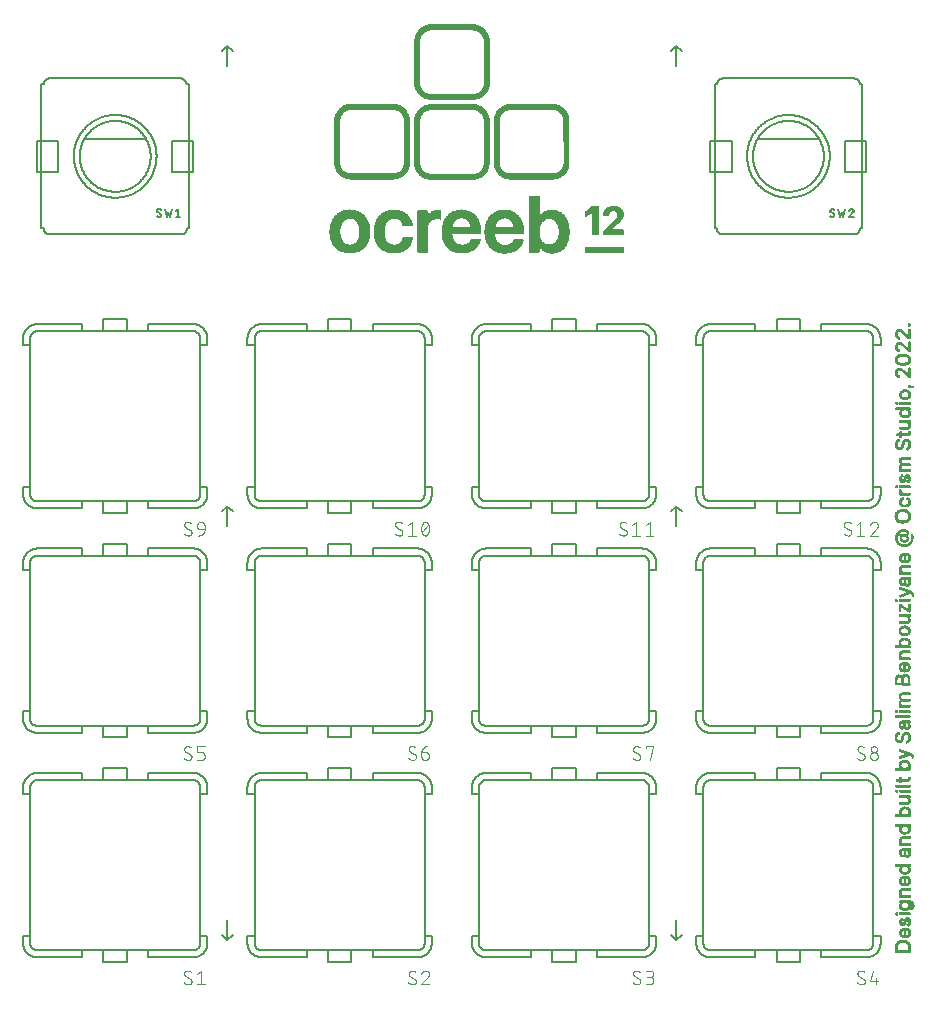
<source format=gbr>
G04 EAGLE Gerber RS-274X export*
G75*
%MOMM*%
%FSLAX34Y34*%
%LPD*%
%INSilkscreen Top*%
%IPPOS*%
%AMOC8*
5,1,8,0,0,1.08239X$1,22.5*%
G01*
%ADD10C,0.152400*%
%ADD11C,0.127000*%
%ADD12C,0.101600*%

G36*
X355131Y700353D02*
X355131Y700353D01*
X355137Y700352D01*
X355842Y700366D01*
X355853Y700369D01*
X355867Y700367D01*
X356571Y700417D01*
X356582Y700420D01*
X356596Y700419D01*
X357296Y700505D01*
X357307Y700508D01*
X357321Y700508D01*
X358016Y700629D01*
X358027Y700633D01*
X358041Y700634D01*
X358729Y700790D01*
X358740Y700795D01*
X358754Y700796D01*
X359433Y700987D01*
X359443Y700992D01*
X359457Y700994D01*
X360126Y701219D01*
X360136Y701224D01*
X360150Y701227D01*
X360806Y701486D01*
X360816Y701492D01*
X360829Y701496D01*
X361472Y701787D01*
X361481Y701794D01*
X361495Y701798D01*
X362122Y702122D01*
X362131Y702129D01*
X362144Y702134D01*
X362753Y702488D01*
X362762Y702496D01*
X362775Y702502D01*
X363366Y702887D01*
X363374Y702896D01*
X363387Y702902D01*
X363957Y703317D01*
X363965Y703325D01*
X363977Y703332D01*
X364526Y703775D01*
X364533Y703784D01*
X364545Y703792D01*
X365071Y704262D01*
X365078Y704272D01*
X365089Y704280D01*
X365590Y704776D01*
X365597Y704786D01*
X365608Y704795D01*
X366083Y705316D01*
X366089Y705326D01*
X366099Y705335D01*
X366548Y705880D01*
X366553Y705890D01*
X366563Y705900D01*
X366983Y706467D01*
X366988Y706478D01*
X366998Y706488D01*
X367388Y707075D01*
X367392Y707086D01*
X367402Y707096D01*
X367762Y707703D01*
X367766Y707714D01*
X367774Y707725D01*
X368103Y708349D01*
X368106Y708360D01*
X368115Y708372D01*
X368412Y709012D01*
X368414Y709023D01*
X368422Y709035D01*
X368686Y709689D01*
X368688Y709700D01*
X368694Y709713D01*
X368925Y710380D01*
X368927Y710391D01*
X368933Y710404D01*
X369129Y711081D01*
X369130Y711093D01*
X369136Y711106D01*
X369297Y711792D01*
X369298Y711804D01*
X369303Y711817D01*
X369429Y712511D01*
X369429Y712523D01*
X369433Y712536D01*
X369525Y713236D01*
X369524Y713247D01*
X369527Y713261D01*
X369583Y713964D01*
X369582Y713975D01*
X369584Y713989D01*
X369604Y714694D01*
X369603Y714701D01*
X369605Y714709D01*
X369605Y749984D01*
X369604Y749989D01*
X369605Y749995D01*
X369589Y750700D01*
X369587Y750711D01*
X369588Y750725D01*
X369538Y751428D01*
X369535Y751439D01*
X369536Y751452D01*
X369451Y752153D01*
X369448Y752164D01*
X369448Y752178D01*
X369328Y752873D01*
X369324Y752884D01*
X369323Y752897D01*
X369169Y753586D01*
X369164Y753596D01*
X369162Y753610D01*
X368973Y754290D01*
X368968Y754300D01*
X368966Y754314D01*
X368743Y754983D01*
X368738Y754993D01*
X368735Y755007D01*
X368478Y755664D01*
X368472Y755674D01*
X368469Y755687D01*
X368180Y756331D01*
X368173Y756340D01*
X368169Y756353D01*
X367848Y756982D01*
X367841Y756990D01*
X367836Y757004D01*
X367484Y757615D01*
X367476Y757623D01*
X367471Y757636D01*
X367089Y758229D01*
X367081Y758237D01*
X367075Y758250D01*
X366663Y758823D01*
X366655Y758831D01*
X366648Y758843D01*
X365989Y759671D01*
X365973Y759685D01*
X365957Y759708D01*
X365218Y760467D01*
X365209Y760474D01*
X365200Y760485D01*
X364684Y760965D01*
X364675Y760971D01*
X364666Y760981D01*
X364126Y761436D01*
X364116Y761441D01*
X364107Y761451D01*
X363545Y761878D01*
X363535Y761883D01*
X363525Y761893D01*
X362942Y762291D01*
X362932Y762296D01*
X362922Y762305D01*
X362321Y762673D01*
X362310Y762677D01*
X362299Y762686D01*
X361679Y763025D01*
X361669Y763028D01*
X361657Y763036D01*
X361022Y763343D01*
X361011Y763345D01*
X360999Y763353D01*
X360350Y763627D01*
X360339Y763630D01*
X360326Y763637D01*
X359663Y763878D01*
X359652Y763880D01*
X359639Y763886D01*
X358965Y764094D01*
X358954Y764095D01*
X358941Y764101D01*
X358257Y764274D01*
X358246Y764275D01*
X358233Y764280D01*
X357542Y764419D01*
X357530Y764419D01*
X357517Y764423D01*
X356819Y764527D01*
X356808Y764527D01*
X356794Y764530D01*
X356092Y764599D01*
X356081Y764598D01*
X356068Y764601D01*
X355363Y764636D01*
X355353Y764634D01*
X355341Y764636D01*
X354846Y764639D01*
X354845Y764639D01*
X354844Y764639D01*
X319568Y764638D01*
X319559Y764636D01*
X319548Y764637D01*
X318843Y764609D01*
X318832Y764606D01*
X318818Y764607D01*
X318115Y764542D01*
X318104Y764539D01*
X318090Y764539D01*
X317392Y764439D01*
X317381Y764435D01*
X317367Y764435D01*
X316675Y764299D01*
X316664Y764295D01*
X316650Y764294D01*
X315966Y764123D01*
X315955Y764118D01*
X315941Y764117D01*
X315266Y763912D01*
X315256Y763906D01*
X315242Y763904D01*
X314578Y763665D01*
X314569Y763659D01*
X314555Y763655D01*
X313904Y763383D01*
X313894Y763376D01*
X313881Y763373D01*
X313245Y763068D01*
X313236Y763061D01*
X313222Y763056D01*
X312603Y762719D01*
X312594Y762712D01*
X312581Y762707D01*
X311979Y762339D01*
X311970Y762331D01*
X311957Y762325D01*
X311375Y761927D01*
X311367Y761919D01*
X311354Y761912D01*
X310793Y761485D01*
X310785Y761477D01*
X310773Y761469D01*
X310234Y761014D01*
X310227Y761005D01*
X310215Y760997D01*
X309699Y760516D01*
X309693Y760506D01*
X309681Y760498D01*
X309191Y759991D01*
X309185Y759981D01*
X309174Y759972D01*
X308710Y759441D01*
X308705Y759431D01*
X308694Y759421D01*
X308258Y758867D01*
X308252Y758856D01*
X308242Y758846D01*
X307835Y758271D01*
X307830Y758260D01*
X307821Y758250D01*
X307443Y757654D01*
X307439Y757643D01*
X307430Y757632D01*
X307083Y757018D01*
X307079Y757007D01*
X307071Y756996D01*
X306755Y756365D01*
X306752Y756354D01*
X306744Y756342D01*
X306461Y755696D01*
X306459Y755685D01*
X306452Y755673D01*
X306202Y755013D01*
X306200Y755001D01*
X306193Y754989D01*
X305977Y754317D01*
X305976Y754306D01*
X305970Y754293D01*
X305788Y753612D01*
X305787Y753600D01*
X305782Y753587D01*
X305635Y752897D01*
X305635Y752885D01*
X305630Y752872D01*
X305519Y752175D01*
X305519Y752164D01*
X305515Y752150D01*
X305439Y751449D01*
X305440Y751438D01*
X305437Y751424D01*
X305396Y750720D01*
X305398Y750707D01*
X305395Y750691D01*
X305389Y714710D01*
X305391Y714704D01*
X305390Y714697D01*
X305408Y713992D01*
X305410Y713981D01*
X305409Y713967D01*
X305463Y713263D01*
X305466Y713252D01*
X305466Y713238D01*
X305556Y712538D01*
X305559Y712527D01*
X305559Y712513D01*
X305685Y711819D01*
X305689Y711809D01*
X305690Y711794D01*
X305850Y711107D01*
X305855Y711096D01*
X305857Y711082D01*
X306052Y710405D01*
X306057Y710395D01*
X306060Y710381D01*
X306289Y709713D01*
X306295Y709704D01*
X306298Y709690D01*
X306561Y709035D01*
X306567Y709025D01*
X306571Y709012D01*
X306748Y708630D01*
X306748Y708629D01*
X306867Y708371D01*
X306874Y708362D01*
X306878Y708348D01*
X307206Y707724D01*
X307214Y707715D01*
X307219Y707702D01*
X307578Y707095D01*
X307586Y707087D01*
X307592Y707074D01*
X307982Y706486D01*
X307990Y706477D01*
X307996Y706465D01*
X308416Y705897D01*
X308424Y705890D01*
X308431Y705877D01*
X308879Y705333D01*
X308888Y705325D01*
X308895Y705313D01*
X309370Y704791D01*
X309380Y704785D01*
X309388Y704773D01*
X309888Y704276D01*
X309898Y704270D01*
X309907Y704259D01*
X310432Y703788D01*
X310442Y703782D01*
X310451Y703772D01*
X311000Y703328D01*
X311011Y703323D01*
X311020Y703313D01*
X311590Y702898D01*
X311601Y702893D01*
X311611Y702883D01*
X312202Y702498D01*
X312213Y702494D01*
X312224Y702484D01*
X312834Y702129D01*
X312845Y702126D01*
X312856Y702117D01*
X313483Y701794D01*
X313494Y701791D01*
X313506Y701783D01*
X314148Y701492D01*
X314159Y701489D01*
X314172Y701482D01*
X314828Y701224D01*
X314839Y701222D01*
X314852Y701215D01*
X315521Y700991D01*
X315532Y700989D01*
X315545Y700983D01*
X316225Y700793D01*
X316236Y700792D01*
X316249Y700787D01*
X316937Y700632D01*
X316948Y700632D01*
X316962Y700627D01*
X317658Y700507D01*
X317669Y700507D01*
X317683Y700503D01*
X318383Y700419D01*
X318394Y700420D01*
X318408Y700416D01*
X319112Y700368D01*
X319123Y700369D01*
X319137Y700366D01*
X319717Y700356D01*
X319732Y700358D01*
X319747Y700356D01*
X319829Y700376D01*
X319835Y700377D01*
X319977Y700353D01*
X355127Y700352D01*
X355131Y700353D01*
G37*
G36*
X489806Y700353D02*
X489806Y700353D01*
X489807Y700353D01*
X490513Y700356D01*
X490522Y700358D01*
X490534Y700357D01*
X491239Y700390D01*
X491250Y700393D01*
X491264Y700392D01*
X491966Y700460D01*
X491977Y700464D01*
X491991Y700464D01*
X492689Y700568D01*
X492700Y700572D01*
X492714Y700572D01*
X493405Y700712D01*
X493416Y700716D01*
X493430Y700717D01*
X494113Y700892D01*
X494124Y700897D01*
X494138Y700899D01*
X494812Y701108D01*
X494822Y701113D01*
X494836Y701116D01*
X495498Y701358D01*
X495508Y701364D01*
X495522Y701368D01*
X495576Y701391D01*
X495577Y701391D01*
X496171Y701644D01*
X496180Y701651D01*
X496194Y701655D01*
X496828Y701963D01*
X496837Y701970D01*
X496850Y701975D01*
X497468Y702315D01*
X497477Y702323D01*
X497490Y702328D01*
X498090Y702700D01*
X498098Y702707D01*
X498111Y702713D01*
X498691Y703115D01*
X498699Y703123D01*
X498712Y703130D01*
X499271Y703560D01*
X499278Y703569D01*
X499290Y703576D01*
X499827Y704034D01*
X499834Y704043D01*
X499846Y704051D01*
X500358Y704535D01*
X500365Y704545D01*
X500376Y704553D01*
X500864Y705063D01*
X500870Y705073D01*
X500881Y705082D01*
X501341Y705616D01*
X501347Y705626D01*
X501357Y705636D01*
X501790Y706193D01*
X501796Y706203D01*
X501806Y706213D01*
X502210Y706791D01*
X502214Y706802D01*
X502224Y706812D01*
X502598Y707410D01*
X502602Y707421D01*
X502611Y707432D01*
X502955Y708048D01*
X502958Y708059D01*
X502966Y708071D01*
X503278Y708703D01*
X503281Y708714D01*
X503289Y708726D01*
X503568Y709374D01*
X503571Y709385D01*
X503578Y709397D01*
X503824Y710059D01*
X503826Y710070D01*
X503832Y710083D01*
X504045Y710755D01*
X504046Y710767D01*
X504052Y710779D01*
X504229Y711462D01*
X504230Y711474D01*
X504235Y711487D01*
X504378Y712177D01*
X504378Y712189D01*
X504383Y712202D01*
X504491Y712900D01*
X504490Y712911D01*
X504494Y712925D01*
X504566Y713626D01*
X504565Y713638D01*
X504568Y713652D01*
X504598Y714231D01*
X504595Y714253D01*
X504599Y714276D01*
X504580Y714351D01*
X504580Y714354D01*
X504606Y714503D01*
X504611Y715084D01*
X504610Y715086D01*
X504611Y715088D01*
X504611Y749657D01*
X504610Y749659D01*
X504611Y749660D01*
X504607Y750366D01*
X504605Y750375D01*
X504606Y750387D01*
X504572Y751091D01*
X504570Y751102D01*
X504571Y751116D01*
X504502Y751818D01*
X504499Y751829D01*
X504499Y751843D01*
X504396Y752540D01*
X504392Y752551D01*
X504391Y752565D01*
X504253Y753257D01*
X504249Y753267D01*
X504248Y753282D01*
X504075Y753965D01*
X504070Y753976D01*
X504068Y753990D01*
X503861Y754664D01*
X503855Y754674D01*
X503853Y754688D01*
X503612Y755351D01*
X503606Y755360D01*
X503603Y755374D01*
X503329Y756024D01*
X503322Y756034D01*
X503318Y756047D01*
X503012Y756682D01*
X503005Y756692D01*
X503001Y756705D01*
X502663Y757324D01*
X502656Y757333D01*
X502651Y757346D01*
X502283Y757947D01*
X502275Y757956D01*
X502269Y757968D01*
X501871Y758551D01*
X501863Y758559D01*
X501857Y758571D01*
X501430Y759133D01*
X501422Y759141D01*
X501415Y759153D01*
X500961Y759693D01*
X500952Y759700D01*
X500945Y759711D01*
X500465Y760228D01*
X500456Y760235D01*
X500448Y760246D01*
X499942Y760739D01*
X499933Y760745D01*
X499924Y760755D01*
X499395Y761222D01*
X499386Y761228D01*
X499376Y761238D01*
X498825Y761678D01*
X498815Y761683D01*
X498805Y761693D01*
X498233Y762105D01*
X498222Y762110D01*
X498212Y762119D01*
X497619Y762502D01*
X497608Y762506D01*
X497598Y762515D01*
X496987Y762867D01*
X496976Y762871D01*
X496965Y762879D01*
X496337Y763201D01*
X496326Y763204D01*
X496314Y763212D01*
X495671Y763501D01*
X495660Y763504D01*
X495648Y763511D01*
X494991Y763768D01*
X494980Y763770D01*
X494968Y763776D01*
X494298Y764000D01*
X494287Y764002D01*
X494274Y764008D01*
X493594Y764197D01*
X493583Y764198D01*
X493570Y764203D01*
X492882Y764358D01*
X492871Y764358D01*
X492858Y764363D01*
X492162Y764483D01*
X492151Y764483D01*
X492138Y764487D01*
X491438Y764573D01*
X491427Y764572D01*
X491413Y764575D01*
X490710Y764626D01*
X490696Y764624D01*
X490680Y764627D01*
X489721Y764639D01*
X489718Y764638D01*
X489715Y764639D01*
X455145Y764639D01*
X455141Y764638D01*
X455135Y764639D01*
X454430Y764625D01*
X454419Y764622D01*
X454405Y764624D01*
X453702Y764575D01*
X453691Y764572D01*
X453677Y764573D01*
X452976Y764489D01*
X452966Y764485D01*
X452952Y764485D01*
X452256Y764367D01*
X452246Y764362D01*
X452232Y764362D01*
X451543Y764208D01*
X451533Y764204D01*
X451519Y764202D01*
X450839Y764014D01*
X450829Y764009D01*
X450815Y764007D01*
X450145Y763785D01*
X450135Y763780D01*
X450122Y763777D01*
X449464Y763522D01*
X449454Y763515D01*
X449441Y763512D01*
X448797Y763224D01*
X448791Y763219D01*
X448788Y763219D01*
X448785Y763216D01*
X448774Y763213D01*
X448146Y762893D01*
X448137Y762886D01*
X448124Y762881D01*
X447512Y762530D01*
X447503Y762523D01*
X447490Y762517D01*
X446897Y762136D01*
X446889Y762128D01*
X446876Y762122D01*
X446302Y761712D01*
X446294Y761703D01*
X446282Y761697D01*
X445730Y761258D01*
X445723Y761250D01*
X445711Y761243D01*
X445181Y760777D01*
X445174Y760768D01*
X445162Y760760D01*
X444656Y760269D01*
X444650Y760260D01*
X444639Y760252D01*
X444157Y759736D01*
X444151Y759727D01*
X444141Y759718D01*
X443685Y759178D01*
X443680Y759169D01*
X443670Y759159D01*
X443242Y758598D01*
X443237Y758588D01*
X443228Y758578D01*
X442828Y757997D01*
X442824Y757986D01*
X442815Y757976D01*
X442445Y757375D01*
X442441Y757364D01*
X442432Y757353D01*
X442093Y756735D01*
X442090Y756724D01*
X442082Y756713D01*
X441774Y756078D01*
X441771Y756067D01*
X441763Y756055D01*
X441488Y755406D01*
X441485Y755395D01*
X441478Y755383D01*
X441236Y754720D01*
X441234Y754709D01*
X441228Y754696D01*
X441019Y754022D01*
X441018Y754011D01*
X441012Y753998D01*
X440837Y753315D01*
X440837Y753304D01*
X440832Y753291D01*
X440692Y752599D01*
X440692Y752588D01*
X440687Y752574D01*
X440582Y751877D01*
X440582Y751865D01*
X440579Y751852D01*
X440509Y751150D01*
X440510Y751139D01*
X440507Y751125D01*
X440471Y750421D01*
X440473Y750411D01*
X440471Y750399D01*
X440466Y749694D01*
X440466Y749692D01*
X440466Y749690D01*
X440466Y715121D01*
X440466Y715120D01*
X440466Y715118D01*
X440470Y714412D01*
X440472Y714403D01*
X440471Y714391D01*
X440505Y713686D01*
X440508Y713675D01*
X440507Y713661D01*
X440577Y712959D01*
X440580Y712948D01*
X440580Y712934D01*
X440685Y712237D01*
X440689Y712226D01*
X440690Y712212D01*
X440830Y711520D01*
X440835Y711510D01*
X440836Y711495D01*
X441012Y710812D01*
X441017Y710802D01*
X441019Y710788D01*
X441229Y710114D01*
X441235Y710104D01*
X441238Y710090D01*
X441482Y709429D01*
X441488Y709419D01*
X441492Y709405D01*
X441770Y708757D01*
X441777Y708747D01*
X441781Y708734D01*
X442091Y708100D01*
X442098Y708091D01*
X442103Y708078D01*
X442446Y707461D01*
X442453Y707453D01*
X442458Y707439D01*
X442832Y706841D01*
X442840Y706832D01*
X442846Y706820D01*
X443249Y706241D01*
X443258Y706233D01*
X443264Y706221D01*
X443697Y705663D01*
X443705Y705656D01*
X443712Y705644D01*
X444172Y705109D01*
X444181Y705102D01*
X444189Y705090D01*
X444675Y704579D01*
X444684Y704572D01*
X444693Y704561D01*
X445204Y704075D01*
X445214Y704069D01*
X445223Y704058D01*
X445758Y703598D01*
X445768Y703593D01*
X445778Y703582D01*
X446335Y703151D01*
X446345Y703145D01*
X446355Y703136D01*
X446934Y702732D01*
X446945Y702728D01*
X446955Y702718D01*
X447554Y702345D01*
X447565Y702341D01*
X447576Y702332D01*
X448193Y701989D01*
X448203Y701986D01*
X448215Y701978D01*
X448848Y701667D01*
X448859Y701664D01*
X448871Y701656D01*
X449520Y701378D01*
X449531Y701376D01*
X449543Y701369D01*
X450205Y701124D01*
X450216Y701122D01*
X450229Y701116D01*
X450902Y700905D01*
X450914Y700904D01*
X450927Y700898D01*
X451610Y700723D01*
X451622Y700722D01*
X451635Y700717D01*
X452326Y700576D01*
X452338Y700576D01*
X452351Y700572D01*
X453049Y700467D01*
X453060Y700467D01*
X453074Y700464D01*
X453776Y700394D01*
X453787Y700395D01*
X453801Y700392D01*
X454506Y700358D01*
X454515Y700359D01*
X454527Y700357D01*
X455233Y700353D01*
X455234Y700353D01*
X455235Y700353D01*
X489805Y700353D01*
X489806Y700353D01*
G37*
G36*
X422693Y700143D02*
X422693Y700143D01*
X422704Y700142D01*
X423408Y700169D01*
X423419Y700172D01*
X423433Y700171D01*
X424136Y700233D01*
X424147Y700236D01*
X424161Y700236D01*
X424860Y700333D01*
X424870Y700337D01*
X424884Y700337D01*
X425577Y700469D01*
X425587Y700473D01*
X425601Y700474D01*
X426287Y700641D01*
X426297Y700646D01*
X426311Y700648D01*
X426988Y700849D01*
X426998Y700854D01*
X427011Y700857D01*
X427676Y701091D01*
X427686Y701097D01*
X427700Y701100D01*
X428352Y701368D01*
X428362Y701374D01*
X428375Y701378D01*
X429014Y701679D01*
X429023Y701685D01*
X429036Y701690D01*
X429658Y702022D01*
X429667Y702029D01*
X429680Y702034D01*
X430285Y702397D01*
X430293Y702404D01*
X430306Y702410D01*
X430892Y702803D01*
X430900Y702811D01*
X430913Y702817D01*
X431479Y703239D01*
X431486Y703247D01*
X431498Y703254D01*
X432042Y703703D01*
X432049Y703711D01*
X432061Y703719D01*
X432490Y704110D01*
X432498Y704121D01*
X432509Y704129D01*
X432556Y704201D01*
X432564Y704211D01*
X432688Y704301D01*
X433097Y704712D01*
X433103Y704722D01*
X433114Y704730D01*
X433586Y705255D01*
X433591Y705265D01*
X433602Y705274D01*
X434046Y705821D01*
X434052Y705832D01*
X434062Y705841D01*
X434479Y706410D01*
X434483Y706421D01*
X434493Y706431D01*
X434881Y707020D01*
X434885Y707030D01*
X434894Y707041D01*
X435252Y707649D01*
X435256Y707659D01*
X435264Y707671D01*
X435591Y708295D01*
X435595Y708306D01*
X435602Y708318D01*
X435898Y708958D01*
X435901Y708970D01*
X435908Y708982D01*
X436171Y709636D01*
X436173Y709647D01*
X436179Y709660D01*
X436409Y710327D01*
X436411Y710338D01*
X436417Y710351D01*
X436612Y711028D01*
X436613Y711040D01*
X436619Y711053D01*
X436780Y711739D01*
X436780Y711751D01*
X436785Y711764D01*
X436912Y712458D01*
X436912Y712469D01*
X436916Y712483D01*
X437008Y713182D01*
X437007Y713193D01*
X437010Y713207D01*
X437067Y713910D01*
X437066Y713921D01*
X437069Y713935D01*
X437090Y714640D01*
X437089Y714647D01*
X437090Y714655D01*
X437090Y749930D01*
X437089Y749935D01*
X437090Y749942D01*
X437074Y750646D01*
X437071Y750658D01*
X437073Y750672D01*
X437021Y751375D01*
X437018Y751386D01*
X437019Y751400D01*
X436932Y752101D01*
X436928Y752112D01*
X436928Y752126D01*
X436805Y752820D01*
X436801Y752831D01*
X436800Y752845D01*
X436643Y753532D01*
X436638Y753543D01*
X436636Y753557D01*
X436444Y754236D01*
X436438Y754246D01*
X436436Y754260D01*
X436209Y754928D01*
X436203Y754938D01*
X436200Y754952D01*
X435939Y755608D01*
X435933Y755617D01*
X435929Y755631D01*
X435635Y756272D01*
X435628Y756282D01*
X435624Y756295D01*
X435298Y756920D01*
X435291Y756929D01*
X435285Y756943D01*
X434928Y757551D01*
X434920Y757559D01*
X434914Y757573D01*
X434526Y758162D01*
X434518Y758170D01*
X434512Y758183D01*
X434094Y758751D01*
X434086Y758759D01*
X434079Y758771D01*
X433634Y759318D01*
X433625Y759325D01*
X433617Y759337D01*
X433145Y759861D01*
X433136Y759867D01*
X433127Y759879D01*
X432629Y760378D01*
X432619Y760385D01*
X432610Y760396D01*
X432088Y760869D01*
X432078Y760875D01*
X432068Y760885D01*
X431523Y761332D01*
X431513Y761337D01*
X431503Y761347D01*
X430934Y761766D01*
X430924Y761771D01*
X430913Y761780D01*
X430325Y762169D01*
X430314Y762173D01*
X430304Y762183D01*
X429696Y762541D01*
X429686Y762545D01*
X429674Y762553D01*
X429049Y762881D01*
X429038Y762884D01*
X429026Y762892D01*
X428386Y763187D01*
X428374Y763190D01*
X428362Y763197D01*
X427707Y763459D01*
X427696Y763461D01*
X427684Y763468D01*
X427016Y763696D01*
X427004Y763698D01*
X426991Y763704D01*
X426313Y763898D01*
X426301Y763898D01*
X426288Y763904D01*
X425601Y764063D01*
X425590Y764063D01*
X425576Y764068D01*
X424882Y764191D01*
X424870Y764191D01*
X424857Y764195D01*
X424157Y764283D01*
X424145Y764282D01*
X424131Y764286D01*
X423428Y764339D01*
X423395Y764334D01*
X423348Y764338D01*
X422756Y764286D01*
X387503Y764286D01*
X387499Y764286D01*
X387494Y764286D01*
X386788Y764273D01*
X386777Y764271D01*
X386763Y764272D01*
X386059Y764224D01*
X386048Y764221D01*
X386034Y764222D01*
X385334Y764138D01*
X385323Y764134D01*
X385309Y764134D01*
X384614Y764015D01*
X384603Y764010D01*
X384589Y764010D01*
X383900Y763855D01*
X383890Y763850D01*
X383876Y763849D01*
X383196Y763659D01*
X383186Y763654D01*
X383171Y763651D01*
X382503Y763427D01*
X382493Y763422D01*
X382479Y763419D01*
X381822Y763160D01*
X381813Y763154D01*
X381799Y763151D01*
X381156Y762859D01*
X381147Y762853D01*
X381133Y762848D01*
X380507Y762525D01*
X380498Y762517D01*
X380484Y762512D01*
X379875Y762157D01*
X379866Y762150D01*
X379853Y762144D01*
X379262Y761759D01*
X379254Y761751D01*
X379242Y761744D01*
X378671Y761329D01*
X378663Y761321D01*
X378651Y761314D01*
X378102Y760871D01*
X378095Y760862D01*
X378083Y760854D01*
X377557Y760384D01*
X377551Y760375D01*
X377539Y760367D01*
X377038Y759871D01*
X377031Y759861D01*
X377020Y759853D01*
X376544Y759332D01*
X376539Y759322D01*
X376528Y759313D01*
X376079Y758769D01*
X376074Y758759D01*
X376063Y758749D01*
X375643Y758182D01*
X375638Y758172D01*
X375628Y758162D01*
X375237Y757575D01*
X375233Y757565D01*
X375223Y757554D01*
X374862Y756948D01*
X374858Y756937D01*
X374849Y756926D01*
X374519Y756302D01*
X374516Y756291D01*
X374508Y756279D01*
X374210Y755640D01*
X374207Y755629D01*
X374200Y755617D01*
X373935Y754963D01*
X373933Y754951D01*
X373926Y754939D01*
X373695Y754272D01*
X373694Y754261D01*
X373687Y754248D01*
X373491Y753571D01*
X373490Y753559D01*
X373484Y753546D01*
X373322Y752859D01*
X373322Y752847D01*
X373317Y752834D01*
X373191Y752140D01*
X373191Y752129D01*
X373187Y752115D01*
X373096Y751416D01*
X373096Y751404D01*
X373093Y751391D01*
X373037Y750688D01*
X373039Y750676D01*
X373036Y750662D01*
X373016Y749957D01*
X373017Y749950D01*
X373016Y749943D01*
X373016Y714668D01*
X373017Y714661D01*
X373016Y714653D01*
X373032Y714104D01*
X373036Y713948D01*
X373039Y713937D01*
X373038Y713923D01*
X373094Y713220D01*
X373097Y713209D01*
X373097Y713195D01*
X373188Y712496D01*
X373192Y712485D01*
X373192Y712471D01*
X373318Y711777D01*
X373322Y711766D01*
X373323Y711752D01*
X373484Y711065D01*
X373488Y711055D01*
X373490Y711041D01*
X373685Y710363D01*
X373691Y710353D01*
X373693Y710339D01*
X373922Y709672D01*
X373927Y709662D01*
X373930Y709649D01*
X374193Y708993D01*
X374199Y708984D01*
X374203Y708970D01*
X374457Y708419D01*
X374498Y708330D01*
X374504Y708320D01*
X374509Y708307D01*
X374836Y707682D01*
X374843Y707673D01*
X374848Y707660D01*
X375205Y707052D01*
X375213Y707044D01*
X375218Y707031D01*
X375606Y706441D01*
X375614Y706433D01*
X375620Y706421D01*
X376036Y705852D01*
X376045Y705844D01*
X376051Y705832D01*
X376496Y705284D01*
X376505Y705277D01*
X376512Y705265D01*
X376983Y704739D01*
X376992Y704733D01*
X377000Y704721D01*
X377496Y704220D01*
X377506Y704214D01*
X377514Y704203D01*
X378035Y703727D01*
X378045Y703722D01*
X378054Y703711D01*
X378598Y703262D01*
X378608Y703256D01*
X378617Y703246D01*
X379183Y702825D01*
X379193Y702820D01*
X379203Y702810D01*
X379788Y702417D01*
X379799Y702413D01*
X379809Y702404D01*
X380414Y702041D01*
X380425Y702037D01*
X380436Y702028D01*
X381058Y701696D01*
X381069Y701692D01*
X381081Y701684D01*
X381718Y701384D01*
X381729Y701381D01*
X381741Y701373D01*
X382394Y701105D01*
X382405Y701103D01*
X382417Y701096D01*
X383082Y700860D01*
X383094Y700859D01*
X383106Y700853D01*
X383782Y700651D01*
X383794Y700650D01*
X383806Y700645D01*
X384492Y700477D01*
X384503Y700477D01*
X384516Y700472D01*
X385209Y700339D01*
X385221Y700339D01*
X385234Y700335D01*
X385933Y700237D01*
X385944Y700238D01*
X385957Y700234D01*
X386660Y700172D01*
X386671Y700173D01*
X386684Y700170D01*
X387389Y700142D01*
X387398Y700143D01*
X387409Y700142D01*
X388114Y700141D01*
X422684Y700141D01*
X422693Y700143D01*
G37*
G36*
X422488Y767874D02*
X422488Y767874D01*
X422490Y767874D01*
X423195Y767878D01*
X423205Y767880D01*
X423217Y767879D01*
X423921Y767914D01*
X423933Y767917D01*
X423947Y767916D01*
X424648Y767987D01*
X424659Y767991D01*
X424673Y767990D01*
X425371Y768097D01*
X425382Y768101D01*
X425396Y768101D01*
X426087Y768243D01*
X426098Y768248D01*
X426112Y768249D01*
X426795Y768426D01*
X426805Y768431D01*
X426819Y768433D01*
X427492Y768645D01*
X427502Y768650D01*
X427516Y768653D01*
X428177Y768899D01*
X428187Y768905D01*
X428201Y768908D01*
X428849Y769188D01*
X428858Y769194D01*
X428872Y769198D01*
X429505Y769510D01*
X429514Y769517D01*
X429527Y769522D01*
X430143Y769865D01*
X430152Y769873D01*
X430165Y769878D01*
X430763Y770253D01*
X430771Y770261D01*
X430784Y770267D01*
X431362Y770671D01*
X431370Y770680D01*
X431382Y770686D01*
X431939Y771119D01*
X431947Y771128D01*
X431959Y771135D01*
X432493Y771596D01*
X432500Y771605D01*
X432512Y771613D01*
X433022Y772100D01*
X433029Y772109D01*
X433040Y772117D01*
X433525Y772630D01*
X433531Y772639D01*
X433542Y772648D01*
X434001Y773184D01*
X434006Y773194D01*
X434017Y773204D01*
X434448Y773762D01*
X434453Y773772D01*
X434463Y773782D01*
X434865Y774362D01*
X434870Y774372D01*
X434879Y774383D01*
X435251Y774982D01*
X435255Y774993D01*
X435264Y775004D01*
X435606Y775621D01*
X435609Y775632D01*
X435617Y775644D01*
X435927Y776278D01*
X435930Y776289D01*
X435938Y776301D01*
X436215Y776949D01*
X436217Y776961D01*
X436224Y776973D01*
X436468Y777635D01*
X436470Y777647D01*
X436476Y777659D01*
X436685Y778333D01*
X436686Y778345D01*
X436692Y778358D01*
X436867Y779041D01*
X436867Y779052D01*
X436872Y779066D01*
X437012Y779757D01*
X437012Y779769D01*
X437016Y779783D01*
X437120Y780480D01*
X437120Y780491D01*
X437123Y780505D01*
X437192Y781207D01*
X437191Y781219D01*
X437194Y781232D01*
X437227Y781937D01*
X437226Y781947D01*
X437228Y781958D01*
X437231Y782663D01*
X437231Y782665D01*
X437231Y782666D01*
X437231Y817236D01*
X437230Y817239D01*
X437231Y817244D01*
X437220Y817949D01*
X437217Y817960D01*
X437219Y817975D01*
X437171Y818678D01*
X437169Y818689D01*
X437169Y818703D01*
X437087Y819403D01*
X437084Y819414D01*
X437084Y819428D01*
X436967Y820124D01*
X436963Y820135D01*
X436962Y820149D01*
X436810Y820837D01*
X436806Y820848D01*
X436804Y820862D01*
X436618Y821542D01*
X436613Y821552D01*
X436611Y821566D01*
X436391Y822237D01*
X436385Y822246D01*
X436382Y822260D01*
X436129Y822918D01*
X436123Y822928D01*
X436119Y822941D01*
X435833Y823586D01*
X435826Y823596D01*
X435822Y823609D01*
X435503Y824239D01*
X435496Y824248D01*
X435492Y824261D01*
X435142Y824873D01*
X435135Y824882D01*
X435129Y824895D01*
X434750Y825489D01*
X434742Y825497D01*
X434736Y825510D01*
X434327Y826085D01*
X434319Y826092D01*
X434312Y826104D01*
X433875Y826658D01*
X433866Y826666D01*
X433859Y826677D01*
X433395Y827209D01*
X433386Y827216D01*
X433378Y827227D01*
X432888Y827735D01*
X432879Y827741D01*
X432871Y827752D01*
X432356Y828235D01*
X432347Y828241D01*
X432338Y828251D01*
X431800Y828707D01*
X431790Y828713D01*
X431781Y828723D01*
X431221Y829152D01*
X431210Y829157D01*
X431200Y829167D01*
X430620Y829568D01*
X430609Y829572D01*
X430599Y829581D01*
X429999Y829952D01*
X429989Y829956D01*
X429978Y829965D01*
X429360Y830306D01*
X429349Y830309D01*
X429338Y830318D01*
X428704Y830627D01*
X428693Y830630D01*
X428681Y830637D01*
X428032Y830914D01*
X428021Y830916D01*
X428009Y830923D01*
X427347Y831168D01*
X427336Y831169D01*
X427323Y831176D01*
X426650Y831386D01*
X426639Y831387D01*
X426626Y831393D01*
X425943Y831569D01*
X425932Y831570D01*
X425918Y831575D01*
X425227Y831717D01*
X425216Y831717D01*
X425203Y831722D01*
X424505Y831829D01*
X424494Y831828D01*
X424481Y831832D01*
X423779Y831904D01*
X423768Y831903D01*
X423754Y831906D01*
X423050Y831943D01*
X423040Y831942D01*
X423029Y831944D01*
X422630Y831948D01*
X422628Y831947D01*
X422625Y831948D01*
X388055Y831948D01*
X388054Y831948D01*
X388052Y831948D01*
X387346Y831943D01*
X387336Y831941D01*
X387323Y831942D01*
X386618Y831905D01*
X386608Y831902D01*
X386594Y831903D01*
X385892Y831830D01*
X385881Y831826D01*
X385867Y831827D01*
X385170Y831719D01*
X385159Y831715D01*
X385145Y831714D01*
X384455Y831572D01*
X384444Y831567D01*
X384430Y831566D01*
X383748Y831389D01*
X383737Y831384D01*
X383723Y831382D01*
X383050Y831171D01*
X383040Y831165D01*
X383027Y831163D01*
X382365Y830918D01*
X382355Y830912D01*
X382341Y830909D01*
X381947Y830740D01*
X381693Y830631D01*
X381684Y830624D01*
X381670Y830620D01*
X381037Y830310D01*
X381028Y830303D01*
X381014Y830299D01*
X380397Y829957D01*
X380388Y829950D01*
X380376Y829945D01*
X379776Y829573D01*
X379768Y829565D01*
X379755Y829559D01*
X379175Y829158D01*
X379167Y829150D01*
X379155Y829143D01*
X378596Y828714D01*
X378588Y828705D01*
X378576Y828698D01*
X378039Y828241D01*
X378032Y828232D01*
X378020Y828224D01*
X377507Y827741D01*
X377500Y827732D01*
X377489Y827724D01*
X376999Y827215D01*
X376993Y827206D01*
X376983Y827197D01*
X376519Y826666D01*
X376514Y826656D01*
X376503Y826646D01*
X376067Y826092D01*
X376062Y826082D01*
X376052Y826072D01*
X375644Y825497D01*
X375639Y825487D01*
X375630Y825476D01*
X375251Y824881D01*
X375247Y824871D01*
X375238Y824860D01*
X374889Y824247D01*
X374885Y824236D01*
X374877Y824225D01*
X374559Y823595D01*
X374556Y823584D01*
X374549Y823573D01*
X374263Y822927D01*
X374260Y822916D01*
X374253Y822904D01*
X374000Y822246D01*
X373999Y822235D01*
X373992Y822222D01*
X373773Y821552D01*
X373771Y821540D01*
X373765Y821528D01*
X373580Y820847D01*
X373579Y820835D01*
X373574Y820822D01*
X373423Y820134D01*
X373423Y820122D01*
X373418Y820109D01*
X373302Y819413D01*
X373303Y819402D01*
X373299Y819388D01*
X373217Y818687D01*
X373218Y818676D01*
X373215Y818663D01*
X373169Y817959D01*
X373171Y817945D01*
X373168Y817926D01*
X373157Y782651D01*
X373157Y782650D01*
X373157Y782648D01*
X373161Y781943D01*
X373163Y781933D01*
X373161Y781922D01*
X373195Y781217D01*
X373198Y781206D01*
X373197Y781192D01*
X373266Y780490D01*
X373270Y780479D01*
X373270Y780465D01*
X373374Y779767D01*
X373378Y779756D01*
X373379Y779742D01*
X373519Y779051D01*
X373524Y779040D01*
X373525Y779026D01*
X373700Y778343D01*
X373705Y778332D01*
X373707Y778318D01*
X373917Y777645D01*
X373923Y777634D01*
X373925Y777621D01*
X374170Y776959D01*
X374176Y776949D01*
X374179Y776935D01*
X374457Y776287D01*
X374463Y776277D01*
X374467Y776263D01*
X374778Y775630D01*
X374785Y775621D01*
X374789Y775608D01*
X375132Y774991D01*
X375139Y774982D01*
X375144Y774969D01*
X375517Y774370D01*
X375525Y774362D01*
X375531Y774349D01*
X375935Y773770D01*
X375943Y773762D01*
X375949Y773750D01*
X376381Y773192D01*
X376390Y773184D01*
X376397Y773172D01*
X376857Y772637D01*
X376865Y772630D01*
X376873Y772618D01*
X377359Y772106D01*
X377368Y772100D01*
X377377Y772089D01*
X377888Y771602D01*
X377897Y771596D01*
X377906Y771585D01*
X378441Y771125D01*
X378451Y771120D01*
X378461Y771109D01*
X379018Y770677D01*
X379028Y770672D01*
X379038Y770662D01*
X379617Y770258D01*
X379627Y770254D01*
X379638Y770244D01*
X380236Y769870D01*
X380247Y769866D01*
X380258Y769858D01*
X380874Y769515D01*
X380885Y769511D01*
X380897Y769503D01*
X381530Y769192D01*
X381541Y769189D01*
X381553Y769181D01*
X382201Y768902D01*
X382209Y768901D01*
X382210Y768900D01*
X382214Y768899D01*
X382225Y768893D01*
X382886Y768648D01*
X382898Y768646D01*
X382911Y768640D01*
X383584Y768429D01*
X383595Y768428D01*
X383608Y768422D01*
X384291Y768246D01*
X384303Y768245D01*
X384316Y768240D01*
X385007Y768099D01*
X385019Y768099D01*
X385032Y768094D01*
X385730Y767989D01*
X385741Y767989D01*
X385755Y767985D01*
X386332Y767928D01*
X386347Y767929D01*
X386361Y767926D01*
X386445Y767939D01*
X386457Y767940D01*
X386607Y767907D01*
X387187Y767878D01*
X387196Y767880D01*
X387208Y767878D01*
X387914Y767874D01*
X387915Y767874D01*
X387917Y767874D01*
X422486Y767874D01*
X422488Y767874D01*
G37*
%LPC*%
G36*
X387259Y705168D02*
X387259Y705168D01*
X386591Y705215D01*
X385929Y705310D01*
X385275Y705453D01*
X384633Y705644D01*
X384007Y705880D01*
X383401Y706160D01*
X382815Y706485D01*
X382254Y706851D01*
X381722Y707255D01*
X381219Y707698D01*
X380749Y708175D01*
X380315Y708685D01*
X379919Y709224D01*
X379563Y709791D01*
X379248Y710382D01*
X378978Y710993D01*
X378752Y711624D01*
X378573Y712268D01*
X378441Y712924D01*
X378357Y713588D01*
X378320Y714261D01*
X378321Y750213D01*
X378361Y750885D01*
X378449Y751548D01*
X378584Y752203D01*
X378767Y752846D01*
X378997Y753475D01*
X379271Y754084D01*
X379590Y754673D01*
X379950Y755237D01*
X380350Y755773D01*
X380788Y756280D01*
X381261Y756754D01*
X381767Y757192D01*
X382303Y757593D01*
X382866Y757954D01*
X383455Y758273D01*
X384064Y758548D01*
X384692Y758778D01*
X385335Y758962D01*
X385990Y759098D01*
X386654Y759187D01*
X387324Y759228D01*
X423269Y759220D01*
X423934Y759165D01*
X424595Y759063D01*
X425247Y758912D01*
X425885Y758714D01*
X426508Y758470D01*
X427112Y758181D01*
X427693Y757850D01*
X428248Y757477D01*
X428776Y757065D01*
X429273Y756615D01*
X429735Y756132D01*
X430162Y755616D01*
X430550Y755071D01*
X430898Y754500D01*
X431203Y753904D01*
X431465Y753288D01*
X431680Y752656D01*
X431849Y752008D01*
X431971Y751350D01*
X432044Y750685D01*
X432049Y750549D01*
X432070Y750008D01*
X432070Y714742D01*
X432069Y714335D01*
X432038Y713659D01*
X431959Y712995D01*
X431832Y712338D01*
X431657Y711691D01*
X431436Y711060D01*
X431171Y710446D01*
X430860Y709853D01*
X430509Y709284D01*
X430117Y708741D01*
X429687Y708229D01*
X429295Y707824D01*
X429242Y707741D01*
X429240Y707739D01*
X429141Y707676D01*
X428722Y707301D01*
X428192Y706892D01*
X427634Y706522D01*
X427051Y706193D01*
X426446Y705907D01*
X425822Y705666D01*
X425182Y705471D01*
X424530Y705324D01*
X423868Y705223D01*
X423199Y705170D01*
X422513Y705162D01*
X387259Y705168D01*
G37*
%LPD*%
%LPC*%
G36*
X454472Y705518D02*
X454472Y705518D01*
X453805Y705568D01*
X453143Y705666D01*
X452490Y705812D01*
X451848Y706004D01*
X451223Y706242D01*
X450616Y706524D01*
X450032Y706849D01*
X449471Y707216D01*
X448940Y707622D01*
X448438Y708066D01*
X447970Y708544D01*
X447538Y709055D01*
X447144Y709596D01*
X446790Y710164D01*
X446477Y710756D01*
X446208Y711369D01*
X445985Y711999D01*
X445807Y712645D01*
X445676Y713301D01*
X445593Y713965D01*
X445558Y714639D01*
X445557Y749894D01*
X445575Y750575D01*
X445640Y751241D01*
X445753Y751901D01*
X445914Y752550D01*
X446121Y753187D01*
X446374Y753806D01*
X446672Y754405D01*
X447012Y754982D01*
X447392Y755532D01*
X447812Y756054D01*
X448267Y756545D01*
X448757Y757001D01*
X449278Y757421D01*
X449828Y757803D01*
X450404Y758144D01*
X451003Y758442D01*
X451622Y758696D01*
X452257Y758904D01*
X452907Y759066D01*
X453566Y759180D01*
X454232Y759247D01*
X454913Y759266D01*
X490172Y759267D01*
X490849Y759242D01*
X491515Y759169D01*
X492173Y759049D01*
X492821Y758881D01*
X493455Y758667D01*
X494072Y758408D01*
X494669Y758105D01*
X495242Y757760D01*
X495789Y757375D01*
X496307Y756950D01*
X496793Y756490D01*
X497245Y755996D01*
X497659Y755470D01*
X498034Y754917D01*
X498369Y754337D01*
X498661Y753735D01*
X498909Y753113D01*
X499111Y752474D01*
X499267Y751824D01*
X499375Y751163D01*
X499436Y750496D01*
X499450Y749813D01*
X499588Y715251D01*
X499583Y714496D01*
X499585Y714484D01*
X499583Y714473D01*
X499601Y714398D01*
X499598Y714378D01*
X499573Y714281D01*
X499529Y713721D01*
X499429Y713059D01*
X499282Y712407D01*
X499087Y711766D01*
X498846Y711142D01*
X498561Y710537D01*
X498232Y709953D01*
X497863Y709396D01*
X497454Y708866D01*
X497008Y708366D01*
X496527Y707901D01*
X496014Y707470D01*
X495472Y707078D01*
X494903Y706726D01*
X494310Y706416D01*
X493696Y706149D01*
X493065Y705928D01*
X492418Y705753D01*
X491762Y705626D01*
X491097Y705547D01*
X490422Y705515D01*
X454472Y705518D01*
G37*
%LPD*%
%LPC*%
G36*
X319715Y705517D02*
X319715Y705517D01*
X319153Y705536D01*
X318488Y705606D01*
X317829Y705724D01*
X317180Y705889D01*
X316546Y706101D01*
X315929Y706358D01*
X315331Y706660D01*
X314757Y707004D01*
X314209Y707389D01*
X313691Y707812D01*
X313205Y708271D01*
X312753Y708765D01*
X312338Y709290D01*
X311962Y709844D01*
X311627Y710423D01*
X311336Y711025D01*
X311088Y711647D01*
X310886Y712285D01*
X310731Y712936D01*
X310623Y713597D01*
X310564Y714263D01*
X310551Y714946D01*
X310553Y750203D01*
X310589Y750876D01*
X310674Y751540D01*
X310807Y752195D01*
X310986Y752839D01*
X311213Y753469D01*
X311485Y754080D01*
X311800Y754670D01*
X312157Y755236D01*
X312555Y755774D01*
X312990Y756283D01*
X313461Y756759D01*
X313965Y757199D01*
X314499Y757603D01*
X315061Y757966D01*
X315647Y758288D01*
X316256Y758566D01*
X316883Y758800D01*
X317525Y758986D01*
X318179Y759126D01*
X318842Y759218D01*
X319512Y759262D01*
X355459Y759262D01*
X356128Y759217D01*
X356791Y759124D01*
X357446Y758983D01*
X358088Y758796D01*
X358715Y758563D01*
X359324Y758285D01*
X359911Y757963D01*
X360473Y757601D01*
X361008Y757199D01*
X361513Y756759D01*
X361984Y756284D01*
X362420Y755776D01*
X362818Y755238D01*
X363176Y754672D01*
X363493Y754083D01*
X363766Y753472D01*
X363995Y752843D01*
X364177Y752199D01*
X364313Y751543D01*
X364401Y750880D01*
X364441Y750207D01*
X364443Y749516D01*
X364444Y714954D01*
X364425Y714209D01*
X364360Y713543D01*
X364248Y712884D01*
X364087Y712234D01*
X363880Y711598D01*
X363627Y710978D01*
X363330Y710379D01*
X362991Y709802D01*
X362611Y709252D01*
X362191Y708730D01*
X361736Y708239D01*
X361246Y707782D01*
X360725Y707362D01*
X360176Y706980D01*
X359600Y706639D01*
X359001Y706340D01*
X358382Y706086D01*
X357746Y705877D01*
X357097Y705715D01*
X356438Y705601D01*
X355772Y705534D01*
X355092Y705514D01*
X319949Y705513D01*
X319939Y705511D01*
X319929Y705513D01*
X319842Y705492D01*
X319715Y705517D01*
G37*
%LPD*%
%LPC*%
G36*
X387520Y772824D02*
X387520Y772824D01*
X386951Y772848D01*
X386950Y772848D01*
X386950Y772849D01*
X386856Y772833D01*
X386853Y772833D01*
X386844Y772838D01*
X386812Y772844D01*
X386737Y772866D01*
X386179Y772930D01*
X385521Y773055D01*
X384875Y773228D01*
X384243Y773446D01*
X383628Y773711D01*
X383034Y774019D01*
X382464Y774369D01*
X381920Y774760D01*
X381406Y775188D01*
X380923Y775652D01*
X380476Y776150D01*
X380065Y776679D01*
X379693Y777235D01*
X379362Y777817D01*
X379075Y778421D01*
X378832Y779045D01*
X378635Y779684D01*
X378485Y780336D01*
X378383Y780998D01*
X378329Y781662D01*
X378323Y817606D01*
X378369Y818274D01*
X378462Y818937D01*
X378603Y819591D01*
X378791Y820233D01*
X379025Y820860D01*
X379305Y821468D01*
X379627Y822054D01*
X379991Y822616D01*
X380395Y823150D01*
X380835Y823654D01*
X381312Y824125D01*
X381820Y824560D01*
X382358Y824958D01*
X382923Y825316D01*
X383513Y825632D01*
X384125Y825905D01*
X384753Y826132D01*
X385398Y826314D01*
X386053Y826448D01*
X386717Y826534D01*
X387389Y826572D01*
X422644Y826575D01*
X423326Y826560D01*
X423993Y826498D01*
X424654Y826389D01*
X425304Y826232D01*
X425941Y826028D01*
X426562Y825778D01*
X427163Y825485D01*
X427741Y825148D01*
X428294Y824770D01*
X428818Y824354D01*
X429311Y823901D01*
X429771Y823414D01*
X430194Y822895D01*
X430578Y822348D01*
X430922Y821773D01*
X431224Y821176D01*
X431482Y820559D01*
X431694Y819924D01*
X431859Y819276D01*
X431977Y818617D01*
X432047Y817951D01*
X432070Y817273D01*
X432070Y782715D01*
X432055Y781572D01*
X431994Y780907D01*
X431885Y780247D01*
X431729Y779596D01*
X431526Y778959D01*
X431276Y778338D01*
X430983Y777737D01*
X430647Y777158D01*
X430270Y776605D01*
X429854Y776080D01*
X429401Y775587D01*
X428915Y775128D01*
X428396Y774704D01*
X427848Y774319D01*
X427275Y773974D01*
X426678Y773672D01*
X426060Y773414D01*
X425426Y773202D01*
X424778Y773036D01*
X424119Y772917D01*
X423454Y772847D01*
X422775Y772823D01*
X387520Y772824D01*
G37*
%LPD*%
G36*
X490332Y637665D02*
X490332Y637665D01*
X490347Y637663D01*
X491052Y637689D01*
X491063Y637692D01*
X491078Y637691D01*
X491781Y637755D01*
X491792Y637758D01*
X491807Y637758D01*
X492505Y637858D01*
X492516Y637862D01*
X492531Y637863D01*
X493223Y638000D01*
X493234Y638004D01*
X493249Y638005D01*
X493932Y638179D01*
X493943Y638184D01*
X493958Y638186D01*
X494631Y638396D01*
X494642Y638401D01*
X494656Y638404D01*
X495318Y638649D01*
X495328Y638655D01*
X495343Y638658D01*
X495990Y638937D01*
X496000Y638944D01*
X496014Y638948D01*
X496647Y639261D01*
X496656Y639269D01*
X496670Y639274D01*
X497285Y639620D01*
X497294Y639628D01*
X497309Y639634D01*
X497903Y640014D01*
X497914Y640024D01*
X497930Y640032D01*
X498498Y640450D01*
X498506Y640459D01*
X498519Y640466D01*
X499064Y640913D01*
X499072Y640922D01*
X499084Y640930D01*
X499606Y641404D01*
X499613Y641413D01*
X499625Y641422D01*
X500122Y641922D01*
X500128Y641932D01*
X500139Y641941D01*
X500610Y642467D01*
X500616Y642477D01*
X500627Y642486D01*
X501069Y643035D01*
X501075Y643045D01*
X501085Y643055D01*
X501499Y643626D01*
X501504Y643637D01*
X501514Y643648D01*
X501898Y644240D01*
X501902Y644251D01*
X501911Y644262D01*
X502264Y644872D01*
X502268Y644883D01*
X502276Y644895D01*
X502597Y645523D01*
X502601Y645534D01*
X502609Y645546D01*
X502897Y646190D01*
X502899Y646200D01*
X502906Y646210D01*
X503165Y646866D01*
X503167Y646876D01*
X503173Y646886D01*
X503635Y648220D01*
X503636Y648229D01*
X503642Y648240D01*
X503844Y648916D01*
X503845Y648926D01*
X503850Y648937D01*
X504195Y650304D01*
X504196Y650317D01*
X504201Y650332D01*
X504467Y651718D01*
X504467Y651728D01*
X504471Y651739D01*
X504574Y652437D01*
X504573Y652447D01*
X504577Y652459D01*
X504722Y653862D01*
X504721Y653875D01*
X504724Y653891D01*
X504789Y655300D01*
X504787Y655311D01*
X504789Y655324D01*
X504785Y657440D01*
X504783Y657449D01*
X504785Y657460D01*
X504756Y658164D01*
X504753Y658174D01*
X504754Y658187D01*
X504633Y659592D01*
X504629Y659605D01*
X504630Y659622D01*
X504425Y661018D01*
X504422Y661027D01*
X504421Y661040D01*
X504288Y661733D01*
X504284Y661742D01*
X504283Y661754D01*
X503954Y663126D01*
X503949Y663138D01*
X503947Y663155D01*
X503536Y664505D01*
X503530Y664517D01*
X503527Y664533D01*
X503049Y665824D01*
X502975Y666159D01*
X502958Y666197D01*
X502942Y666256D01*
X502653Y666899D01*
X502646Y666909D01*
X502642Y666922D01*
X502319Y667550D01*
X502312Y667559D01*
X502307Y667572D01*
X501954Y668183D01*
X501946Y668191D01*
X501940Y668204D01*
X501556Y668796D01*
X501548Y668804D01*
X501542Y668817D01*
X501128Y669388D01*
X501119Y669396D01*
X501113Y669408D01*
X500670Y669958D01*
X500662Y669965D01*
X500654Y669977D01*
X500184Y670504D01*
X500175Y670511D01*
X500167Y670522D01*
X499671Y671024D01*
X499661Y671030D01*
X499653Y671041D01*
X499132Y671517D01*
X499122Y671523D01*
X499113Y671534D01*
X498569Y671983D01*
X498559Y671988D01*
X498549Y671998D01*
X497982Y672419D01*
X497971Y672424D01*
X497961Y672434D01*
X497374Y672824D01*
X497362Y672829D01*
X497351Y672839D01*
X496743Y673197D01*
X496731Y673201D01*
X496719Y673210D01*
X496093Y673534D01*
X496082Y673538D01*
X496069Y673546D01*
X495426Y673837D01*
X495414Y673840D01*
X495401Y673847D01*
X494744Y674102D01*
X494732Y674104D01*
X494718Y674111D01*
X494048Y674331D01*
X494035Y674333D01*
X494022Y674339D01*
X493340Y674522D01*
X493328Y674522D01*
X493314Y674528D01*
X492624Y674674D01*
X492612Y674674D01*
X492598Y674678D01*
X491901Y674787D01*
X491888Y674786D01*
X491874Y674790D01*
X491172Y674861D01*
X491160Y674860D01*
X491145Y674863D01*
X490441Y674895D01*
X490428Y674893D01*
X490412Y674896D01*
X489001Y674880D01*
X488986Y674876D01*
X488968Y674878D01*
X488264Y674823D01*
X488252Y674819D01*
X488236Y674820D01*
X487537Y674724D01*
X487525Y674720D01*
X487509Y674720D01*
X486816Y674584D01*
X486804Y674579D01*
X486788Y674578D01*
X486105Y674403D01*
X486094Y674398D01*
X486078Y674396D01*
X485405Y674182D01*
X485394Y674176D01*
X485379Y674173D01*
X484719Y673921D01*
X484708Y673915D01*
X484693Y673910D01*
X484049Y673622D01*
X484039Y673614D01*
X484024Y673609D01*
X483398Y673285D01*
X483386Y673275D01*
X483369Y673268D01*
X482765Y672902D01*
X482753Y672891D01*
X482735Y672882D01*
X482160Y672474D01*
X482151Y672464D01*
X482137Y672456D01*
X481587Y672014D01*
X481579Y672003D01*
X481565Y671994D01*
X481043Y671520D01*
X481035Y671510D01*
X481021Y671500D01*
X480528Y670995D01*
X480520Y670984D01*
X480508Y670974D01*
X480045Y670441D01*
X480038Y670429D01*
X480026Y670418D01*
X479596Y669859D01*
X479590Y669847D01*
X479579Y669835D01*
X479387Y669553D01*
X479387Y685983D01*
X479377Y686032D01*
X479378Y686082D01*
X479358Y686128D01*
X479348Y686178D01*
X479320Y686219D01*
X479300Y686265D01*
X479258Y686309D01*
X479235Y686342D01*
X479211Y686357D01*
X479185Y686385D01*
X478779Y686684D01*
X478711Y686716D01*
X478646Y686754D01*
X478619Y686759D01*
X478599Y686768D01*
X478554Y686770D01*
X478482Y686782D01*
X470722Y686782D01*
X470720Y686782D01*
X470719Y686782D01*
X470623Y686762D01*
X470527Y686743D01*
X470526Y686742D01*
X470524Y686741D01*
X470445Y686686D01*
X470363Y686630D01*
X470362Y686629D01*
X470361Y686628D01*
X470309Y686545D01*
X470256Y686462D01*
X470256Y686461D01*
X470255Y686459D01*
X470223Y686296D01*
X470205Y685608D01*
X470206Y685603D01*
X470205Y685595D01*
X470205Y639032D01*
X470212Y638996D01*
X470210Y638959D01*
X470231Y638899D01*
X470244Y638837D01*
X470265Y638807D01*
X470277Y638772D01*
X470321Y638726D01*
X470357Y638673D01*
X470387Y638653D01*
X470412Y638626D01*
X470486Y638590D01*
X470524Y638566D01*
X470542Y638563D01*
X470562Y638553D01*
X471105Y638392D01*
X471147Y638388D01*
X471247Y638371D01*
X478302Y638371D01*
X478342Y638379D01*
X478402Y638381D01*
X478988Y638501D01*
X479042Y638523D01*
X479098Y638537D01*
X479132Y638562D01*
X479171Y638578D01*
X479211Y638620D01*
X479258Y638655D01*
X479280Y638691D01*
X479309Y638722D01*
X479330Y638776D01*
X479360Y638826D01*
X479368Y638874D01*
X479380Y638907D01*
X479379Y638942D01*
X479387Y638990D01*
X479387Y642955D01*
X479506Y642781D01*
X479516Y642772D01*
X479523Y642757D01*
X479955Y642199D01*
X479965Y642191D01*
X479973Y642176D01*
X480437Y641645D01*
X480448Y641637D01*
X480457Y641624D01*
X480952Y641120D01*
X480963Y641113D01*
X480973Y641100D01*
X481496Y640627D01*
X481508Y640620D01*
X481519Y640607D01*
X482069Y640166D01*
X482081Y640160D01*
X482092Y640148D01*
X482667Y639741D01*
X482680Y639735D01*
X482693Y639723D01*
X483293Y639352D01*
X483307Y639347D01*
X483321Y639336D01*
X483942Y639003D01*
X483955Y638999D01*
X483968Y638990D01*
X484608Y638694D01*
X484621Y638691D01*
X484634Y638682D01*
X485291Y638423D01*
X485304Y638421D01*
X485318Y638413D01*
X485988Y638193D01*
X485999Y638191D01*
X486002Y638190D01*
X486006Y638189D01*
X486016Y638184D01*
X486698Y638003D01*
X486711Y638002D01*
X486726Y637997D01*
X487417Y637855D01*
X487430Y637855D01*
X487446Y637850D01*
X488143Y637749D01*
X488156Y637750D01*
X488172Y637745D01*
X488875Y637685D01*
X488891Y637687D01*
X488911Y637683D01*
X490321Y637663D01*
X490332Y637665D01*
G37*
G36*
X319062Y637875D02*
X319062Y637875D01*
X319066Y637876D01*
X319071Y637875D01*
X319164Y637897D01*
X319182Y637901D01*
X319294Y637887D01*
X319321Y637882D01*
X319325Y637883D01*
X319330Y637883D01*
X319909Y637909D01*
X319917Y637911D01*
X319928Y637910D01*
X320631Y637967D01*
X320639Y637970D01*
X320649Y637969D01*
X321349Y638052D01*
X321357Y638055D01*
X321367Y638055D01*
X322065Y638163D01*
X322072Y638166D01*
X322082Y638166D01*
X322776Y638300D01*
X322783Y638304D01*
X322793Y638304D01*
X323480Y638463D01*
X323488Y638467D01*
X323498Y638468D01*
X324179Y638652D01*
X324187Y638655D01*
X324197Y638657D01*
X324870Y638865D01*
X324878Y638869D01*
X324888Y638871D01*
X325554Y639104D01*
X325561Y639108D01*
X325571Y639110D01*
X326228Y639367D01*
X326235Y639372D01*
X326244Y639374D01*
X326891Y639655D01*
X326898Y639660D01*
X326908Y639663D01*
X327545Y639967D01*
X327558Y639978D01*
X327579Y639985D01*
X328189Y640338D01*
X328200Y640347D01*
X328215Y640354D01*
X328803Y640742D01*
X328811Y640750D01*
X328823Y640756D01*
X329393Y641172D01*
X329400Y641180D01*
X329412Y641187D01*
X329960Y641630D01*
X329967Y641638D01*
X329978Y641645D01*
X330506Y642114D01*
X330512Y642123D01*
X330523Y642130D01*
X331027Y642624D01*
X331033Y642633D01*
X331044Y642641D01*
X331524Y643158D01*
X331530Y643167D01*
X331540Y643176D01*
X331994Y643715D01*
X331999Y643725D01*
X332009Y643734D01*
X332437Y644294D01*
X332442Y644304D01*
X332451Y644313D01*
X332853Y644894D01*
X332857Y644904D01*
X332866Y644914D01*
X333239Y645513D01*
X333243Y645523D01*
X333251Y645533D01*
X333594Y646149D01*
X333598Y646160D01*
X333606Y646171D01*
X333919Y646804D01*
X333922Y646812D01*
X333928Y646821D01*
X334215Y647465D01*
X334217Y647473D01*
X334222Y647481D01*
X334488Y648134D01*
X334489Y648142D01*
X334494Y648150D01*
X334738Y648813D01*
X334739Y648820D01*
X334743Y648828D01*
X334964Y649498D01*
X334965Y649506D01*
X334969Y649514D01*
X335167Y650192D01*
X335168Y650199D01*
X335171Y650208D01*
X335346Y650891D01*
X335347Y650899D01*
X335350Y650908D01*
X335502Y651597D01*
X335502Y651605D01*
X335505Y651614D01*
X335633Y652307D01*
X335633Y652315D01*
X335636Y652324D01*
X335740Y653022D01*
X335740Y653030D01*
X335742Y653039D01*
X335823Y653740D01*
X335822Y653747D01*
X335825Y653757D01*
X335881Y654460D01*
X335880Y654467D01*
X335882Y654476D01*
X335915Y655181D01*
X335914Y655190D01*
X335915Y655200D01*
X335933Y657316D01*
X335932Y657322D01*
X335933Y657329D01*
X335921Y658035D01*
X335919Y658043D01*
X335921Y658052D01*
X335884Y658756D01*
X335882Y658764D01*
X335883Y658773D01*
X335822Y659476D01*
X335820Y659483D01*
X335820Y659493D01*
X335736Y660194D01*
X335733Y660201D01*
X335733Y660211D01*
X335625Y660908D01*
X335622Y660915D01*
X335622Y660925D01*
X335489Y661617D01*
X335486Y661624D01*
X335486Y661634D01*
X335330Y662322D01*
X335326Y662329D01*
X335325Y662338D01*
X335146Y663021D01*
X335142Y663028D01*
X335141Y663037D01*
X334938Y663713D01*
X334934Y663720D01*
X334933Y663729D01*
X334707Y664397D01*
X334703Y664404D01*
X334701Y664413D01*
X334452Y665074D01*
X334448Y665081D01*
X334446Y665090D01*
X334175Y665739D01*
X333928Y666345D01*
X333914Y666366D01*
X333903Y666397D01*
X333563Y667015D01*
X333556Y667023D01*
X333551Y667035D01*
X333183Y667637D01*
X333176Y667644D01*
X333170Y667656D01*
X332774Y668240D01*
X332767Y668248D01*
X332761Y668259D01*
X332338Y668824D01*
X332330Y668831D01*
X332324Y668842D01*
X331876Y669386D01*
X331867Y669393D01*
X331860Y669404D01*
X331387Y669927D01*
X331378Y669934D01*
X331371Y669944D01*
X330874Y670445D01*
X330865Y670451D01*
X330857Y670461D01*
X330337Y670938D01*
X330328Y670943D01*
X330320Y670953D01*
X329778Y671405D01*
X329769Y671410D01*
X329760Y671420D01*
X329198Y671846D01*
X329189Y671851D01*
X329179Y671860D01*
X328599Y672260D01*
X328589Y672264D01*
X328579Y672272D01*
X327980Y672645D01*
X327968Y672650D01*
X327955Y672660D01*
X327335Y672996D01*
X327325Y672999D01*
X327315Y673006D01*
X326682Y673316D01*
X326673Y673318D01*
X326663Y673324D01*
X326017Y673608D01*
X326008Y673610D01*
X325998Y673615D01*
X325341Y673872D01*
X325332Y673874D01*
X325322Y673879D01*
X324655Y674109D01*
X324646Y674110D01*
X324636Y674115D01*
X323960Y674318D01*
X323951Y674319D01*
X323941Y674323D01*
X323257Y674498D01*
X323248Y674499D01*
X323237Y674503D01*
X322547Y674650D01*
X322538Y674650D01*
X322527Y674653D01*
X321832Y674772D01*
X321823Y674772D01*
X321812Y674775D01*
X321112Y674865D01*
X321103Y674865D01*
X321092Y674868D01*
X320389Y674929D01*
X320380Y674928D01*
X320368Y674931D01*
X319664Y674963D01*
X319654Y674962D01*
X319643Y674964D01*
X318232Y674971D01*
X318226Y674970D01*
X318219Y674971D01*
X317514Y674955D01*
X317504Y674953D01*
X317493Y674955D01*
X316789Y674910D01*
X316780Y674908D01*
X316769Y674908D01*
X316067Y674835D01*
X316058Y674832D01*
X316046Y674832D01*
X315349Y674730D01*
X315340Y674727D01*
X315328Y674727D01*
X314635Y674595D01*
X314626Y674592D01*
X314615Y674591D01*
X313927Y674431D01*
X313919Y674428D01*
X313907Y674426D01*
X313227Y674238D01*
X313219Y674234D01*
X313208Y674232D01*
X312536Y674017D01*
X312528Y674012D01*
X312517Y674010D01*
X311855Y673767D01*
X311847Y673762D01*
X311836Y673759D01*
X311184Y673488D01*
X311176Y673483D01*
X311165Y673480D01*
X310525Y673183D01*
X310518Y673177D01*
X310507Y673174D01*
X309880Y672851D01*
X309871Y672843D01*
X309858Y672838D01*
X309248Y672484D01*
X309239Y672476D01*
X309226Y672470D01*
X308635Y672085D01*
X308628Y672077D01*
X308616Y672072D01*
X308044Y671659D01*
X308037Y671651D01*
X308025Y671645D01*
X307473Y671206D01*
X307466Y671198D01*
X307455Y671191D01*
X306924Y670727D01*
X306918Y670718D01*
X306907Y670711D01*
X306398Y670222D01*
X306392Y670213D01*
X306382Y670205D01*
X305896Y669693D01*
X305891Y669684D01*
X305881Y669676D01*
X305420Y669142D01*
X305415Y669132D01*
X305405Y669124D01*
X304970Y668569D01*
X304965Y668559D01*
X304956Y668550D01*
X304547Y667975D01*
X304543Y667966D01*
X304534Y667956D01*
X304153Y667362D01*
X304149Y667352D01*
X304140Y667342D01*
X303787Y666732D01*
X303784Y666721D01*
X303775Y666709D01*
X303453Y666082D01*
X303450Y666071D01*
X303443Y666060D01*
X303152Y665417D01*
X303150Y665409D01*
X303145Y665401D01*
X302876Y664749D01*
X302875Y664741D01*
X302870Y664733D01*
X302624Y664072D01*
X302622Y664065D01*
X302618Y664057D01*
X302394Y663387D01*
X302393Y663380D01*
X302389Y663371D01*
X302187Y662695D01*
X302186Y662688D01*
X302183Y662679D01*
X302004Y661997D01*
X302004Y661989D01*
X302000Y661980D01*
X301845Y661292D01*
X301845Y661284D01*
X301841Y661275D01*
X301710Y660582D01*
X301710Y660575D01*
X301707Y660566D01*
X301598Y659869D01*
X301599Y659861D01*
X301596Y659852D01*
X301511Y659152D01*
X301512Y659144D01*
X301510Y659135D01*
X301449Y658432D01*
X301450Y658424D01*
X301448Y658415D01*
X301410Y657711D01*
X301412Y657700D01*
X301410Y657688D01*
X301396Y655571D01*
X301397Y655564D01*
X301396Y655554D01*
X301416Y654849D01*
X301417Y654842D01*
X301416Y654832D01*
X301460Y654128D01*
X301462Y654120D01*
X301462Y654111D01*
X301529Y653409D01*
X301532Y653401D01*
X301531Y653392D01*
X301623Y652692D01*
X301626Y652685D01*
X301626Y652676D01*
X301741Y651979D01*
X301744Y651972D01*
X301744Y651962D01*
X301884Y651271D01*
X301887Y651264D01*
X301887Y651254D01*
X302050Y650568D01*
X302053Y650561D01*
X302054Y650551D01*
X302240Y649871D01*
X302244Y649864D01*
X302245Y649855D01*
X302454Y649181D01*
X302458Y649174D01*
X302460Y649164D01*
X302692Y648499D01*
X302696Y648492D01*
X302697Y648483D01*
X302952Y647825D01*
X302956Y647818D01*
X302958Y647809D01*
X303236Y647160D01*
X303240Y647153D01*
X303242Y647146D01*
X303242Y647145D01*
X303243Y647144D01*
X303542Y646505D01*
X303548Y646497D01*
X303552Y646484D01*
X303880Y645860D01*
X303887Y645852D01*
X303892Y645840D01*
X304250Y645231D01*
X304257Y645223D01*
X304263Y645211D01*
X304649Y644621D01*
X304657Y644613D01*
X304663Y644602D01*
X305077Y644031D01*
X305085Y644023D01*
X305091Y644012D01*
X305533Y643461D01*
X305541Y643454D01*
X305548Y643443D01*
X306015Y642914D01*
X306024Y642908D01*
X306031Y642897D01*
X306523Y642391D01*
X306532Y642385D01*
X306540Y642374D01*
X307055Y641893D01*
X307064Y641887D01*
X307073Y641877D01*
X307611Y641420D01*
X307621Y641415D01*
X307630Y641405D01*
X308189Y640975D01*
X308199Y640970D01*
X308208Y640961D01*
X308787Y640558D01*
X308797Y640554D01*
X308807Y640545D01*
X309405Y640170D01*
X309421Y640163D01*
X309440Y640150D01*
X310065Y639825D01*
X310076Y639821D01*
X310088Y639813D01*
X310730Y639520D01*
X310738Y639518D01*
X310746Y639513D01*
X311398Y639244D01*
X311406Y639242D01*
X311415Y639237D01*
X312077Y638991D01*
X312085Y638990D01*
X312094Y638985D01*
X312764Y638764D01*
X312772Y638763D01*
X312781Y638759D01*
X313459Y638562D01*
X313467Y638561D01*
X313477Y638557D01*
X314161Y638385D01*
X314169Y638385D01*
X314178Y638381D01*
X314868Y638234D01*
X314876Y638234D01*
X314886Y638231D01*
X315581Y638109D01*
X315589Y638109D01*
X315599Y638106D01*
X316298Y638010D01*
X316306Y638011D01*
X316316Y638008D01*
X317018Y637937D01*
X317026Y637938D01*
X317036Y637936D01*
X317740Y637891D01*
X317748Y637892D01*
X317758Y637890D01*
X318463Y637870D01*
X318472Y637872D01*
X318482Y637870D01*
X319062Y637875D01*
G37*
G36*
X450563Y637667D02*
X450563Y637667D01*
X450571Y637669D01*
X450580Y637668D01*
X451285Y637695D01*
X451293Y637697D01*
X451304Y637696D01*
X452008Y637749D01*
X452016Y637751D01*
X452026Y637751D01*
X452727Y637831D01*
X452736Y637833D01*
X452746Y637833D01*
X453443Y637939D01*
X453451Y637942D01*
X453462Y637943D01*
X454155Y638075D01*
X454163Y638078D01*
X454173Y638079D01*
X454861Y638238D01*
X454869Y638241D01*
X454879Y638242D01*
X455560Y638426D01*
X455568Y638430D01*
X455578Y638432D01*
X456252Y638642D01*
X456260Y638647D01*
X456272Y638649D01*
X456936Y638888D01*
X456945Y638893D01*
X456957Y638896D01*
X457609Y639166D01*
X457618Y639171D01*
X457630Y639175D01*
X458269Y639473D01*
X458277Y639479D01*
X458289Y639483D01*
X458914Y639810D01*
X458922Y639817D01*
X458934Y639821D01*
X459544Y640177D01*
X459551Y640183D01*
X459563Y640188D01*
X460156Y640571D01*
X460163Y640578D01*
X460174Y640584D01*
X460749Y640993D01*
X460760Y641003D01*
X460776Y641013D01*
X461322Y641459D01*
X461330Y641469D01*
X461344Y641478D01*
X461863Y641956D01*
X461870Y641965D01*
X461882Y641974D01*
X462375Y642479D01*
X462382Y642489D01*
X462393Y642498D01*
X462859Y643028D01*
X462865Y643038D01*
X462876Y643048D01*
X463313Y643601D01*
X463318Y643612D01*
X463329Y643622D01*
X463737Y644198D01*
X463742Y644209D01*
X463751Y644219D01*
X464129Y644815D01*
X464132Y644825D01*
X464141Y644835D01*
X464489Y645448D01*
X464493Y645460D01*
X464502Y645472D01*
X464817Y646104D01*
X464820Y646116D01*
X464828Y646129D01*
X465108Y646776D01*
X465110Y646788D01*
X465118Y646802D01*
X465362Y647464D01*
X465363Y647468D01*
X465364Y647477D01*
X465371Y647490D01*
X465578Y648164D01*
X465579Y648176D01*
X465585Y648190D01*
X465756Y648875D01*
X465759Y648948D01*
X465770Y649021D01*
X465763Y649047D01*
X465764Y649074D01*
X465738Y649142D01*
X465720Y649213D01*
X465703Y649238D01*
X465695Y649260D01*
X465665Y649291D01*
X465624Y649349D01*
X465271Y649701D01*
X465261Y649708D01*
X465253Y649718D01*
X465178Y649762D01*
X465105Y649811D01*
X465093Y649813D01*
X465082Y649819D01*
X464918Y649847D01*
X457863Y649847D01*
X457847Y649844D01*
X457832Y649846D01*
X457751Y649824D01*
X457668Y649807D01*
X457655Y649798D01*
X457640Y649794D01*
X457505Y649696D01*
X457137Y649317D01*
X457042Y649180D01*
X456757Y648567D01*
X456418Y648018D01*
X456015Y647513D01*
X455552Y647052D01*
X455043Y646635D01*
X454497Y646266D01*
X453919Y645947D01*
X453315Y645684D01*
X452684Y645474D01*
X452036Y645311D01*
X451379Y645198D01*
X450713Y645134D01*
X450037Y645119D01*
X449360Y645130D01*
X448698Y645194D01*
X448043Y645310D01*
X447399Y645479D01*
X446985Y645623D01*
X446771Y645697D01*
X446162Y645965D01*
X445585Y646278D01*
X445048Y646653D01*
X444544Y647078D01*
X444080Y647548D01*
X443661Y648057D01*
X443290Y648603D01*
X442968Y649181D01*
X442692Y649793D01*
X442449Y650424D01*
X442245Y651067D01*
X442079Y651722D01*
X441953Y652386D01*
X441868Y653055D01*
X441822Y653730D01*
X441821Y653917D01*
X465294Y653928D01*
X465297Y653929D01*
X465301Y653928D01*
X465394Y653949D01*
X465489Y653968D01*
X465491Y653970D01*
X465495Y653971D01*
X465634Y654062D01*
X465999Y654402D01*
X466012Y654420D01*
X466029Y654433D01*
X466069Y654500D01*
X466115Y654564D01*
X466120Y654585D01*
X466131Y654604D01*
X466152Y654730D01*
X466158Y654758D01*
X466158Y654763D01*
X466158Y654768D01*
X466158Y656881D01*
X466161Y657322D01*
X466160Y657328D01*
X466161Y657335D01*
X466147Y658041D01*
X466145Y658048D01*
X466146Y658057D01*
X466108Y658762D01*
X466106Y658769D01*
X466107Y658779D01*
X466046Y659482D01*
X466043Y659489D01*
X466044Y659498D01*
X465959Y660198D01*
X465957Y660205D01*
X465957Y660215D01*
X465849Y660912D01*
X465846Y660919D01*
X465846Y660929D01*
X465714Y661622D01*
X465712Y661629D01*
X465711Y661638D01*
X465557Y662326D01*
X465554Y662333D01*
X465553Y662342D01*
X465376Y663025D01*
X465373Y663032D01*
X465372Y663042D01*
X465172Y663718D01*
X465168Y663725D01*
X465167Y663734D01*
X464944Y664403D01*
X464941Y664410D01*
X464939Y664419D01*
X464695Y665081D01*
X464691Y665087D01*
X464689Y665096D01*
X464422Y665750D01*
X464418Y665757D01*
X464415Y665767D01*
X464125Y666409D01*
X464117Y666420D01*
X464112Y666437D01*
X463783Y667061D01*
X463776Y667069D01*
X463771Y667082D01*
X463412Y667690D01*
X463405Y667698D01*
X463399Y667710D01*
X463011Y668299D01*
X463004Y668307D01*
X462998Y668319D01*
X462581Y668889D01*
X462573Y668896D01*
X462567Y668908D01*
X462123Y669457D01*
X462114Y669464D01*
X462107Y669475D01*
X461638Y670002D01*
X461629Y670008D01*
X461621Y670020D01*
X461126Y670522D01*
X461117Y670528D01*
X461109Y670539D01*
X460590Y671017D01*
X460580Y671023D01*
X460572Y671033D01*
X460030Y671485D01*
X460020Y671491D01*
X460011Y671501D01*
X459448Y671926D01*
X459438Y671931D01*
X459429Y671940D01*
X458846Y672338D01*
X458834Y672343D01*
X458822Y672353D01*
X458218Y672717D01*
X458203Y672722D01*
X458189Y672733D01*
X457561Y673055D01*
X457553Y673058D01*
X457544Y673064D01*
X456904Y673362D01*
X456896Y673364D01*
X456886Y673370D01*
X456235Y673642D01*
X456226Y673644D01*
X456217Y673649D01*
X455556Y673895D01*
X455547Y673897D01*
X455537Y673902D01*
X454867Y674122D01*
X454858Y674123D01*
X454848Y674128D01*
X454169Y674321D01*
X454160Y674321D01*
X454150Y674326D01*
X453464Y674492D01*
X453455Y674492D01*
X453445Y674496D01*
X452754Y674635D01*
X452745Y674635D01*
X452734Y674639D01*
X452037Y674750D01*
X452029Y674750D01*
X452018Y674753D01*
X451318Y674837D01*
X451309Y674836D01*
X451298Y674839D01*
X450595Y674895D01*
X450586Y674894D01*
X450575Y674896D01*
X449870Y674924D01*
X449861Y674923D01*
X449850Y674925D01*
X449145Y674925D01*
X449136Y674924D01*
X449125Y674925D01*
X448421Y674898D01*
X448412Y674896D01*
X448401Y674896D01*
X447698Y674841D01*
X447689Y674839D01*
X447678Y674839D01*
X446977Y674756D01*
X446969Y674754D01*
X446958Y674754D01*
X446261Y674643D01*
X446253Y674640D01*
X446242Y674640D01*
X445550Y674502D01*
X445542Y674499D01*
X445531Y674498D01*
X444844Y674332D01*
X444836Y674329D01*
X444825Y674327D01*
X444147Y674135D01*
X444139Y674131D01*
X444128Y674130D01*
X443458Y673911D01*
X443450Y673906D01*
X443439Y673904D01*
X442777Y673659D01*
X442769Y673654D01*
X442759Y673652D01*
X442108Y673381D01*
X442100Y673375D01*
X442090Y673373D01*
X441449Y673076D01*
X441442Y673070D01*
X441439Y673069D01*
X441432Y673067D01*
X440804Y672745D01*
X440790Y672734D01*
X440769Y672726D01*
X440169Y672355D01*
X440159Y672345D01*
X440144Y672338D01*
X439568Y671931D01*
X439561Y671923D01*
X439549Y671917D01*
X438993Y671484D01*
X438986Y671476D01*
X438975Y671470D01*
X438438Y671011D01*
X438432Y671003D01*
X438421Y670996D01*
X437907Y670513D01*
X437901Y670505D01*
X437890Y670497D01*
X437399Y669991D01*
X437393Y669983D01*
X437383Y669974D01*
X436915Y669446D01*
X436910Y669437D01*
X436900Y669429D01*
X436457Y668880D01*
X436453Y668870D01*
X436443Y668861D01*
X436026Y668293D01*
X436022Y668283D01*
X436013Y668274D01*
X435622Y667686D01*
X435618Y667676D01*
X435610Y667666D01*
X435247Y667061D01*
X435244Y667051D01*
X435236Y667041D01*
X434901Y666420D01*
X434898Y666410D01*
X434890Y666398D01*
X434587Y665761D01*
X434585Y665752D01*
X434579Y665743D01*
X434301Y665094D01*
X434300Y665087D01*
X434295Y665079D01*
X434039Y664422D01*
X434037Y664414D01*
X434033Y664407D01*
X433799Y663742D01*
X433798Y663734D01*
X433793Y663726D01*
X433581Y663053D01*
X433580Y663045D01*
X433576Y663037D01*
X433386Y662358D01*
X433385Y662351D01*
X433382Y662342D01*
X433214Y661657D01*
X433214Y661649D01*
X433210Y661641D01*
X433065Y660951D01*
X433065Y660943D01*
X433062Y660934D01*
X432939Y660239D01*
X432940Y660232D01*
X432937Y660223D01*
X432837Y659525D01*
X432838Y659518D01*
X432835Y659509D01*
X432758Y658807D01*
X432759Y658800D01*
X432757Y658791D01*
X432703Y658087D01*
X432704Y658080D01*
X432702Y658071D01*
X432672Y657367D01*
X432673Y657357D01*
X432671Y657346D01*
X432669Y655230D01*
X432670Y655221D01*
X432669Y655209D01*
X432697Y654504D01*
X432699Y654497D01*
X432698Y654488D01*
X432750Y653784D01*
X432752Y653777D01*
X432751Y653767D01*
X432826Y653066D01*
X432829Y653058D01*
X432828Y653049D01*
X432926Y652351D01*
X432929Y652344D01*
X432929Y652334D01*
X433051Y651639D01*
X433054Y651632D01*
X433054Y651623D01*
X433199Y650933D01*
X433202Y650926D01*
X433202Y650916D01*
X433370Y650231D01*
X433373Y650224D01*
X433374Y650215D01*
X433565Y649535D01*
X433568Y649529D01*
X433569Y649520D01*
X433782Y648847D01*
X433786Y648841D01*
X433787Y648831D01*
X434023Y648166D01*
X434027Y648160D01*
X434028Y648151D01*
X434286Y647494D01*
X434290Y647487D01*
X434292Y647478D01*
X434571Y646830D01*
X434576Y646824D01*
X434578Y646815D01*
X434879Y646177D01*
X434885Y646169D01*
X434889Y646157D01*
X435219Y645533D01*
X435226Y645525D01*
X435231Y645512D01*
X435590Y644905D01*
X435598Y644897D01*
X435603Y644884D01*
X435992Y644296D01*
X436000Y644288D01*
X436006Y644276D01*
X436423Y643707D01*
X436431Y643699D01*
X436438Y643688D01*
X436882Y643139D01*
X436891Y643132D01*
X436898Y643121D01*
X437368Y642595D01*
X437377Y642589D01*
X437384Y642578D01*
X437880Y642075D01*
X437889Y642069D01*
X437897Y642058D01*
X438416Y641581D01*
X438426Y641575D01*
X438435Y641564D01*
X438977Y641113D01*
X438986Y641107D01*
X438996Y641098D01*
X439558Y640673D01*
X439568Y640668D01*
X439578Y640659D01*
X440162Y640261D01*
X440173Y640257D01*
X440183Y640247D01*
X440786Y639881D01*
X440800Y639876D01*
X440815Y639865D01*
X441441Y639540D01*
X441450Y639538D01*
X441459Y639531D01*
X442097Y639232D01*
X442106Y639229D01*
X442116Y639223D01*
X442766Y638949D01*
X442775Y638947D01*
X442785Y638942D01*
X443445Y638694D01*
X443454Y638693D01*
X443461Y638689D01*
X443462Y638688D01*
X443464Y638687D01*
X444134Y638466D01*
X444143Y638465D01*
X444153Y638461D01*
X444831Y638266D01*
X444840Y638266D01*
X444850Y638261D01*
X445536Y638094D01*
X445545Y638094D01*
X445555Y638090D01*
X446247Y637950D01*
X446256Y637950D01*
X446266Y637947D01*
X446963Y637835D01*
X446972Y637836D01*
X446983Y637832D01*
X447683Y637749D01*
X447692Y637750D01*
X447703Y637747D01*
X448406Y637691D01*
X448415Y637692D01*
X448426Y637690D01*
X449131Y637663D01*
X449141Y637664D01*
X449153Y637662D01*
X450563Y637667D01*
G37*
G36*
X414574Y637856D02*
X414574Y637856D01*
X414584Y637858D01*
X414596Y637856D01*
X415301Y637897D01*
X415309Y637900D01*
X415319Y637899D01*
X416021Y637966D01*
X416030Y637968D01*
X416040Y637968D01*
X416739Y638061D01*
X416747Y638064D01*
X416757Y638064D01*
X417453Y638183D01*
X417461Y638186D01*
X417471Y638186D01*
X418161Y638330D01*
X418169Y638334D01*
X418179Y638335D01*
X418864Y638504D01*
X418872Y638508D01*
X418882Y638509D01*
X419560Y638704D01*
X419569Y638709D01*
X419580Y638711D01*
X420249Y638935D01*
X420258Y638940D01*
X420271Y638943D01*
X420929Y639199D01*
X420938Y639204D01*
X420950Y639207D01*
X421595Y639493D01*
X421604Y639499D01*
X421616Y639503D01*
X422247Y639817D01*
X422255Y639824D01*
X422267Y639828D01*
X422884Y640172D01*
X422892Y640179D01*
X422904Y640184D01*
X423503Y640555D01*
X423511Y640562D01*
X423522Y640568D01*
X424104Y640966D01*
X424112Y640974D01*
X424124Y640981D01*
X424686Y641407D01*
X424695Y641417D01*
X424709Y641426D01*
X425244Y641884D01*
X425252Y641894D01*
X425265Y641902D01*
X425775Y642390D01*
X425782Y642400D01*
X425794Y642409D01*
X426277Y642923D01*
X426283Y642934D01*
X426295Y642944D01*
X426749Y643483D01*
X426755Y643494D01*
X426766Y643504D01*
X427190Y644068D01*
X427195Y644079D01*
X427206Y644090D01*
X427599Y644676D01*
X427604Y644689D01*
X427615Y644701D01*
X427972Y645309D01*
X427976Y645321D01*
X427986Y645334D01*
X428308Y645961D01*
X428312Y645972D01*
X428320Y645984D01*
X428610Y646627D01*
X428612Y646636D01*
X428616Y646642D01*
X428616Y646645D01*
X428619Y646651D01*
X428876Y647307D01*
X428878Y647319D01*
X428885Y647332D01*
X429108Y648001D01*
X429109Y648012D01*
X429115Y648025D01*
X429303Y648706D01*
X429305Y648741D01*
X429319Y648789D01*
X429386Y649475D01*
X429383Y649508D01*
X429389Y649541D01*
X429373Y649606D01*
X429366Y649673D01*
X429350Y649702D01*
X429343Y649734D01*
X429303Y649788D01*
X429270Y649847D01*
X429244Y649867D01*
X429225Y649894D01*
X429167Y649928D01*
X429114Y649970D01*
X429082Y649979D01*
X429054Y649996D01*
X428966Y650010D01*
X428922Y650022D01*
X428908Y650020D01*
X428890Y650023D01*
X421835Y650023D01*
X421791Y650014D01*
X421703Y650006D01*
X421149Y649854D01*
X421095Y649827D01*
X421038Y649809D01*
X421007Y649783D01*
X420971Y649765D01*
X420932Y649719D01*
X420887Y649680D01*
X420865Y649639D01*
X420843Y649613D01*
X420832Y649578D01*
X420808Y649533D01*
X420596Y648911D01*
X420295Y648358D01*
X419919Y647840D01*
X419474Y647369D01*
X418978Y646939D01*
X418442Y646556D01*
X417872Y646224D01*
X417273Y645947D01*
X416648Y645719D01*
X416005Y645539D01*
X415350Y645408D01*
X414688Y645327D01*
X414013Y645295D01*
X413335Y645294D01*
X412668Y645337D01*
X412010Y645432D01*
X411363Y645582D01*
X410729Y645783D01*
X410114Y646035D01*
X409524Y646334D01*
X408969Y646686D01*
X408451Y647090D01*
X407971Y647542D01*
X407536Y648036D01*
X407149Y648569D01*
X406813Y649136D01*
X406525Y649743D01*
X406256Y650369D01*
X406030Y651003D01*
X405844Y651651D01*
X405698Y652310D01*
X405594Y652976D01*
X405533Y653647D01*
X405521Y654058D01*
X405591Y654105D01*
X428722Y654105D01*
X428746Y654109D01*
X428777Y654108D01*
X429412Y654177D01*
X429492Y654203D01*
X429575Y654224D01*
X429587Y654233D01*
X429602Y654238D01*
X429666Y654293D01*
X429733Y654344D01*
X429741Y654357D01*
X429752Y654367D01*
X429790Y654443D01*
X429832Y654516D01*
X429834Y654533D01*
X429840Y654545D01*
X429843Y654590D01*
X429857Y654681D01*
X429826Y656792D01*
X429827Y657663D01*
X429826Y657670D01*
X429827Y657678D01*
X429807Y658383D01*
X429806Y658391D01*
X429807Y658400D01*
X429763Y659104D01*
X429761Y659112D01*
X429761Y659121D01*
X429693Y659823D01*
X429691Y659831D01*
X429691Y659841D01*
X429599Y660540D01*
X429597Y660547D01*
X429597Y660557D01*
X429481Y661253D01*
X429478Y661260D01*
X429478Y661269D01*
X429338Y661961D01*
X429335Y661968D01*
X429334Y661978D01*
X429171Y662664D01*
X429168Y662672D01*
X429167Y662681D01*
X428980Y663361D01*
X428976Y663368D01*
X428975Y663377D01*
X428765Y664051D01*
X428761Y664058D01*
X428760Y664067D01*
X428527Y664733D01*
X428523Y664740D01*
X428521Y664749D01*
X428265Y665407D01*
X428261Y665413D01*
X428258Y665423D01*
X427980Y666071D01*
X427975Y666079D01*
X427971Y666091D01*
X427665Y666726D01*
X427657Y666736D01*
X427653Y666750D01*
X427312Y667368D01*
X427305Y667376D01*
X427300Y667389D01*
X426931Y667990D01*
X426923Y667998D01*
X426918Y668010D01*
X426520Y668592D01*
X426512Y668600D01*
X426506Y668612D01*
X426080Y669175D01*
X426071Y669182D01*
X426065Y669193D01*
X425612Y669734D01*
X425604Y669741D01*
X425597Y669752D01*
X425119Y670271D01*
X425110Y670278D01*
X425102Y670289D01*
X424599Y670784D01*
X424590Y670790D01*
X424582Y670800D01*
X424056Y671271D01*
X424046Y671276D01*
X424037Y671286D01*
X423489Y671730D01*
X423480Y671735D01*
X423470Y671745D01*
X422901Y672163D01*
X422892Y672167D01*
X422882Y672176D01*
X422293Y672566D01*
X422278Y672572D01*
X422263Y672585D01*
X421648Y672930D01*
X421636Y672934D01*
X421624Y672943D01*
X420992Y673255D01*
X420983Y673258D01*
X420974Y673264D01*
X420330Y673551D01*
X420321Y673553D01*
X420311Y673559D01*
X419657Y673820D01*
X419648Y673822D01*
X419638Y673827D01*
X418973Y674062D01*
X418964Y674064D01*
X418954Y674069D01*
X418280Y674278D01*
X418271Y674279D01*
X418261Y674283D01*
X417580Y674465D01*
X417571Y674466D01*
X417561Y674470D01*
X416872Y674625D01*
X416863Y674625D01*
X416853Y674629D01*
X416159Y674756D01*
X416150Y674756D01*
X416140Y674760D01*
X415441Y674860D01*
X415433Y674859D01*
X415422Y674862D01*
X414720Y674935D01*
X414711Y674934D01*
X414700Y674936D01*
X413996Y674981D01*
X413987Y674980D01*
X413977Y674982D01*
X413272Y674999D01*
X413263Y674997D01*
X413252Y674999D01*
X412546Y674988D01*
X412538Y674986D01*
X412527Y674987D01*
X411822Y674948D01*
X411814Y674946D01*
X411803Y674947D01*
X411100Y674880D01*
X411092Y674878D01*
X411081Y674878D01*
X410382Y674784D01*
X410373Y674781D01*
X410362Y674781D01*
X409668Y674659D01*
X409659Y674656D01*
X409648Y674655D01*
X408958Y674506D01*
X408950Y674502D01*
X408939Y674502D01*
X408256Y674325D01*
X408248Y674321D01*
X408237Y674320D01*
X407562Y674117D01*
X407554Y674112D01*
X407543Y674111D01*
X406875Y673881D01*
X406868Y673876D01*
X406857Y673874D01*
X406200Y673618D01*
X406192Y673613D01*
X406182Y673611D01*
X405535Y673329D01*
X405527Y673324D01*
X405517Y673320D01*
X404882Y673013D01*
X404873Y673007D01*
X404861Y673003D01*
X404241Y672667D01*
X404226Y672654D01*
X404203Y672644D01*
X403615Y672255D01*
X403608Y672247D01*
X403597Y672241D01*
X403027Y671825D01*
X403020Y671817D01*
X403008Y671811D01*
X402459Y671369D01*
X402452Y671361D01*
X402441Y671354D01*
X401912Y670888D01*
X401906Y670879D01*
X401896Y670872D01*
X401389Y670382D01*
X401383Y670373D01*
X401373Y670365D01*
X400888Y669852D01*
X400883Y669843D01*
X400873Y669835D01*
X400413Y669300D01*
X400408Y669291D01*
X400399Y669282D01*
X399964Y668727D01*
X399960Y668717D01*
X399950Y668708D01*
X399542Y668133D01*
X399538Y668124D01*
X399529Y668114D01*
X399147Y667521D01*
X399143Y667511D01*
X399135Y667501D01*
X398781Y666892D01*
X398777Y666882D01*
X398770Y666871D01*
X398444Y666245D01*
X398441Y666234D01*
X398432Y666222D01*
X398140Y665580D01*
X398138Y665572D01*
X398133Y665564D01*
X397864Y664912D01*
X397862Y664905D01*
X397858Y664897D01*
X397610Y664236D01*
X397608Y664228D01*
X397604Y664220D01*
X397378Y663552D01*
X397377Y663545D01*
X397373Y663537D01*
X397169Y662862D01*
X397168Y662854D01*
X397164Y662846D01*
X396983Y662164D01*
X396982Y662157D01*
X396979Y662148D01*
X396819Y661461D01*
X396819Y661453D01*
X396816Y661445D01*
X396679Y660753D01*
X396679Y660745D01*
X396676Y660737D01*
X396563Y660041D01*
X396563Y660033D01*
X396560Y660025D01*
X396469Y659325D01*
X396470Y659317D01*
X396467Y659308D01*
X396399Y658606D01*
X396400Y658599D01*
X396398Y658590D01*
X396353Y657886D01*
X396354Y657878D01*
X396352Y657870D01*
X396331Y657164D01*
X396332Y657156D01*
X396330Y657146D01*
X396341Y655031D01*
X396343Y655020D01*
X396342Y655007D01*
X396379Y654302D01*
X396380Y654296D01*
X396380Y654294D01*
X396380Y654292D01*
X396380Y654285D01*
X396440Y653583D01*
X396442Y653576D01*
X396442Y653566D01*
X396526Y652866D01*
X396528Y652859D01*
X396528Y652850D01*
X396635Y652152D01*
X396638Y652145D01*
X396638Y652136D01*
X396768Y651442D01*
X396771Y651435D01*
X396772Y651426D01*
X396925Y650738D01*
X396928Y650731D01*
X396929Y650721D01*
X397105Y650038D01*
X397109Y650031D01*
X397110Y650022D01*
X397309Y649345D01*
X397312Y649339D01*
X397313Y649329D01*
X397535Y648660D01*
X397539Y648653D01*
X397540Y648644D01*
X397784Y647981D01*
X397788Y647975D01*
X397790Y647966D01*
X398055Y647313D01*
X398060Y647306D01*
X398062Y647297D01*
X398349Y646653D01*
X398355Y646644D01*
X398359Y646631D01*
X398677Y646002D01*
X398684Y645993D01*
X398689Y645980D01*
X399038Y645366D01*
X399045Y645358D01*
X399050Y645346D01*
X399428Y644750D01*
X399436Y644742D01*
X399441Y644730D01*
X399847Y644154D01*
X399855Y644146D01*
X399861Y644135D01*
X400295Y643577D01*
X400303Y643570D01*
X400310Y643559D01*
X400769Y643023D01*
X400778Y643017D01*
X400785Y643006D01*
X401269Y642493D01*
X401278Y642487D01*
X401286Y642476D01*
X401795Y641987D01*
X401804Y641981D01*
X401813Y641971D01*
X402344Y641507D01*
X402354Y641501D01*
X402363Y641491D01*
X402915Y641054D01*
X402925Y641049D01*
X402934Y641039D01*
X403508Y640628D01*
X403518Y640623D01*
X403528Y640614D01*
X404120Y640231D01*
X404134Y640226D01*
X404148Y640214D01*
X404764Y639872D01*
X404775Y639868D01*
X404787Y639860D01*
X405419Y639548D01*
X405428Y639546D01*
X405437Y639540D01*
X406083Y639254D01*
X406091Y639252D01*
X406101Y639246D01*
X406757Y638986D01*
X406766Y638984D01*
X406776Y638979D01*
X407441Y638745D01*
X407450Y638744D01*
X407460Y638739D01*
X408135Y638532D01*
X408144Y638531D01*
X408154Y638527D01*
X408836Y638347D01*
X408845Y638347D01*
X408855Y638342D01*
X409544Y638190D01*
X409553Y638190D01*
X409564Y638186D01*
X410258Y638062D01*
X410267Y638062D01*
X410278Y638059D01*
X410977Y637962D01*
X410986Y637963D01*
X410997Y637960D01*
X411699Y637891D01*
X411708Y637892D01*
X411718Y637889D01*
X412423Y637849D01*
X412432Y637850D01*
X412443Y637848D01*
X413148Y637836D01*
X413155Y637837D01*
X413164Y637836D01*
X414574Y637856D01*
G37*
G36*
X356558Y637734D02*
X356558Y637734D01*
X356567Y637733D01*
X357271Y637750D01*
X357281Y637752D01*
X357293Y637751D01*
X357996Y637798D01*
X358005Y637801D01*
X358017Y637800D01*
X358719Y637877D01*
X358728Y637880D01*
X358739Y637880D01*
X359437Y637986D01*
X359446Y637989D01*
X359457Y637989D01*
X360150Y638124D01*
X360158Y638128D01*
X360170Y638129D01*
X360857Y638293D01*
X360865Y638297D01*
X360877Y638298D01*
X361555Y638491D01*
X361564Y638495D01*
X361575Y638497D01*
X362245Y638718D01*
X362254Y638723D01*
X362265Y638725D01*
X362925Y638974D01*
X362933Y638979D01*
X362945Y638982D01*
X363594Y639258D01*
X363602Y639263D01*
X363613Y639267D01*
X364249Y639570D01*
X364258Y639577D01*
X364271Y639581D01*
X364893Y639916D01*
X364902Y639924D01*
X364915Y639929D01*
X365518Y640296D01*
X365526Y640304D01*
X365539Y640310D01*
X366122Y640707D01*
X366130Y640716D01*
X366143Y640722D01*
X366705Y641150D01*
X366712Y641158D01*
X366725Y641166D01*
X367263Y641622D01*
X367271Y641631D01*
X367283Y641639D01*
X367797Y642122D01*
X367804Y642132D01*
X367815Y642140D01*
X368303Y642649D01*
X368310Y642659D01*
X368321Y642669D01*
X368782Y643203D01*
X368788Y643213D01*
X368798Y643223D01*
X369231Y643780D01*
X369236Y643790D01*
X369246Y643800D01*
X369650Y644379D01*
X369655Y644390D01*
X369664Y644401D01*
X370037Y645000D01*
X370041Y645011D01*
X370050Y645022D01*
X370391Y645640D01*
X370395Y645651D01*
X370403Y645663D01*
X370712Y646297D01*
X370715Y646308D01*
X370722Y646320D01*
X370998Y646970D01*
X371000Y646982D01*
X371007Y646994D01*
X371248Y647657D01*
X371250Y647669D01*
X371257Y647682D01*
X371463Y648356D01*
X371464Y648368D01*
X371470Y648381D01*
X371641Y649066D01*
X371642Y649077D01*
X371647Y649091D01*
X371782Y649783D01*
X371782Y649795D01*
X371786Y649809D01*
X371885Y650507D01*
X371884Y650533D01*
X371890Y650567D01*
X371905Y651242D01*
X371902Y651255D01*
X371904Y651269D01*
X371885Y651353D01*
X371869Y651438D01*
X371862Y651449D01*
X371858Y651463D01*
X371808Y651532D01*
X371760Y651604D01*
X371749Y651612D01*
X371741Y651623D01*
X371667Y651666D01*
X371595Y651714D01*
X371581Y651717D01*
X371570Y651724D01*
X371406Y651752D01*
X364351Y651752D01*
X364290Y651739D01*
X364228Y651736D01*
X364187Y651719D01*
X364156Y651712D01*
X364125Y651691D01*
X364075Y651669D01*
X363450Y651257D01*
X363448Y651254D01*
X363444Y651253D01*
X363377Y651183D01*
X363310Y651116D01*
X363308Y651113D01*
X363306Y651110D01*
X363240Y650957D01*
X363080Y650294D01*
X362867Y649668D01*
X362599Y649066D01*
X362278Y648490D01*
X361905Y647945D01*
X361484Y647437D01*
X361024Y646974D01*
X360514Y646572D01*
X359961Y646221D01*
X359375Y645923D01*
X358763Y645683D01*
X358131Y645503D01*
X357485Y645385D01*
X356828Y645328D01*
X356153Y645330D01*
X355481Y645357D01*
X354829Y645444D01*
X354187Y645592D01*
X353562Y645800D01*
X352960Y646065D01*
X352387Y646385D01*
X351846Y646760D01*
X351341Y647187D01*
X350869Y647655D01*
X350436Y648160D01*
X350046Y648698D01*
X349700Y649266D01*
X349402Y649860D01*
X349149Y650483D01*
X348929Y651126D01*
X348736Y651783D01*
X348571Y652447D01*
X348436Y653117D01*
X348329Y653792D01*
X348252Y654471D01*
X348205Y655153D01*
X348187Y655840D01*
X348195Y657231D01*
X348233Y657911D01*
X348301Y658591D01*
X348400Y659267D01*
X348528Y659939D01*
X348685Y660604D01*
X348872Y661261D01*
X349088Y661908D01*
X349331Y662540D01*
X349614Y663145D01*
X349943Y663726D01*
X350315Y664278D01*
X350729Y664802D01*
X351182Y665291D01*
X351668Y665741D01*
X352186Y666139D01*
X352747Y666473D01*
X353341Y666755D01*
X353960Y666981D01*
X354597Y667147D01*
X355247Y667253D01*
X355914Y667298D01*
X356591Y667311D01*
X357255Y667280D01*
X357902Y667185D01*
X358538Y667025D01*
X359154Y666803D01*
X359745Y666520D01*
X360305Y666179D01*
X360828Y665785D01*
X361308Y665339D01*
X361745Y664846D01*
X362135Y664315D01*
X362474Y663751D01*
X362759Y663157D01*
X362988Y662539D01*
X363164Y661880D01*
X363172Y661864D01*
X363176Y661842D01*
X363376Y661280D01*
X363388Y661260D01*
X363393Y661238D01*
X363439Y661176D01*
X363478Y661110D01*
X363497Y661096D01*
X363511Y661078D01*
X363577Y661039D01*
X363639Y660993D01*
X363662Y660988D01*
X363682Y660976D01*
X363800Y660956D01*
X363833Y660949D01*
X363839Y660950D01*
X363846Y660948D01*
X370901Y660948D01*
X370916Y660952D01*
X370932Y660949D01*
X371094Y660987D01*
X371591Y661195D01*
X371619Y661214D01*
X371650Y661225D01*
X371700Y661269D01*
X371756Y661307D01*
X371774Y661335D01*
X371799Y661357D01*
X371827Y661418D01*
X371863Y661474D01*
X371869Y661507D01*
X371883Y661537D01*
X371890Y661626D01*
X371897Y661670D01*
X371894Y661685D01*
X371895Y661703D01*
X371829Y662405D01*
X371825Y662417D01*
X371826Y662431D01*
X371722Y663129D01*
X371718Y663140D01*
X371717Y663155D01*
X371577Y663847D01*
X371572Y663858D01*
X371571Y663873D01*
X371393Y664556D01*
X371388Y664566D01*
X371386Y664581D01*
X371172Y665253D01*
X371167Y665264D01*
X371164Y665278D01*
X370915Y665938D01*
X370908Y665949D01*
X370905Y665963D01*
X370621Y666609D01*
X370614Y666619D01*
X370610Y666633D01*
X370293Y667262D01*
X370285Y667272D01*
X370280Y667286D01*
X369929Y667899D01*
X369920Y667909D01*
X369914Y667923D01*
X369528Y668514D01*
X369518Y668524D01*
X369510Y668539D01*
X369089Y669104D01*
X369081Y669112D01*
X369074Y669124D01*
X368625Y669668D01*
X368616Y669675D01*
X368609Y669686D01*
X368134Y670208D01*
X368125Y670215D01*
X368117Y670226D01*
X367617Y670724D01*
X367608Y670730D01*
X367600Y670740D01*
X367076Y671213D01*
X367066Y671219D01*
X367057Y671229D01*
X366511Y671676D01*
X366501Y671681D01*
X366492Y671691D01*
X365924Y672110D01*
X365914Y672114D01*
X365904Y672124D01*
X365317Y672514D01*
X365307Y672519D01*
X365296Y672528D01*
X364690Y672889D01*
X364677Y672894D01*
X364663Y672904D01*
X364036Y673227D01*
X364020Y673232D01*
X364002Y673243D01*
X363353Y673518D01*
X363344Y673520D01*
X363336Y673525D01*
X362676Y673776D01*
X362668Y673777D01*
X362659Y673782D01*
X361990Y674008D01*
X361982Y674009D01*
X361973Y674014D01*
X361297Y674215D01*
X361288Y674216D01*
X361279Y674220D01*
X360596Y674396D01*
X360587Y674396D01*
X360578Y674400D01*
X359888Y674551D01*
X359880Y674551D01*
X359870Y674554D01*
X359176Y674679D01*
X359168Y674679D01*
X359158Y674682D01*
X358460Y674781D01*
X358451Y674781D01*
X358441Y674784D01*
X357739Y674857D01*
X357731Y674856D01*
X357721Y674858D01*
X357017Y674905D01*
X357008Y674904D01*
X356998Y674906D01*
X356293Y674927D01*
X356285Y674926D01*
X356275Y674928D01*
X355569Y674923D01*
X355561Y674921D01*
X355551Y674922D01*
X354846Y674891D01*
X354838Y674889D01*
X354828Y674890D01*
X354125Y674833D01*
X354117Y674830D01*
X354106Y674831D01*
X353406Y674748D01*
X353398Y674745D01*
X353388Y674745D01*
X352690Y674636D01*
X352682Y674633D01*
X352672Y674633D01*
X351980Y674498D01*
X351972Y674495D01*
X351962Y674494D01*
X351275Y674334D01*
X351267Y674331D01*
X351257Y674330D01*
X350576Y674144D01*
X350568Y674140D01*
X350558Y674139D01*
X349885Y673928D01*
X349878Y673924D01*
X349868Y673922D01*
X349203Y673687D01*
X349196Y673682D01*
X349186Y673680D01*
X348529Y673420D01*
X348522Y673415D01*
X348512Y673413D01*
X347867Y673129D01*
X347860Y673124D01*
X347850Y673121D01*
X347215Y672813D01*
X347203Y672804D01*
X347184Y672797D01*
X346573Y672445D01*
X346562Y672435D01*
X346545Y672428D01*
X345958Y672038D01*
X345951Y672030D01*
X345939Y672024D01*
X345370Y671607D01*
X345363Y671599D01*
X345352Y671593D01*
X344803Y671150D01*
X344797Y671141D01*
X344786Y671134D01*
X344258Y670665D01*
X344252Y670657D01*
X344241Y670649D01*
X343736Y670157D01*
X343730Y670148D01*
X343720Y670140D01*
X343239Y669624D01*
X343233Y669615D01*
X343223Y669607D01*
X342767Y669069D01*
X342762Y669060D01*
X342752Y669051D01*
X342321Y668493D01*
X342316Y668483D01*
X342307Y668474D01*
X341903Y667896D01*
X341899Y667886D01*
X341890Y667877D01*
X341513Y667280D01*
X341509Y667270D01*
X341501Y667260D01*
X341152Y666647D01*
X341148Y666636D01*
X341140Y666624D01*
X340824Y665994D01*
X340821Y665984D01*
X340814Y665973D01*
X340526Y665329D01*
X340525Y665321D01*
X340520Y665313D01*
X340254Y664660D01*
X340253Y664652D01*
X340248Y664644D01*
X340005Y663982D01*
X340004Y663975D01*
X339999Y663966D01*
X339778Y663297D01*
X339777Y663289D01*
X339773Y663281D01*
X339574Y662604D01*
X339574Y662596D01*
X339570Y662588D01*
X339393Y661905D01*
X339393Y661897D01*
X339390Y661888D01*
X339236Y661200D01*
X339236Y661192D01*
X339233Y661184D01*
X339102Y660490D01*
X339103Y660482D01*
X339100Y660473D01*
X338993Y659776D01*
X338993Y659769D01*
X338990Y659760D01*
X338907Y659060D01*
X338907Y659052D01*
X338905Y659043D01*
X338844Y658340D01*
X338845Y658332D01*
X338843Y658323D01*
X338806Y657619D01*
X338808Y657608D01*
X338805Y657595D01*
X338797Y655479D01*
X338798Y655470D01*
X338797Y655458D01*
X338822Y654754D01*
X338824Y654746D01*
X338823Y654737D01*
X338872Y654034D01*
X338874Y654027D01*
X338873Y654018D01*
X338944Y653315D01*
X338947Y653308D01*
X338946Y653299D01*
X339040Y652600D01*
X339043Y652593D01*
X339043Y652584D01*
X339160Y651889D01*
X339162Y651882D01*
X339163Y651873D01*
X339302Y651181D01*
X339305Y651174D01*
X339305Y651165D01*
X339467Y650478D01*
X339470Y650472D01*
X339471Y650463D01*
X339655Y649782D01*
X339658Y649775D01*
X339659Y649766D01*
X339866Y649091D01*
X339869Y649084D01*
X339871Y649076D01*
X340098Y648408D01*
X340102Y648402D01*
X340104Y648393D01*
X340353Y647733D01*
X340357Y647727D01*
X340359Y647718D01*
X340630Y647066D01*
X340635Y647059D01*
X340637Y647050D01*
X340931Y646409D01*
X340938Y646398D01*
X340943Y646383D01*
X341273Y645760D01*
X341280Y645751D01*
X341285Y645739D01*
X341644Y645132D01*
X341651Y645124D01*
X341657Y645112D01*
X342045Y644522D01*
X342052Y644515D01*
X342058Y644503D01*
X342474Y643933D01*
X342482Y643925D01*
X342488Y643914D01*
X342930Y643364D01*
X342938Y643358D01*
X342945Y643346D01*
X343413Y642818D01*
X343422Y642811D01*
X343429Y642800D01*
X343922Y642295D01*
X343931Y642289D01*
X343939Y642278D01*
X344455Y641797D01*
X344464Y641792D01*
X344472Y641781D01*
X345011Y641325D01*
X345020Y641320D01*
X345029Y641310D01*
X345588Y640881D01*
X345598Y640876D01*
X345607Y640867D01*
X346186Y640464D01*
X346196Y640459D01*
X346206Y640450D01*
X346804Y640076D01*
X346817Y640071D01*
X346831Y640060D01*
X347451Y639723D01*
X347460Y639720D01*
X347471Y639713D01*
X348105Y639405D01*
X348114Y639403D01*
X348123Y639396D01*
X348770Y639114D01*
X348779Y639112D01*
X348788Y639106D01*
X349445Y638849D01*
X349454Y638848D01*
X349464Y638842D01*
X349707Y638759D01*
X350131Y638612D01*
X350140Y638611D01*
X350150Y638606D01*
X350825Y638403D01*
X350834Y638402D01*
X350844Y638397D01*
X351528Y638221D01*
X351537Y638221D01*
X351547Y638216D01*
X352237Y638068D01*
X352246Y638068D01*
X352256Y638064D01*
X352951Y637943D01*
X352960Y637943D01*
X352971Y637940D01*
X353671Y637847D01*
X353680Y637848D01*
X353690Y637845D01*
X354393Y637780D01*
X354402Y637781D01*
X354412Y637778D01*
X355117Y637741D01*
X355128Y637743D01*
X355140Y637741D01*
X356551Y637732D01*
X356558Y637734D01*
G37*
G36*
X384009Y638372D02*
X384009Y638372D01*
X384012Y638371D01*
X384176Y638401D01*
X384693Y638590D01*
X384711Y638601D01*
X384732Y638606D01*
X384795Y638653D01*
X384862Y638694D01*
X384875Y638711D01*
X384892Y638724D01*
X384932Y638792D01*
X384978Y638856D01*
X384982Y638877D01*
X384993Y638895D01*
X385015Y639022D01*
X385021Y639050D01*
X385020Y639054D01*
X385021Y639059D01*
X385017Y659510D01*
X385041Y660187D01*
X385115Y660850D01*
X385240Y661505D01*
X385414Y662149D01*
X385637Y662777D01*
X385905Y663376D01*
X386236Y663934D01*
X386628Y664452D01*
X387075Y664925D01*
X387570Y665345D01*
X388109Y665707D01*
X388688Y666007D01*
X389300Y666253D01*
X389932Y666444D01*
X390579Y666576D01*
X391236Y666650D01*
X392618Y666690D01*
X393301Y666688D01*
X393953Y666649D01*
X394604Y666508D01*
X394620Y666508D01*
X394639Y666502D01*
X395210Y666420D01*
X395254Y666423D01*
X395298Y666415D01*
X395352Y666428D01*
X395409Y666431D01*
X395448Y666451D01*
X395491Y666461D01*
X395536Y666494D01*
X395587Y666519D01*
X395616Y666553D01*
X395651Y666579D01*
X395680Y666627D01*
X395717Y666670D01*
X395730Y666712D01*
X395753Y666750D01*
X395764Y666818D01*
X395777Y666859D01*
X395775Y666883D01*
X395780Y666914D01*
X395780Y673969D01*
X395769Y674024D01*
X395768Y674079D01*
X395750Y674120D01*
X395741Y674164D01*
X395709Y674210D01*
X395687Y674260D01*
X395649Y674297D01*
X395628Y674328D01*
X395601Y674346D01*
X395568Y674377D01*
X395117Y674695D01*
X395066Y674717D01*
X395020Y674748D01*
X394969Y674760D01*
X394935Y674775D01*
X394902Y674775D01*
X394858Y674785D01*
X394153Y674824D01*
X394139Y674822D01*
X394120Y674825D01*
X393929Y674823D01*
X392520Y674826D01*
X392513Y674825D01*
X392503Y674826D01*
X391799Y674803D01*
X391780Y674799D01*
X391756Y674800D01*
X391055Y674717D01*
X391037Y674711D01*
X391012Y674710D01*
X390322Y674566D01*
X390305Y674558D01*
X390280Y674555D01*
X389605Y674351D01*
X389588Y674342D01*
X389564Y674337D01*
X388909Y674076D01*
X388893Y674065D01*
X388869Y674058D01*
X388239Y673741D01*
X388224Y673729D01*
X388201Y673719D01*
X387601Y673349D01*
X387587Y673335D01*
X387564Y673323D01*
X387000Y672899D01*
X386985Y672882D01*
X386961Y672866D01*
X386444Y672387D01*
X386433Y672373D01*
X386415Y672359D01*
X385938Y671839D01*
X385929Y671824D01*
X385912Y671809D01*
X385478Y671253D01*
X385470Y671237D01*
X385454Y671220D01*
X385067Y670631D01*
X385060Y670614D01*
X385046Y670597D01*
X384739Y670036D01*
X384739Y673281D01*
X384724Y673352D01*
X384717Y673426D01*
X384704Y673453D01*
X384699Y673476D01*
X384674Y673511D01*
X384643Y673574D01*
X384346Y673983D01*
X384308Y674018D01*
X384277Y674059D01*
X384235Y674084D01*
X384199Y674117D01*
X384151Y674134D01*
X384106Y674160D01*
X384049Y674170D01*
X384012Y674183D01*
X383982Y674181D01*
X383942Y674188D01*
X376887Y674188D01*
X376844Y674179D01*
X376751Y674169D01*
X376201Y674013D01*
X376166Y673995D01*
X376127Y673986D01*
X376078Y673950D01*
X376024Y673922D01*
X375999Y673891D01*
X375967Y673868D01*
X375936Y673816D01*
X375897Y673769D01*
X375886Y673731D01*
X375866Y673697D01*
X375853Y673621D01*
X375840Y673579D01*
X375842Y673558D01*
X375838Y673533D01*
X375838Y638963D01*
X375852Y638894D01*
X375858Y638824D01*
X375872Y638798D01*
X375878Y638768D01*
X375918Y638710D01*
X375950Y638648D01*
X375973Y638629D01*
X375990Y638604D01*
X376050Y638566D01*
X376104Y638522D01*
X376136Y638511D01*
X376158Y638497D01*
X376199Y638490D01*
X376262Y638470D01*
X376875Y638377D01*
X376907Y638378D01*
X376950Y638371D01*
X384005Y638371D01*
X384009Y638372D01*
G37*
%LPC*%
G36*
X319089Y645334D02*
X319089Y645334D01*
X318526Y645331D01*
X317860Y645372D01*
X317207Y645471D01*
X316567Y645628D01*
X315941Y645843D01*
X315339Y646112D01*
X314769Y646432D01*
X314243Y646814D01*
X313751Y647254D01*
X313292Y647735D01*
X312873Y648252D01*
X312497Y648801D01*
X312166Y649378D01*
X311881Y649982D01*
X311632Y650616D01*
X311408Y651261D01*
X311213Y651915D01*
X311049Y652578D01*
X310915Y653247D01*
X310811Y653922D01*
X310738Y654601D01*
X310696Y655280D01*
X310686Y656672D01*
X310697Y657360D01*
X310739Y658042D01*
X310812Y658720D01*
X310916Y659395D01*
X311051Y660064D01*
X311216Y660726D01*
X311411Y661381D01*
X311636Y662027D01*
X311884Y662659D01*
X312170Y663263D01*
X312502Y663837D01*
X312881Y664383D01*
X313303Y664895D01*
X313767Y665371D01*
X314263Y665802D01*
X314796Y666174D01*
X315373Y666486D01*
X315980Y666749D01*
X316608Y666960D01*
X317252Y667116D01*
X317907Y667216D01*
X318568Y667260D01*
X319230Y667247D01*
X319889Y667177D01*
X320539Y667051D01*
X321176Y666870D01*
X321796Y666635D01*
X322392Y666348D01*
X322951Y666016D01*
X323461Y665612D01*
X323945Y665158D01*
X324390Y664665D01*
X324793Y664137D01*
X325150Y663578D01*
X325461Y662991D01*
X325724Y662374D01*
X325955Y661735D01*
X326159Y661082D01*
X326334Y660421D01*
X326481Y659753D01*
X326597Y659080D01*
X326685Y658402D01*
X326742Y657720D01*
X326770Y657038D01*
X326768Y656343D01*
X326769Y656338D01*
X326768Y656332D01*
X326771Y656187D01*
X326768Y655498D01*
X326736Y654815D01*
X326674Y654134D01*
X326582Y653457D01*
X326461Y652784D01*
X326311Y652117D01*
X326132Y651457D01*
X325924Y650805D01*
X325691Y650164D01*
X325428Y649547D01*
X325117Y648961D01*
X324759Y648401D01*
X324356Y647874D01*
X323910Y647382D01*
X323426Y646930D01*
X322912Y646528D01*
X322354Y646193D01*
X321759Y645906D01*
X321142Y645676D01*
X320506Y645503D01*
X319856Y645389D01*
X319300Y645343D01*
X319218Y645319D01*
X319202Y645315D01*
X319089Y645334D01*
G37*
%LPD*%
%LPC*%
G36*
X486808Y645562D02*
X486808Y645562D01*
X486153Y645642D01*
X485510Y645782D01*
X484882Y645982D01*
X484275Y646239D01*
X483697Y646550D01*
X483154Y646916D01*
X482648Y647340D01*
X482170Y647806D01*
X481729Y648307D01*
X481327Y648840D01*
X480967Y649402D01*
X480650Y649989D01*
X480377Y650603D01*
X480137Y651239D01*
X479928Y651886D01*
X479750Y652544D01*
X479604Y653210D01*
X479491Y653881D01*
X479410Y654557D01*
X479363Y655238D01*
X479348Y655923D01*
X479361Y657310D01*
X479409Y657985D01*
X479492Y658660D01*
X479609Y659330D01*
X479760Y659994D01*
X479945Y660648D01*
X480162Y661293D01*
X480414Y661928D01*
X480686Y662547D01*
X481000Y663136D01*
X481359Y663697D01*
X481760Y664229D01*
X482132Y664649D01*
X482178Y664728D01*
X482183Y664736D01*
X482185Y664737D01*
X482278Y664801D01*
X482682Y665191D01*
X483192Y665612D01*
X483736Y665981D01*
X484314Y666294D01*
X484919Y666552D01*
X485546Y666751D01*
X486188Y666889D01*
X486843Y666965D01*
X487511Y666982D01*
X488179Y666961D01*
X488834Y666880D01*
X489478Y666740D01*
X490106Y666540D01*
X490713Y666284D01*
X491293Y665973D01*
X491835Y665610D01*
X492338Y665186D01*
X492811Y664718D01*
X493245Y664214D01*
X493637Y663676D01*
X493985Y663109D01*
X494287Y662517D01*
X494540Y661898D01*
X494756Y661255D01*
X494945Y660598D01*
X495106Y659933D01*
X495237Y659262D01*
X495339Y658586D01*
X495411Y657907D01*
X495453Y657224D01*
X495466Y656534D01*
X495469Y655932D01*
X495458Y655244D01*
X495416Y654563D01*
X495343Y653885D01*
X495238Y653210D01*
X495103Y652542D01*
X494936Y651879D01*
X494739Y651226D01*
X494513Y650583D01*
X494260Y649958D01*
X493962Y649363D01*
X493617Y648795D01*
X493227Y648258D01*
X492794Y647753D01*
X492321Y647287D01*
X491820Y646867D01*
X491275Y646513D01*
X490690Y646211D01*
X490079Y645962D01*
X489447Y645770D01*
X488801Y645635D01*
X488145Y645559D01*
X487476Y645543D01*
X486808Y645562D01*
G37*
%LPD*%
G36*
X549802Y653373D02*
X549802Y653373D01*
X549878Y653378D01*
X550444Y653518D01*
X550488Y653539D01*
X550534Y653550D01*
X550576Y653581D01*
X550624Y653603D01*
X550656Y653639D01*
X550695Y653668D01*
X550721Y653713D01*
X550756Y653752D01*
X550771Y653797D01*
X550796Y653839D01*
X550807Y653901D01*
X550820Y653940D01*
X550818Y653967D01*
X550824Y654003D01*
X550824Y657530D01*
X550822Y657537D01*
X550824Y657543D01*
X550803Y657634D01*
X550784Y657725D01*
X550780Y657731D01*
X550779Y657737D01*
X550724Y657812D01*
X550672Y657889D01*
X550666Y657893D01*
X550662Y657898D01*
X550523Y657989D01*
X550031Y658202D01*
X550012Y658206D01*
X549996Y658215D01*
X549851Y658240D01*
X549836Y658243D01*
X549834Y658242D01*
X549832Y658243D01*
X541011Y658243D01*
X545719Y662625D01*
X545723Y662630D01*
X545730Y662635D01*
X546733Y663627D01*
X546737Y663633D01*
X546744Y663639D01*
X547715Y664662D01*
X547718Y664667D01*
X547723Y664671D01*
X548196Y665194D01*
X548200Y665200D01*
X548206Y665205D01*
X548663Y665743D01*
X548670Y665755D01*
X548683Y665768D01*
X549105Y666334D01*
X549111Y666347D01*
X549124Y666360D01*
X549507Y666952D01*
X549513Y666966D01*
X549524Y666980D01*
X549869Y667595D01*
X549874Y667612D01*
X549887Y667632D01*
X550180Y668273D01*
X550186Y668301D01*
X550203Y668334D01*
X550410Y669008D01*
X550412Y669030D01*
X550422Y669056D01*
X550561Y669748D01*
X550561Y669770D01*
X550568Y669797D01*
X550637Y670499D01*
X550635Y670520D01*
X550639Y670546D01*
X550643Y671250D01*
X550638Y671273D01*
X550640Y671301D01*
X550572Y672003D01*
X550564Y672027D01*
X550563Y672059D01*
X550416Y672748D01*
X550406Y672771D01*
X550401Y672802D01*
X550178Y673471D01*
X550166Y673493D01*
X550157Y673524D01*
X549916Y674043D01*
X549860Y674163D01*
X549845Y674184D01*
X549832Y674215D01*
X549462Y674814D01*
X549444Y674834D01*
X549426Y674865D01*
X548984Y675415D01*
X548967Y675428D01*
X548951Y675451D01*
X548458Y675955D01*
X548440Y675967D01*
X548423Y675987D01*
X547883Y676441D01*
X547864Y676451D01*
X547845Y676470D01*
X547263Y676870D01*
X547244Y676879D01*
X547222Y676896D01*
X546606Y677237D01*
X546582Y677245D01*
X546554Y677262D01*
X545902Y677531D01*
X545886Y677534D01*
X545867Y677544D01*
X545196Y677764D01*
X545182Y677766D01*
X545165Y677773D01*
X544481Y677948D01*
X544466Y677948D01*
X544449Y677955D01*
X543755Y678083D01*
X543740Y678083D01*
X543722Y678088D01*
X543022Y678170D01*
X543007Y678169D01*
X542989Y678173D01*
X542284Y678209D01*
X542273Y678207D01*
X542259Y678209D01*
X541554Y678209D01*
X541541Y678206D01*
X541525Y678208D01*
X540821Y678168D01*
X540806Y678164D01*
X540785Y678164D01*
X540086Y678073D01*
X540070Y678068D01*
X540050Y678067D01*
X539359Y677926D01*
X539344Y677919D01*
X539324Y677917D01*
X538645Y677726D01*
X538631Y677719D01*
X538611Y677715D01*
X537947Y677475D01*
X537933Y677467D01*
X537914Y677462D01*
X537270Y677175D01*
X537255Y677165D01*
X537234Y677158D01*
X536615Y676821D01*
X536599Y676808D01*
X536575Y676797D01*
X535989Y676404D01*
X535974Y676389D01*
X535951Y676376D01*
X535405Y675929D01*
X535392Y675913D01*
X535370Y675898D01*
X534869Y675403D01*
X534857Y675386D01*
X534837Y675368D01*
X534384Y674828D01*
X534374Y674809D01*
X534354Y674789D01*
X533956Y674207D01*
X533947Y674185D01*
X533928Y674161D01*
X533596Y673539D01*
X533589Y673518D01*
X533586Y673513D01*
X533586Y673512D01*
X533574Y673492D01*
X533307Y672839D01*
X533303Y672817D01*
X533290Y672790D01*
X533093Y672113D01*
X533091Y672091D01*
X533081Y672063D01*
X532955Y671369D01*
X532955Y671346D01*
X532948Y671318D01*
X532894Y670615D01*
X532902Y670554D01*
X532900Y670492D01*
X532914Y670456D01*
X532919Y670418D01*
X532950Y670364D01*
X532972Y670307D01*
X533002Y670274D01*
X533018Y670246D01*
X533048Y670223D01*
X533084Y670184D01*
X533480Y669874D01*
X533553Y669837D01*
X533624Y669795D01*
X533643Y669792D01*
X533658Y669785D01*
X533703Y669782D01*
X533788Y669768D01*
X537315Y669768D01*
X537400Y669785D01*
X537486Y669798D01*
X537498Y669805D01*
X537510Y669807D01*
X537545Y669832D01*
X537631Y669880D01*
X538028Y670205D01*
X538084Y670272D01*
X538142Y670337D01*
X538147Y670350D01*
X538154Y670359D01*
X538166Y670400D01*
X538202Y670492D01*
X538332Y671134D01*
X538570Y671696D01*
X538905Y672212D01*
X539323Y672655D01*
X539825Y673009D01*
X540390Y673286D01*
X540988Y673477D01*
X541607Y673569D01*
X542235Y673565D01*
X542852Y673466D01*
X543436Y673268D01*
X543961Y672973D01*
X544402Y672577D01*
X544747Y672092D01*
X544979Y671544D01*
X545090Y670949D01*
X545092Y670328D01*
X544998Y669713D01*
X544797Y669119D01*
X544514Y668543D01*
X544159Y668005D01*
X543730Y667493D01*
X543270Y666981D01*
X542302Y665981D01*
X533626Y657716D01*
X533621Y657709D01*
X533615Y657705D01*
X533593Y657671D01*
X533541Y657608D01*
X533208Y657045D01*
X533192Y656998D01*
X533167Y656955D01*
X533157Y656895D01*
X533143Y656857D01*
X533145Y656829D01*
X533139Y656791D01*
X533139Y653969D01*
X533152Y653906D01*
X533156Y653842D01*
X533171Y653810D01*
X533179Y653775D01*
X533215Y653721D01*
X533244Y653664D01*
X533271Y653640D01*
X533291Y653611D01*
X533345Y653576D01*
X533394Y653534D01*
X533433Y653520D01*
X533459Y653504D01*
X533497Y653497D01*
X533551Y653478D01*
X534150Y653372D01*
X534187Y653372D01*
X534237Y653364D01*
X549759Y653364D01*
X549802Y653373D01*
G37*
G36*
X528253Y653333D02*
X528253Y653333D01*
X528280Y653331D01*
X528924Y653393D01*
X529004Y653417D01*
X529086Y653437D01*
X529099Y653446D01*
X529114Y653451D01*
X529179Y653505D01*
X529246Y653554D01*
X529254Y653568D01*
X529266Y653578D01*
X529305Y653653D01*
X529347Y653725D01*
X529350Y653743D01*
X529357Y653755D01*
X529360Y653799D01*
X529375Y653890D01*
X529375Y677171D01*
X529369Y677201D01*
X529372Y677231D01*
X529349Y677298D01*
X529336Y677366D01*
X529318Y677391D01*
X529309Y677420D01*
X529248Y677494D01*
X529223Y677530D01*
X529213Y677537D01*
X529203Y677548D01*
X528825Y677876D01*
X528743Y677923D01*
X528662Y677970D01*
X528656Y677971D01*
X528652Y677974D01*
X528621Y677977D01*
X528498Y677998D01*
X524971Y677998D01*
X524927Y677989D01*
X524836Y677980D01*
X523824Y677697D01*
X523823Y677696D01*
X523821Y677696D01*
X523671Y677624D01*
X518478Y673971D01*
X518455Y673947D01*
X518417Y673920D01*
X517944Y673460D01*
X517935Y673447D01*
X517923Y673437D01*
X517880Y673365D01*
X517832Y673296D01*
X517829Y673280D01*
X517821Y673266D01*
X517794Y673102D01*
X517794Y669575D01*
X517795Y669569D01*
X517794Y669562D01*
X517812Y668890D01*
X517823Y668840D01*
X517825Y668789D01*
X517845Y668744D01*
X517856Y668696D01*
X517887Y668655D01*
X517908Y668609D01*
X517944Y668575D01*
X517973Y668535D01*
X518017Y668509D01*
X518055Y668475D01*
X518102Y668458D01*
X518144Y668433D01*
X518194Y668426D01*
X518243Y668409D01*
X518292Y668412D01*
X518341Y668405D01*
X518390Y668418D01*
X518441Y668421D01*
X518494Y668446D01*
X518533Y668456D01*
X518556Y668474D01*
X518592Y668491D01*
X523791Y672038D01*
X523791Y654118D01*
X523802Y654064D01*
X523803Y654008D01*
X523821Y653967D01*
X523830Y653924D01*
X523862Y653878D01*
X523885Y653827D01*
X523922Y653790D01*
X523943Y653760D01*
X523971Y653742D01*
X524003Y653710D01*
X524418Y653419D01*
X524481Y653391D01*
X524540Y653356D01*
X524575Y653350D01*
X524600Y653340D01*
X524642Y653339D01*
X524704Y653329D01*
X528232Y653329D01*
X528253Y653333D01*
G37*
G36*
X549869Y638235D02*
X549869Y638235D01*
X549894Y638232D01*
X550000Y638262D01*
X550038Y638269D01*
X550045Y638274D01*
X550055Y638277D01*
X550536Y638501D01*
X550620Y638564D01*
X550695Y638619D01*
X550696Y638620D01*
X550747Y638708D01*
X550796Y638790D01*
X550796Y638791D01*
X550797Y638798D01*
X550824Y638954D01*
X550824Y642481D01*
X550809Y642551D01*
X550803Y642623D01*
X550789Y642652D01*
X550784Y642676D01*
X550760Y642711D01*
X550730Y642772D01*
X550436Y643183D01*
X550396Y643219D01*
X550365Y643262D01*
X550324Y643286D01*
X550290Y643318D01*
X550240Y643336D01*
X550194Y643363D01*
X550139Y643373D01*
X550103Y643386D01*
X550071Y643384D01*
X550030Y643391D01*
X518282Y643391D01*
X518205Y643375D01*
X518126Y643366D01*
X518108Y643356D01*
X518087Y643352D01*
X518022Y643307D01*
X517954Y643268D01*
X517941Y643251D01*
X517923Y643239D01*
X517881Y643173D01*
X517833Y643110D01*
X517826Y643087D01*
X517816Y643071D01*
X517809Y643027D01*
X517786Y642950D01*
X517726Y642441D01*
X517728Y642416D01*
X517723Y642383D01*
X517723Y638856D01*
X517734Y638802D01*
X517735Y638747D01*
X517753Y638706D01*
X517763Y638661D01*
X517794Y638616D01*
X517816Y638566D01*
X517849Y638535D01*
X517875Y638497D01*
X517921Y638467D01*
X517961Y638430D01*
X518011Y638410D01*
X518043Y638390D01*
X518075Y638385D01*
X518116Y638368D01*
X518695Y638241D01*
X518737Y638241D01*
X518801Y638230D01*
X549843Y638230D01*
X549869Y638235D01*
G37*
G36*
X787315Y409065D02*
X787315Y409065D01*
X787329Y409068D01*
X787347Y409067D01*
X788051Y409114D01*
X788070Y409119D01*
X788096Y409119D01*
X788792Y409230D01*
X788811Y409237D01*
X788837Y409240D01*
X789520Y409414D01*
X789538Y409423D01*
X789564Y409427D01*
X790228Y409663D01*
X790246Y409673D01*
X790270Y409680D01*
X790911Y409974D01*
X790933Y409991D01*
X790968Y410005D01*
X791565Y410380D01*
X791587Y410401D01*
X791623Y410423D01*
X792159Y410880D01*
X792178Y410905D01*
X792210Y410931D01*
X792675Y411461D01*
X792690Y411486D01*
X792716Y411513D01*
X793039Y411999D01*
X793049Y412025D01*
X793071Y412055D01*
X793383Y412687D01*
X793389Y412712D01*
X793405Y412740D01*
X793642Y413404D01*
X793646Y413429D01*
X793658Y413459D01*
X793818Y414146D01*
X793818Y414171D01*
X793827Y414202D01*
X793907Y414903D01*
X793905Y414928D01*
X793910Y414960D01*
X793909Y415665D01*
X793904Y415690D01*
X793906Y415722D01*
X793823Y416423D01*
X793816Y416447D01*
X793814Y416479D01*
X793680Y417044D01*
X793665Y417077D01*
X793658Y417114D01*
X793624Y417167D01*
X793622Y417171D01*
X793623Y417175D01*
X793593Y417338D01*
X793396Y417884D01*
X793383Y417905D01*
X793373Y417936D01*
X793059Y418568D01*
X793040Y418592D01*
X793023Y418629D01*
X792622Y419209D01*
X792600Y419230D01*
X792577Y419265D01*
X792097Y419781D01*
X792072Y419799D01*
X792044Y419831D01*
X791494Y420272D01*
X791467Y420286D01*
X791435Y420313D01*
X790827Y420670D01*
X790803Y420678D01*
X790774Y420697D01*
X790127Y420979D01*
X790108Y420983D01*
X790086Y420995D01*
X789417Y421218D01*
X789397Y421221D01*
X789373Y421231D01*
X788686Y421392D01*
X788666Y421393D01*
X788642Y421401D01*
X787943Y421499D01*
X787923Y421498D01*
X787898Y421503D01*
X787193Y421537D01*
X787182Y421536D01*
X787169Y421538D01*
X786463Y421537D01*
X786451Y421535D01*
X786434Y421536D01*
X785730Y421495D01*
X785711Y421490D01*
X785685Y421490D01*
X784988Y421384D01*
X784969Y421377D01*
X784943Y421376D01*
X784258Y421207D01*
X784240Y421198D01*
X784214Y421194D01*
X783548Y420963D01*
X783531Y420953D01*
X783507Y420947D01*
X782864Y420658D01*
X782841Y420642D01*
X782808Y420628D01*
X782206Y420261D01*
X782184Y420240D01*
X782148Y420219D01*
X781605Y419768D01*
X781586Y419744D01*
X781553Y419718D01*
X781082Y419194D01*
X781066Y419167D01*
X781037Y419136D01*
X780648Y418549D01*
X780636Y418522D01*
X780613Y418489D01*
X780308Y417854D01*
X780302Y417830D01*
X780286Y417801D01*
X780055Y417134D01*
X780052Y417109D01*
X780040Y417079D01*
X779887Y416391D01*
X779887Y416366D01*
X779878Y416334D01*
X779806Y415633D01*
X779808Y415608D01*
X779803Y415575D01*
X779811Y414871D01*
X779817Y414846D01*
X779815Y414813D01*
X779904Y414114D01*
X779912Y414090D01*
X779915Y414058D01*
X780084Y413373D01*
X780094Y413350D01*
X780100Y413318D01*
X780347Y412657D01*
X780360Y412636D01*
X780370Y412604D01*
X780691Y411977D01*
X780710Y411952D01*
X780728Y411915D01*
X781136Y411340D01*
X781159Y411319D01*
X781182Y411284D01*
X781669Y410775D01*
X781694Y410757D01*
X781722Y410726D01*
X782277Y410292D01*
X782305Y410278D01*
X782338Y410251D01*
X782950Y409902D01*
X782974Y409894D01*
X783001Y409876D01*
X783650Y409599D01*
X783663Y409597D01*
X783672Y409591D01*
X783680Y409590D01*
X783691Y409584D01*
X784362Y409365D01*
X784382Y409363D01*
X784406Y409353D01*
X785094Y409197D01*
X785114Y409197D01*
X785139Y409189D01*
X785838Y409097D01*
X785858Y409098D01*
X785883Y409093D01*
X786588Y409064D01*
X786597Y409066D01*
X786609Y409064D01*
X787315Y409065D01*
G37*
G36*
X788123Y389281D02*
X788123Y389281D01*
X788141Y389278D01*
X788846Y389304D01*
X788864Y389308D01*
X788887Y389307D01*
X789588Y389390D01*
X789605Y389396D01*
X789629Y389397D01*
X790320Y389538D01*
X790337Y389546D01*
X790360Y389548D01*
X791037Y389746D01*
X791058Y389758D01*
X791088Y389765D01*
X791739Y390035D01*
X791760Y390049D01*
X791791Y390060D01*
X792406Y390403D01*
X792424Y390418D01*
X792451Y390431D01*
X793027Y390837D01*
X793043Y390854D01*
X793069Y390870D01*
X793599Y391335D01*
X793617Y391358D01*
X793646Y391382D01*
X794110Y391913D01*
X794122Y391934D01*
X794144Y391957D01*
X794546Y392536D01*
X794555Y392557D01*
X794573Y392580D01*
X794913Y393198D01*
X794919Y393220D01*
X794935Y393244D01*
X795210Y393894D01*
X795210Y393895D01*
X795248Y394056D01*
X795253Y394139D01*
X795484Y394718D01*
X795486Y394730D01*
X795494Y394744D01*
X795718Y395412D01*
X795721Y395430D01*
X795730Y395452D01*
X795899Y396136D01*
X795899Y396155D01*
X795907Y396177D01*
X796019Y396873D01*
X796017Y396905D01*
X796025Y396949D01*
X796029Y397654D01*
X796025Y397674D01*
X796027Y397699D01*
X795968Y398402D01*
X795963Y398419D01*
X795963Y398441D01*
X795847Y399137D01*
X795841Y399154D01*
X795839Y399176D01*
X795669Y399861D01*
X795649Y399901D01*
X795639Y399945D01*
X795607Y399990D01*
X795583Y400040D01*
X795550Y400070D01*
X795523Y400107D01*
X795467Y400144D01*
X795434Y400172D01*
X795411Y400180D01*
X795384Y400198D01*
X794851Y400430D01*
X794831Y400435D01*
X794813Y400445D01*
X794681Y400467D01*
X794656Y400472D01*
X794653Y400471D01*
X794649Y400472D01*
X793948Y400469D01*
X793874Y400454D01*
X793800Y400446D01*
X793778Y400434D01*
X793753Y400429D01*
X793692Y400386D01*
X793626Y400350D01*
X793610Y400330D01*
X793590Y400315D01*
X793550Y400252D01*
X793503Y400193D01*
X793497Y400169D01*
X793483Y400147D01*
X793471Y400073D01*
X793452Y400001D01*
X793455Y399973D01*
X793451Y399951D01*
X793461Y399908D01*
X793469Y399836D01*
X793650Y399186D01*
X793746Y398547D01*
X793772Y397890D01*
X793712Y396524D01*
X793625Y395872D01*
X793472Y395238D01*
X793255Y394624D01*
X792974Y394046D01*
X792619Y393518D01*
X792195Y393041D01*
X791713Y392626D01*
X791180Y392283D01*
X790596Y392019D01*
X789977Y391817D01*
X789341Y391684D01*
X788690Y391620D01*
X788027Y391619D01*
X787369Y391668D01*
X786726Y391783D01*
X786099Y391965D01*
X785501Y392212D01*
X784939Y392527D01*
X784422Y392909D01*
X783958Y393349D01*
X783562Y393846D01*
X783239Y394394D01*
X782993Y394984D01*
X782820Y395604D01*
X782723Y396243D01*
X782700Y396899D01*
X782730Y397556D01*
X782829Y398202D01*
X782994Y398833D01*
X783221Y399432D01*
X783531Y399980D01*
X783920Y400481D01*
X784375Y400927D01*
X784884Y401306D01*
X785442Y401603D01*
X786040Y401823D01*
X786663Y401961D01*
X787312Y402017D01*
X787974Y402020D01*
X788619Y401962D01*
X789242Y401820D01*
X789783Y401619D01*
X790118Y401320D01*
X790208Y400967D01*
X790063Y400656D01*
X789667Y400450D01*
X789092Y400362D01*
X784897Y400366D01*
X784840Y400355D01*
X784781Y400353D01*
X784743Y400335D01*
X784702Y400327D01*
X784654Y400294D01*
X784601Y400269D01*
X784572Y400238D01*
X784538Y400215D01*
X784506Y400165D01*
X784467Y400122D01*
X784450Y400077D01*
X784431Y400047D01*
X784425Y400013D01*
X784407Y399967D01*
X784288Y399381D01*
X784288Y399341D01*
X784278Y399281D01*
X784278Y398576D01*
X784278Y398572D01*
X784278Y398569D01*
X784298Y398475D01*
X784317Y398381D01*
X784319Y398378D01*
X784320Y398375D01*
X784375Y398297D01*
X784430Y398217D01*
X784432Y398215D01*
X784434Y398212D01*
X784516Y398162D01*
X784595Y398111D01*
X784593Y398109D01*
X784296Y397472D01*
X784292Y397457D01*
X784285Y397446D01*
X784279Y397409D01*
X784255Y397340D01*
X784143Y396646D01*
X784145Y396602D01*
X784138Y396531D01*
X784188Y395829D01*
X784201Y395786D01*
X784213Y395706D01*
X784436Y395039D01*
X784458Y395001D01*
X784497Y394916D01*
X784894Y394335D01*
X784926Y394304D01*
X784976Y394242D01*
X785504Y393777D01*
X785541Y393756D01*
X785594Y393713D01*
X786212Y393375D01*
X786247Y393365D01*
X786293Y393340D01*
X786960Y393115D01*
X786997Y393111D01*
X787047Y393094D01*
X787744Y392992D01*
X787774Y392993D01*
X787815Y392986D01*
X788520Y392983D01*
X788546Y392988D01*
X788580Y392986D01*
X789280Y393068D01*
X789311Y393079D01*
X789357Y393083D01*
X790035Y393274D01*
X790068Y393291D01*
X790118Y393305D01*
X790751Y393612D01*
X790787Y393639D01*
X790854Y393678D01*
X791394Y394128D01*
X791422Y394163D01*
X791479Y394219D01*
X791891Y394790D01*
X791910Y394831D01*
X791951Y394899D01*
X792209Y395554D01*
X792217Y395598D01*
X792240Y395674D01*
X792328Y396373D01*
X792325Y396414D01*
X792330Y396478D01*
X792269Y397179D01*
X792256Y397222D01*
X792238Y397312D01*
X791990Y397970D01*
X791966Y398007D01*
X791924Y398091D01*
X791505Y398656D01*
X791480Y398679D01*
X791396Y398763D01*
X791272Y398853D01*
X791538Y399044D01*
X791539Y399044D01*
X791539Y399045D01*
X791656Y399163D01*
X792059Y399736D01*
X792062Y399742D01*
X792066Y399746D01*
X792134Y399898D01*
X792311Y400577D01*
X792313Y400615D01*
X792326Y400725D01*
X792294Y401429D01*
X792284Y401468D01*
X792266Y401572D01*
X792033Y402234D01*
X792018Y402260D01*
X791959Y402371D01*
X791533Y402930D01*
X791500Y402959D01*
X791452Y403014D01*
X790906Y403459D01*
X790870Y403478D01*
X790823Y403514D01*
X790200Y403842D01*
X790162Y403853D01*
X790110Y403879D01*
X789435Y404081D01*
X789411Y404083D01*
X789382Y404094D01*
X788689Y404222D01*
X788666Y404221D01*
X788637Y404228D01*
X787934Y404283D01*
X787917Y404281D01*
X787896Y404284D01*
X787191Y404285D01*
X787176Y404282D01*
X787157Y404284D01*
X786454Y404238D01*
X786431Y404232D01*
X786401Y404232D01*
X785706Y404111D01*
X785684Y404103D01*
X785654Y404099D01*
X784976Y403905D01*
X784955Y403894D01*
X784926Y403888D01*
X784272Y403622D01*
X784252Y403609D01*
X784223Y403599D01*
X783603Y403264D01*
X783582Y403246D01*
X783550Y403231D01*
X782976Y402822D01*
X782959Y402803D01*
X782930Y402784D01*
X782409Y402310D01*
X782393Y402289D01*
X782368Y402268D01*
X781905Y401735D01*
X781893Y401712D01*
X781869Y401688D01*
X781474Y401105D01*
X781463Y401079D01*
X781441Y401050D01*
X781123Y400421D01*
X781117Y400398D01*
X781101Y400371D01*
X780854Y399710D01*
X780851Y399692D01*
X780841Y399671D01*
X780649Y398993D01*
X780648Y398974D01*
X780639Y398952D01*
X780504Y398260D01*
X780504Y398242D01*
X780498Y398219D01*
X780420Y397518D01*
X780422Y397500D01*
X780417Y397477D01*
X780398Y396772D01*
X780400Y396760D01*
X780398Y396750D01*
X780400Y396743D01*
X780398Y396731D01*
X780437Y396027D01*
X780442Y396009D01*
X780441Y395986D01*
X780538Y395287D01*
X780544Y395270D01*
X780545Y395246D01*
X780699Y394558D01*
X780707Y394541D01*
X780710Y394518D01*
X780921Y393845D01*
X780934Y393821D01*
X780943Y393786D01*
X781046Y393562D01*
X781046Y393561D01*
X781047Y393561D01*
X781238Y393145D01*
X781252Y393126D01*
X781263Y393098D01*
X781624Y392492D01*
X781640Y392475D01*
X781654Y392448D01*
X782077Y391884D01*
X782095Y391869D01*
X782112Y391843D01*
X782594Y391328D01*
X782614Y391314D01*
X782634Y391290D01*
X783171Y390832D01*
X783191Y390821D01*
X783212Y390801D01*
X783793Y390401D01*
X783814Y390392D01*
X783837Y390374D01*
X784457Y390037D01*
X784480Y390029D01*
X784507Y390013D01*
X785159Y389746D01*
X785183Y389742D01*
X785210Y389729D01*
X785888Y389534D01*
X785907Y389533D01*
X785929Y389525D01*
X786621Y389388D01*
X786639Y389388D01*
X786662Y389381D01*
X787363Y389302D01*
X787381Y389304D01*
X787404Y389299D01*
X788109Y389278D01*
X788123Y389281D01*
G37*
G36*
X793230Y45732D02*
X793230Y45732D01*
X793318Y45745D01*
X793327Y45751D01*
X793338Y45754D01*
X793411Y45804D01*
X793486Y45850D01*
X793494Y45860D01*
X793502Y45866D01*
X793525Y45901D01*
X793587Y45983D01*
X793828Y46448D01*
X793838Y46483D01*
X793856Y46514D01*
X793870Y46595D01*
X793882Y46639D01*
X793880Y46656D01*
X793884Y46678D01*
X793880Y50911D01*
X793875Y50933D01*
X793877Y50963D01*
X793803Y51664D01*
X793795Y51688D01*
X793794Y51720D01*
X793640Y52409D01*
X793630Y52431D01*
X793624Y52463D01*
X793393Y53130D01*
X793380Y53151D01*
X793371Y53183D01*
X793065Y53818D01*
X793047Y53842D01*
X793030Y53879D01*
X792637Y54464D01*
X792615Y54487D01*
X792592Y54523D01*
X792117Y55044D01*
X792100Y55056D01*
X792089Y55071D01*
X792078Y55077D01*
X792063Y55094D01*
X791517Y55539D01*
X791489Y55554D01*
X791456Y55582D01*
X790850Y55941D01*
X790825Y55950D01*
X790797Y55968D01*
X790152Y56254D01*
X790131Y56259D01*
X790107Y56271D01*
X789437Y56493D01*
X789415Y56495D01*
X789389Y56506D01*
X788701Y56659D01*
X788679Y56659D01*
X788652Y56667D01*
X787951Y56751D01*
X787929Y56749D01*
X787901Y56755D01*
X787196Y56768D01*
X787195Y56767D01*
X787192Y56768D01*
X786487Y56775D01*
X786467Y56771D01*
X786441Y56774D01*
X785738Y56715D01*
X785717Y56709D01*
X785688Y56709D01*
X784995Y56580D01*
X784974Y56572D01*
X784946Y56569D01*
X784269Y56372D01*
X784250Y56362D01*
X784222Y56355D01*
X783568Y56092D01*
X783547Y56078D01*
X783517Y56068D01*
X782897Y55732D01*
X782873Y55712D01*
X782836Y55693D01*
X782271Y55272D01*
X782251Y55249D01*
X782217Y55225D01*
X781718Y54727D01*
X781701Y54701D01*
X781671Y54672D01*
X781249Y54107D01*
X781236Y54078D01*
X781210Y54045D01*
X780877Y53424D01*
X780869Y53398D01*
X780868Y53397D01*
X780859Y53382D01*
X780858Y53381D01*
X780851Y53368D01*
X780596Y52711D01*
X780591Y52687D01*
X780578Y52658D01*
X780398Y51976D01*
X780397Y51951D01*
X780387Y51921D01*
X780284Y51224D01*
X780286Y51199D01*
X780279Y51168D01*
X780260Y50588D01*
X780270Y50530D01*
X780270Y50471D01*
X780278Y50453D01*
X780276Y50447D01*
X780265Y50419D01*
X780265Y50379D01*
X780255Y50321D01*
X780256Y46213D01*
X780258Y46205D01*
X780256Y46197D01*
X780277Y46108D01*
X780296Y46018D01*
X780300Y46011D01*
X780302Y46003D01*
X780356Y45930D01*
X780408Y45854D01*
X780415Y45850D01*
X780420Y45843D01*
X780499Y45797D01*
X780576Y45747D01*
X780584Y45746D01*
X780591Y45742D01*
X780755Y45714D01*
X793143Y45714D01*
X793230Y45732D01*
G37*
G36*
X792669Y271751D02*
X792669Y271751D01*
X792722Y271750D01*
X792766Y271768D01*
X792812Y271777D01*
X792857Y271806D01*
X792906Y271826D01*
X792946Y271865D01*
X792978Y271886D01*
X792996Y271912D01*
X793026Y271941D01*
X793326Y272341D01*
X793358Y272411D01*
X793397Y272476D01*
X793402Y272502D01*
X793411Y272521D01*
X793412Y272566D01*
X793425Y272640D01*
X793425Y273221D01*
X793415Y273269D01*
X793416Y273317D01*
X793396Y273365D01*
X793385Y273416D01*
X793358Y273456D01*
X793353Y273468D01*
X793356Y273517D01*
X793350Y273538D01*
X793350Y273555D01*
X793327Y273615D01*
X793319Y273640D01*
X793317Y277644D01*
X793312Y277666D01*
X793314Y277695D01*
X793242Y278396D01*
X793234Y278422D01*
X793232Y278458D01*
X793074Y279145D01*
X793062Y279170D01*
X793055Y279207D01*
X792809Y279867D01*
X792788Y279902D01*
X792764Y279958D01*
X792391Y280555D01*
X792361Y280586D01*
X792321Y280642D01*
X791823Y281141D01*
X791788Y281164D01*
X791738Y281209D01*
X791144Y281587D01*
X791105Y281602D01*
X791049Y281634D01*
X790389Y281879D01*
X790348Y281885D01*
X790287Y281905D01*
X789590Y282005D01*
X789549Y282003D01*
X789487Y282009D01*
X788784Y281965D01*
X788746Y281954D01*
X788686Y281949D01*
X788006Y281766D01*
X787966Y281747D01*
X787895Y281722D01*
X787279Y281383D01*
X787245Y281354D01*
X787178Y281309D01*
X786665Y280827D01*
X786639Y280790D01*
X786587Y280733D01*
X786207Y280142D01*
X786191Y280102D01*
X786172Y280068D01*
X786046Y280250D01*
X786013Y280281D01*
X785958Y280345D01*
X785420Y280800D01*
X785381Y280821D01*
X785320Y280865D01*
X784691Y281177D01*
X784662Y281185D01*
X784638Y281199D01*
X784607Y281204D01*
X784566Y281220D01*
X783876Y281357D01*
X783833Y281357D01*
X783763Y281367D01*
X783060Y281345D01*
X783016Y281335D01*
X782939Y281327D01*
X782262Y281135D01*
X782222Y281115D01*
X782148Y281087D01*
X781539Y280735D01*
X781506Y280706D01*
X781446Y280666D01*
X780934Y280183D01*
X780909Y280147D01*
X780861Y280097D01*
X780471Y279511D01*
X780454Y279470D01*
X780418Y279409D01*
X780171Y278749D01*
X780166Y278715D01*
X780149Y278671D01*
X780012Y277980D01*
X780012Y277947D01*
X780003Y277903D01*
X779974Y277199D01*
X779975Y277190D01*
X779974Y277178D01*
X779974Y273651D01*
X779985Y273594D01*
X779987Y273536D01*
X780005Y273498D01*
X780011Y273466D01*
X780006Y273453D01*
X780005Y273446D01*
X780001Y273439D01*
X779974Y273275D01*
X779974Y272570D01*
X779989Y272492D01*
X779999Y272413D01*
X780009Y272395D01*
X780013Y272375D01*
X780058Y272310D01*
X780098Y272240D01*
X780115Y272226D01*
X780126Y272211D01*
X780164Y272187D01*
X780227Y272135D01*
X780389Y272043D01*
X780427Y272031D01*
X780462Y272010D01*
X780536Y271996D01*
X780578Y271982D01*
X780599Y271984D01*
X780625Y271979D01*
X792616Y271741D01*
X792669Y271751D01*
G37*
G36*
X787398Y542733D02*
X787398Y542733D01*
X787417Y542731D01*
X788121Y542770D01*
X788137Y542774D01*
X788157Y542773D01*
X788857Y542864D01*
X788872Y542869D01*
X788893Y542869D01*
X789584Y543010D01*
X789598Y543016D01*
X789619Y543018D01*
X790298Y543208D01*
X790313Y543216D01*
X790334Y543220D01*
X790997Y543460D01*
X791022Y543476D01*
X791061Y543489D01*
X791683Y543820D01*
X791708Y543841D01*
X791748Y543861D01*
X792312Y544284D01*
X792334Y544308D01*
X792370Y544334D01*
X792862Y544838D01*
X792871Y544852D01*
X792887Y544866D01*
X793292Y545346D01*
X793313Y545385D01*
X793365Y545463D01*
X793655Y546105D01*
X793663Y546140D01*
X793684Y546188D01*
X793857Y546871D01*
X793858Y546908D01*
X793870Y546958D01*
X793920Y547661D01*
X793917Y547688D01*
X793921Y547724D01*
X793888Y548303D01*
X793877Y548347D01*
X793875Y548392D01*
X793852Y548442D01*
X793847Y548459D01*
X793851Y548470D01*
X793840Y548636D01*
X793706Y549200D01*
X793690Y549235D01*
X793677Y549288D01*
X793391Y549931D01*
X793369Y549962D01*
X793347Y550010D01*
X792950Y550592D01*
X792928Y550614D01*
X792906Y550649D01*
X792429Y551168D01*
X792402Y551188D01*
X792371Y551223D01*
X791818Y551659D01*
X791788Y551674D01*
X791752Y551704D01*
X791136Y552047D01*
X791106Y552057D01*
X791069Y552078D01*
X790409Y552326D01*
X790394Y552329D01*
X790376Y552337D01*
X789701Y552540D01*
X789684Y552541D01*
X789666Y552549D01*
X788977Y552702D01*
X788961Y552702D01*
X788941Y552708D01*
X788243Y552810D01*
X788227Y552809D01*
X788207Y552814D01*
X787504Y552865D01*
X787485Y552863D01*
X787463Y552867D01*
X786052Y552853D01*
X786034Y552849D01*
X786010Y552851D01*
X785307Y552784D01*
X785292Y552780D01*
X785273Y552780D01*
X784577Y552664D01*
X784563Y552658D01*
X784543Y552657D01*
X783857Y552493D01*
X783843Y552486D01*
X783823Y552483D01*
X783150Y552272D01*
X783130Y552261D01*
X783102Y552254D01*
X782455Y551975D01*
X782428Y551956D01*
X782386Y551938D01*
X781790Y551561D01*
X781766Y551538D01*
X781728Y551514D01*
X781199Y551048D01*
X781179Y551022D01*
X781145Y550993D01*
X780694Y550452D01*
X780679Y550423D01*
X780650Y550390D01*
X780286Y549788D01*
X780273Y549752D01*
X780245Y549705D01*
X779998Y549045D01*
X779992Y549008D01*
X779974Y548956D01*
X779852Y548262D01*
X779853Y548227D01*
X779844Y548179D01*
X779840Y547474D01*
X779847Y547441D01*
X779846Y547395D01*
X779953Y546699D01*
X779966Y546664D01*
X779974Y546613D01*
X780202Y545946D01*
X780221Y545915D01*
X780238Y545866D01*
X780580Y545250D01*
X780604Y545221D01*
X780630Y545176D01*
X781076Y544630D01*
X781102Y544609D01*
X781130Y544574D01*
X781656Y544105D01*
X781684Y544088D01*
X781716Y544059D01*
X782307Y543674D01*
X782337Y543662D01*
X782373Y543638D01*
X783015Y543347D01*
X783041Y543341D01*
X783072Y543325D01*
X783744Y543114D01*
X783760Y543112D01*
X783779Y543105D01*
X784465Y542942D01*
X784481Y542941D01*
X784499Y542935D01*
X785195Y542820D01*
X785211Y542821D01*
X785230Y542815D01*
X785932Y542750D01*
X785950Y542752D01*
X785972Y542748D01*
X787383Y542730D01*
X787398Y542733D01*
G37*
G36*
X789080Y80963D02*
X789080Y80963D01*
X789104Y80967D01*
X789135Y80966D01*
X789835Y81047D01*
X789861Y81055D01*
X789897Y81058D01*
X790581Y81226D01*
X790606Y81237D01*
X790641Y81244D01*
X791300Y81496D01*
X791302Y81498D01*
X791305Y81498D01*
X791324Y81511D01*
X791326Y81513D01*
X791366Y81527D01*
X791980Y81873D01*
X792009Y81898D01*
X792055Y81925D01*
X792596Y82378D01*
X792619Y82407D01*
X792660Y82443D01*
X793109Y82986D01*
X793129Y83024D01*
X793169Y83078D01*
X793487Y83706D01*
X793498Y83745D01*
X793506Y83763D01*
X793514Y83775D01*
X793515Y83782D01*
X793523Y83799D01*
X793710Y84478D01*
X793713Y84518D01*
X793727Y84576D01*
X793777Y85279D01*
X793772Y85316D01*
X793775Y85369D01*
X793698Y86068D01*
X793685Y86107D01*
X793676Y86168D01*
X793457Y86838D01*
X793436Y86876D01*
X793409Y86943D01*
X793044Y87544D01*
X793014Y87576D01*
X792990Y87611D01*
X793117Y87609D01*
X793642Y87450D01*
X794067Y87144D01*
X794356Y86691D01*
X794521Y86144D01*
X794546Y85536D01*
X794490Y84918D01*
X794322Y84359D01*
X793992Y83846D01*
X793621Y83355D01*
X793587Y83285D01*
X793548Y83218D01*
X793544Y83193D01*
X793535Y83175D01*
X793533Y83131D01*
X793520Y83054D01*
X793520Y82348D01*
X793528Y82312D01*
X793526Y82275D01*
X793547Y82216D01*
X793560Y82153D01*
X793581Y82123D01*
X793594Y82088D01*
X793637Y82042D01*
X793672Y81990D01*
X793704Y81970D01*
X793729Y81942D01*
X793802Y81907D01*
X793840Y81883D01*
X793858Y81879D01*
X793878Y81869D01*
X794305Y81744D01*
X794326Y81742D01*
X794345Y81734D01*
X794424Y81734D01*
X794503Y81727D01*
X794523Y81733D01*
X794544Y81733D01*
X794667Y81781D01*
X794692Y81788D01*
X794695Y81791D01*
X794699Y81793D01*
X795305Y82149D01*
X795338Y82179D01*
X795413Y82234D01*
X795899Y82743D01*
X795921Y82778D01*
X795963Y82826D01*
X796333Y83425D01*
X796343Y83452D01*
X796363Y83483D01*
X796623Y84059D01*
X796631Y84098D01*
X796654Y84154D01*
X796810Y84841D01*
X796810Y84871D01*
X796820Y84909D01*
X796881Y85611D01*
X796877Y85640D01*
X796882Y85678D01*
X796847Y86382D01*
X796840Y86412D01*
X796839Y86453D01*
X796705Y87145D01*
X796693Y87173D01*
X796686Y87214D01*
X796455Y87879D01*
X796435Y87912D01*
X796416Y87964D01*
X796065Y88575D01*
X796037Y88607D01*
X796001Y88663D01*
X795527Y89183D01*
X795491Y89208D01*
X795439Y89258D01*
X794859Y89655D01*
X794817Y89672D01*
X794752Y89710D01*
X794092Y89956D01*
X794052Y89963D01*
X793995Y89982D01*
X793300Y90092D01*
X793267Y90090D01*
X793222Y90098D01*
X784756Y90103D01*
X784747Y90102D01*
X784738Y90103D01*
X784575Y90069D01*
X784067Y89872D01*
X784053Y89863D01*
X784038Y89860D01*
X783970Y89810D01*
X783900Y89765D01*
X783891Y89751D01*
X783878Y89742D01*
X783835Y89670D01*
X783788Y89600D01*
X783784Y89585D01*
X783776Y89571D01*
X783748Y89407D01*
X783748Y88701D01*
X783757Y88660D01*
X783760Y88594D01*
X783887Y88016D01*
X783908Y87967D01*
X783920Y87916D01*
X783948Y87877D01*
X783967Y87834D01*
X784006Y87798D01*
X784037Y87755D01*
X784078Y87730D01*
X784112Y87698D01*
X784162Y87679D01*
X784207Y87652D01*
X784263Y87642D01*
X784299Y87629D01*
X784330Y87631D01*
X784371Y87623D01*
X784417Y87623D01*
X784326Y87521D01*
X784306Y87488D01*
X784268Y87443D01*
X783907Y86839D01*
X783893Y86797D01*
X783860Y86733D01*
X783649Y86061D01*
X783644Y86018D01*
X783627Y85950D01*
X783572Y85248D01*
X783577Y85212D01*
X783573Y85160D01*
X783643Y84460D01*
X783655Y84421D01*
X783662Y84362D01*
X783870Y83688D01*
X783889Y83653D01*
X783909Y83595D01*
X784248Y82978D01*
X784275Y82946D01*
X784309Y82891D01*
X784771Y82359D01*
X784800Y82337D01*
X784835Y82297D01*
X785384Y81856D01*
X785417Y81839D01*
X785459Y81806D01*
X786078Y81470D01*
X786111Y81460D01*
X786152Y81438D01*
X786817Y81206D01*
X786843Y81202D01*
X786875Y81189D01*
X787564Y81039D01*
X787590Y81038D01*
X787623Y81029D01*
X788324Y80962D01*
X788346Y80964D01*
X788375Y80959D01*
X789080Y80963D01*
G37*
G36*
X792781Y303467D02*
X792781Y303467D01*
X792873Y303483D01*
X792879Y303487D01*
X792886Y303489D01*
X792962Y303541D01*
X793040Y303591D01*
X793044Y303598D01*
X793050Y303601D01*
X793069Y303631D01*
X793138Y303726D01*
X793373Y304196D01*
X793381Y304227D01*
X793397Y304255D01*
X793413Y304346D01*
X793424Y304388D01*
X793422Y304402D01*
X793425Y304419D01*
X793425Y305125D01*
X793421Y305145D01*
X793423Y305166D01*
X793401Y305242D01*
X793385Y305319D01*
X793373Y305337D01*
X793367Y305357D01*
X793288Y305461D01*
X793273Y305483D01*
X793269Y305486D01*
X793266Y305490D01*
X792902Y305830D01*
X792898Y305832D01*
X792896Y305835D01*
X792814Y305884D01*
X792732Y305934D01*
X792728Y305935D01*
X792727Y305935D01*
X792845Y306080D01*
X792916Y306076D01*
X792979Y306085D01*
X793043Y306085D01*
X793076Y306099D01*
X793113Y306104D01*
X793167Y306137D01*
X793226Y306162D01*
X793252Y306188D01*
X793283Y306207D01*
X793320Y306259D01*
X793365Y306304D01*
X793381Y306343D01*
X793399Y306368D01*
X793408Y306406D01*
X793430Y306457D01*
X793594Y307142D01*
X793596Y307185D01*
X793608Y307253D01*
X793616Y307957D01*
X793612Y307980D01*
X793614Y308009D01*
X793548Y308710D01*
X793542Y308732D01*
X793541Y308760D01*
X793405Y309451D01*
X793389Y309488D01*
X793376Y309546D01*
X793105Y310197D01*
X793082Y310230D01*
X793057Y310286D01*
X792660Y310868D01*
X792632Y310895D01*
X792599Y310941D01*
X792099Y311437D01*
X792068Y311458D01*
X792029Y311496D01*
X791446Y311892D01*
X791412Y311907D01*
X791368Y311936D01*
X790723Y312222D01*
X790695Y312228D01*
X790660Y312245D01*
X789983Y312441D01*
X789956Y312443D01*
X789923Y312454D01*
X789227Y312566D01*
X789200Y312564D01*
X789166Y312572D01*
X788461Y312597D01*
X788446Y312595D01*
X788428Y312597D01*
X787723Y312575D01*
X787698Y312569D01*
X787665Y312570D01*
X786967Y312465D01*
X786943Y312457D01*
X786909Y312453D01*
X786229Y312266D01*
X786204Y312253D01*
X786167Y312245D01*
X785518Y311970D01*
X785487Y311949D01*
X785438Y311928D01*
X784849Y311541D01*
X784822Y311515D01*
X784778Y311484D01*
X784269Y310996D01*
X784247Y310964D01*
X784206Y310922D01*
X783803Y310345D01*
X783786Y310306D01*
X783751Y310251D01*
X783480Y309601D01*
X783472Y309562D01*
X783451Y309506D01*
X783315Y308815D01*
X783315Y308777D01*
X783305Y308724D01*
X783297Y308019D01*
X783304Y307979D01*
X783306Y307919D01*
X783438Y307228D01*
X783455Y307187D01*
X783473Y307118D01*
X783761Y306475D01*
X783785Y306442D01*
X783813Y306386D01*
X784119Y305964D01*
X780848Y305964D01*
X780754Y305945D01*
X780659Y305927D01*
X780656Y305925D01*
X780653Y305925D01*
X780634Y305912D01*
X780518Y305840D01*
X780143Y305509D01*
X780126Y305487D01*
X780103Y305470D01*
X780066Y305408D01*
X780023Y305351D01*
X780016Y305323D01*
X780001Y305299D01*
X779984Y305199D01*
X779974Y305158D01*
X779976Y305148D01*
X779974Y305135D01*
X779974Y304429D01*
X779979Y304404D01*
X779976Y304379D01*
X780005Y304273D01*
X780013Y304234D01*
X780018Y304228D01*
X780020Y304218D01*
X780245Y303737D01*
X780304Y303657D01*
X780362Y303578D01*
X780363Y303578D01*
X780363Y303577D01*
X780448Y303528D01*
X780533Y303477D01*
X780534Y303477D01*
X780535Y303476D01*
X780541Y303476D01*
X780697Y303449D01*
X792691Y303449D01*
X792781Y303467D01*
G37*
G36*
X792459Y199883D02*
X792459Y199883D01*
X792565Y199897D01*
X793106Y200061D01*
X793137Y200078D01*
X793171Y200086D01*
X793224Y200125D01*
X793281Y200156D01*
X793303Y200183D01*
X793331Y200204D01*
X793364Y200260D01*
X793405Y200311D01*
X793415Y200345D01*
X793433Y200375D01*
X793447Y200459D01*
X793459Y200502D01*
X793457Y200519D01*
X793460Y200539D01*
X793460Y201244D01*
X793454Y201276D01*
X793455Y201320D01*
X793361Y201932D01*
X793336Y201998D01*
X793320Y202066D01*
X793302Y202090D01*
X793292Y202118D01*
X793244Y202170D01*
X793202Y202226D01*
X793177Y202241D01*
X793156Y202263D01*
X793092Y202292D01*
X793031Y202328D01*
X792998Y202333D01*
X792974Y202344D01*
X792932Y202344D01*
X792867Y202355D01*
X792798Y202355D01*
X792858Y202419D01*
X792863Y202427D01*
X792872Y202434D01*
X793394Y203028D01*
X793423Y203078D01*
X793460Y203123D01*
X793475Y203170D01*
X793493Y203200D01*
X793497Y203235D01*
X793512Y203280D01*
X793621Y203976D01*
X793619Y204015D01*
X793627Y204071D01*
X793601Y204775D01*
X793598Y204789D01*
X793599Y204807D01*
X793528Y205508D01*
X793517Y205546D01*
X793509Y205606D01*
X793300Y206279D01*
X793281Y206314D01*
X793261Y206371D01*
X792923Y206988D01*
X792897Y207019D01*
X792866Y207071D01*
X792411Y207609D01*
X792382Y207632D01*
X792346Y207673D01*
X791800Y208119D01*
X791767Y208136D01*
X791724Y208170D01*
X791106Y208508D01*
X791071Y208519D01*
X791025Y208543D01*
X790357Y208768D01*
X790333Y208771D01*
X790304Y208782D01*
X789614Y208932D01*
X789590Y208932D01*
X789560Y208940D01*
X788859Y209013D01*
X788837Y209011D01*
X788808Y209016D01*
X788103Y209017D01*
X788080Y209012D01*
X788049Y209014D01*
X787348Y208939D01*
X787323Y208931D01*
X787289Y208929D01*
X786602Y208772D01*
X786578Y208761D01*
X786545Y208755D01*
X785881Y208516D01*
X785856Y208501D01*
X785820Y208489D01*
X785195Y208163D01*
X785165Y208139D01*
X785117Y208113D01*
X784564Y207677D01*
X784539Y207648D01*
X784496Y207613D01*
X784033Y207081D01*
X784012Y207043D01*
X783968Y206987D01*
X783639Y206364D01*
X783628Y206325D01*
X783601Y206271D01*
X783404Y205595D01*
X783401Y205555D01*
X783386Y205497D01*
X783327Y204795D01*
X783331Y204760D01*
X783327Y204710D01*
X783388Y204009D01*
X783400Y203967D01*
X783411Y203895D01*
X783631Y203227D01*
X783652Y203191D01*
X783655Y203183D01*
X783660Y203160D01*
X783667Y203151D01*
X783673Y203133D01*
X784026Y202523D01*
X784053Y202493D01*
X784086Y202441D01*
X784162Y202355D01*
X780519Y202355D01*
X780513Y202354D01*
X780507Y202355D01*
X780416Y202334D01*
X780324Y202316D01*
X780319Y202312D01*
X780313Y202311D01*
X780238Y202256D01*
X780161Y202203D01*
X780157Y202198D01*
X780152Y202194D01*
X780104Y202114D01*
X780054Y202036D01*
X780052Y202029D01*
X780049Y202024D01*
X780020Y201860D01*
X780009Y200460D01*
X780024Y200384D01*
X780032Y200307D01*
X780043Y200287D01*
X780047Y200265D01*
X780090Y200201D01*
X780128Y200133D01*
X780146Y200119D01*
X780158Y200100D01*
X780223Y200058D01*
X780284Y200010D01*
X780308Y200003D01*
X780325Y199992D01*
X780369Y199984D01*
X780443Y199961D01*
X781067Y199879D01*
X781095Y199881D01*
X781132Y199875D01*
X792420Y199875D01*
X792459Y199883D01*
G37*
G36*
X792814Y160410D02*
X792814Y160410D01*
X792864Y160410D01*
X792920Y160432D01*
X792960Y160440D01*
X792984Y160456D01*
X793019Y160470D01*
X793462Y160732D01*
X793518Y160782D01*
X793578Y160827D01*
X793591Y160849D01*
X793610Y160866D01*
X793641Y160934D01*
X793680Y160998D01*
X793684Y161026D01*
X793694Y161046D01*
X793695Y161090D01*
X793707Y161162D01*
X793707Y161867D01*
X793701Y161896D01*
X793702Y161908D01*
X793703Y161914D01*
X793702Y161918D01*
X793702Y161936D01*
X793616Y162555D01*
X793592Y162625D01*
X793575Y162697D01*
X793559Y162718D01*
X793550Y162743D01*
X793501Y162798D01*
X793457Y162857D01*
X793434Y162870D01*
X793416Y162890D01*
X793349Y162921D01*
X793286Y162958D01*
X793257Y162963D01*
X793236Y162973D01*
X793192Y162974D01*
X793122Y162986D01*
X793061Y162986D01*
X793103Y163029D01*
X793120Y163054D01*
X793194Y163156D01*
X793522Y163809D01*
X793531Y163843D01*
X793553Y163886D01*
X793760Y164559D01*
X793764Y164600D01*
X793780Y164661D01*
X793844Y165362D01*
X793841Y165389D01*
X793845Y165409D01*
X793840Y165428D01*
X793842Y165474D01*
X793746Y166172D01*
X793733Y166210D01*
X793723Y166269D01*
X793491Y166934D01*
X793471Y166969D01*
X793449Y167025D01*
X793088Y167630D01*
X793061Y167660D01*
X793030Y167709D01*
X792557Y168232D01*
X792540Y168245D01*
X792530Y168259D01*
X792514Y168268D01*
X792490Y168294D01*
X791930Y168722D01*
X791896Y168738D01*
X791852Y168770D01*
X791224Y169088D01*
X791193Y169097D01*
X791154Y169117D01*
X790484Y169337D01*
X790458Y169340D01*
X790425Y169353D01*
X789734Y169489D01*
X789707Y169489D01*
X789673Y169498D01*
X788970Y169549D01*
X788951Y169546D01*
X788927Y169550D01*
X788222Y169541D01*
X788200Y169536D01*
X788172Y169538D01*
X787472Y169458D01*
X787447Y169450D01*
X787413Y169448D01*
X786727Y169285D01*
X786702Y169274D01*
X786668Y169268D01*
X786007Y169023D01*
X785977Y169004D01*
X785930Y168986D01*
X785321Y168632D01*
X785293Y168607D01*
X785246Y168579D01*
X784712Y168119D01*
X784689Y168089D01*
X784648Y168052D01*
X784208Y167502D01*
X784189Y167464D01*
X784150Y167409D01*
X783841Y166776D01*
X783831Y166738D01*
X783806Y166683D01*
X783629Y166001D01*
X783627Y165962D01*
X783614Y165906D01*
X783572Y165203D01*
X783577Y165165D01*
X783574Y165112D01*
X783659Y164413D01*
X783673Y164372D01*
X783686Y164301D01*
X783930Y163640D01*
X783952Y163604D01*
X783978Y163544D01*
X784358Y162951D01*
X784387Y162921D01*
X784390Y162916D01*
X781339Y162916D01*
X781298Y162907D01*
X781236Y162905D01*
X780653Y162783D01*
X780598Y162759D01*
X780540Y162745D01*
X780507Y162720D01*
X780470Y162704D01*
X780429Y162661D01*
X780381Y162625D01*
X780361Y162590D01*
X780333Y162560D01*
X780312Y162505D01*
X780282Y162453D01*
X780274Y162406D01*
X780262Y162374D01*
X780264Y162339D01*
X780256Y162288D01*
X780272Y160894D01*
X780273Y160888D01*
X780272Y160883D01*
X780294Y160791D01*
X780314Y160699D01*
X780317Y160695D01*
X780318Y160689D01*
X780374Y160614D01*
X780428Y160537D01*
X780433Y160534D01*
X780436Y160529D01*
X780517Y160481D01*
X780597Y160431D01*
X780603Y160431D01*
X780607Y160428D01*
X780771Y160400D01*
X792765Y160400D01*
X792814Y160410D01*
G37*
G36*
X789225Y111800D02*
X789225Y111800D01*
X789249Y111806D01*
X789281Y111805D01*
X789980Y111895D01*
X790006Y111904D01*
X790040Y111907D01*
X790723Y112082D01*
X790746Y112094D01*
X790779Y112100D01*
X791437Y112355D01*
X791462Y112371D01*
X791499Y112384D01*
X792115Y112726D01*
X792145Y112752D01*
X792196Y112783D01*
X792732Y113240D01*
X792749Y113262D01*
X792778Y113284D01*
X793278Y113835D01*
X793299Y113871D01*
X793359Y113956D01*
X793663Y114591D01*
X793665Y114601D01*
X793668Y114605D01*
X793671Y114625D01*
X793672Y114630D01*
X793697Y114685D01*
X793868Y115368D01*
X793870Y115408D01*
X793882Y115466D01*
X793916Y116169D01*
X793910Y116207D01*
X793911Y116263D01*
X793813Y116960D01*
X793799Y116998D01*
X793789Y117057D01*
X793554Y117721D01*
X793531Y117759D01*
X793502Y117826D01*
X793120Y118416D01*
X793089Y118447D01*
X793067Y118478D01*
X793266Y118487D01*
X793360Y118510D01*
X793453Y118533D01*
X793456Y118534D01*
X793459Y118535D01*
X793537Y118594D01*
X793613Y118650D01*
X793615Y118653D01*
X793618Y118655D01*
X793666Y118739D01*
X793715Y118821D01*
X793715Y118825D01*
X793717Y118827D01*
X793720Y118850D01*
X793743Y118986D01*
X793743Y120397D01*
X793724Y120488D01*
X793708Y120579D01*
X793704Y120585D01*
X793703Y120591D01*
X793650Y120668D01*
X793600Y120746D01*
X793594Y120750D01*
X793590Y120755D01*
X793512Y120806D01*
X793435Y120857D01*
X793428Y120859D01*
X793423Y120862D01*
X793389Y120868D01*
X793273Y120895D01*
X792607Y120935D01*
X792594Y120933D01*
X792578Y120936D01*
X781290Y120936D01*
X781275Y120933D01*
X781261Y120935D01*
X781099Y120898D01*
X780600Y120691D01*
X780591Y120685D01*
X780580Y120683D01*
X780509Y120630D01*
X780435Y120580D01*
X780429Y120571D01*
X780420Y120565D01*
X780375Y120489D01*
X780326Y120414D01*
X780324Y120403D01*
X780319Y120394D01*
X780291Y120230D01*
X780291Y119524D01*
X780300Y119481D01*
X780305Y119409D01*
X780441Y118839D01*
X780462Y118793D01*
X780473Y118745D01*
X780503Y118704D01*
X780524Y118659D01*
X780561Y118625D01*
X780591Y118585D01*
X780634Y118559D01*
X780672Y118525D01*
X780719Y118509D01*
X780762Y118483D01*
X780821Y118473D01*
X780860Y118460D01*
X780888Y118462D01*
X780926Y118455D01*
X784460Y118455D01*
X784289Y118249D01*
X784270Y118214D01*
X784234Y118168D01*
X783898Y117549D01*
X783885Y117508D01*
X783864Y117464D01*
X783862Y117461D01*
X783862Y117459D01*
X783856Y117447D01*
X783664Y116770D01*
X783661Y116727D01*
X783646Y116660D01*
X783608Y115957D01*
X783613Y115921D01*
X783611Y115870D01*
X783696Y115171D01*
X783708Y115133D01*
X783717Y115074D01*
X783939Y114405D01*
X783960Y114369D01*
X783982Y114311D01*
X784337Y113703D01*
X784366Y113671D01*
X784403Y113615D01*
X784883Y113099D01*
X784915Y113077D01*
X784953Y113037D01*
X785521Y112621D01*
X785555Y112605D01*
X785598Y112574D01*
X786232Y112266D01*
X786259Y112259D01*
X786292Y112242D01*
X786960Y112018D01*
X786986Y112014D01*
X787018Y112002D01*
X787708Y111859D01*
X787734Y111859D01*
X787767Y111851D01*
X788470Y111791D01*
X788492Y111794D01*
X788520Y111790D01*
X789225Y111800D01*
G37*
G36*
X788827Y145763D02*
X788827Y145763D01*
X788854Y145760D01*
X789558Y145803D01*
X789583Y145810D01*
X789618Y145810D01*
X790311Y145939D01*
X790336Y145949D01*
X790371Y145953D01*
X791043Y146166D01*
X791066Y146178D01*
X791098Y146187D01*
X791741Y146477D01*
X791771Y146499D01*
X791819Y146521D01*
X792399Y146922D01*
X792426Y146951D01*
X792475Y146986D01*
X792963Y147494D01*
X792983Y147526D01*
X793020Y147565D01*
X793410Y148156D01*
X793424Y148191D01*
X793453Y148238D01*
X793726Y148887D01*
X793733Y148927D01*
X793755Y148983D01*
X793893Y149673D01*
X793893Y149714D01*
X793902Y149773D01*
X793899Y150478D01*
X793890Y150519D01*
X793887Y150586D01*
X793730Y151272D01*
X793713Y151312D01*
X793694Y151378D01*
X793389Y152012D01*
X793362Y152048D01*
X793326Y152111D01*
X793041Y152461D01*
X793070Y152467D01*
X793071Y152468D01*
X793072Y152468D01*
X793212Y152558D01*
X793580Y152896D01*
X793584Y152900D01*
X793585Y152901D01*
X793588Y152907D01*
X793594Y152915D01*
X793613Y152929D01*
X793652Y152995D01*
X793697Y153056D01*
X793703Y153079D01*
X793715Y153100D01*
X793734Y153216D01*
X793742Y153250D01*
X793741Y153256D01*
X793742Y153264D01*
X793742Y153969D01*
X793732Y154021D01*
X793731Y154074D01*
X793711Y154126D01*
X793703Y154164D01*
X793685Y154190D01*
X793670Y154228D01*
X793403Y154667D01*
X793354Y154720D01*
X793312Y154778D01*
X793288Y154793D01*
X793268Y154813D01*
X793203Y154843D01*
X793141Y154880D01*
X793109Y154885D01*
X793087Y154895D01*
X793044Y154896D01*
X792977Y154908D01*
X780983Y154908D01*
X780965Y154904D01*
X780946Y154906D01*
X780868Y154884D01*
X780788Y154868D01*
X780773Y154857D01*
X780754Y154852D01*
X780691Y154801D01*
X780624Y154755D01*
X780614Y154739D01*
X780599Y154728D01*
X780526Y154602D01*
X780517Y154588D01*
X780517Y154586D01*
X780516Y154584D01*
X780323Y154071D01*
X780322Y154065D01*
X780319Y154060D01*
X780291Y153895D01*
X780291Y153190D01*
X780306Y153117D01*
X780313Y153043D01*
X780326Y153021D01*
X780331Y152995D01*
X780373Y152934D01*
X780408Y152869D01*
X780430Y152850D01*
X780443Y152831D01*
X780480Y152808D01*
X780535Y152761D01*
X780977Y152498D01*
X781025Y152481D01*
X781069Y152455D01*
X781127Y152445D01*
X781165Y152432D01*
X781194Y152434D01*
X781233Y152427D01*
X784432Y152427D01*
X784092Y151938D01*
X784075Y151899D01*
X784041Y151844D01*
X783772Y151193D01*
X783764Y151151D01*
X783741Y151088D01*
X783621Y150394D01*
X783622Y150355D01*
X783613Y150297D01*
X783630Y149593D01*
X783639Y149555D01*
X783641Y149498D01*
X783792Y148810D01*
X783808Y148773D01*
X783822Y148715D01*
X784106Y148070D01*
X784121Y148049D01*
X784122Y148045D01*
X784134Y148029D01*
X784160Y147977D01*
X784576Y147409D01*
X784605Y147382D01*
X784640Y147337D01*
X785157Y146859D01*
X785189Y146839D01*
X785229Y146803D01*
X785825Y146427D01*
X785858Y146414D01*
X785900Y146388D01*
X786551Y146117D01*
X786577Y146112D01*
X786609Y146097D01*
X787288Y145908D01*
X787314Y145907D01*
X787347Y145896D01*
X788044Y145790D01*
X788069Y145791D01*
X788101Y145784D01*
X788806Y145759D01*
X788827Y145763D01*
G37*
G36*
X788805Y498288D02*
X788805Y498288D01*
X788832Y498285D01*
X789536Y498325D01*
X789562Y498332D01*
X789597Y498333D01*
X790290Y498459D01*
X790315Y498468D01*
X790350Y498473D01*
X791023Y498683D01*
X791045Y498695D01*
X791075Y498703D01*
X791721Y498987D01*
X791750Y499008D01*
X791797Y499029D01*
X792382Y499421D01*
X792411Y499449D01*
X792459Y499484D01*
X792955Y499984D01*
X792978Y500019D01*
X793041Y500100D01*
X793374Y500720D01*
X793377Y500733D01*
X793387Y500747D01*
X793682Y501386D01*
X793691Y501425D01*
X793715Y501480D01*
X793878Y502165D01*
X793879Y502209D01*
X793891Y502280D01*
X793892Y502983D01*
X793884Y503025D01*
X793880Y503094D01*
X793723Y503781D01*
X793707Y503818D01*
X793691Y503877D01*
X793400Y504518D01*
X793374Y504554D01*
X793334Y504625D01*
X793042Y504986D01*
X793045Y504987D01*
X793051Y504991D01*
X793058Y504992D01*
X793087Y505012D01*
X793187Y505072D01*
X793568Y505398D01*
X793581Y505415D01*
X793597Y505426D01*
X793602Y505434D01*
X793613Y505442D01*
X793648Y505501D01*
X793690Y505555D01*
X793698Y505583D01*
X793704Y505594D01*
X793705Y505596D01*
X793715Y505613D01*
X793730Y505704D01*
X793741Y505747D01*
X793740Y505760D01*
X793742Y505777D01*
X793742Y506483D01*
X793733Y506527D01*
X793734Y506572D01*
X793711Y506635D01*
X793703Y506677D01*
X793689Y506698D01*
X793678Y506728D01*
X793423Y507179D01*
X793371Y507239D01*
X793324Y507304D01*
X793306Y507314D01*
X793293Y507329D01*
X793221Y507364D01*
X793152Y507405D01*
X793130Y507409D01*
X793114Y507417D01*
X793069Y507419D01*
X792988Y507433D01*
X780995Y507433D01*
X780983Y507430D01*
X780972Y507432D01*
X780887Y507411D01*
X780800Y507393D01*
X780790Y507386D01*
X780779Y507384D01*
X780709Y507330D01*
X780636Y507281D01*
X780630Y507271D01*
X780620Y507264D01*
X780533Y507122D01*
X780328Y506621D01*
X780326Y506608D01*
X780319Y506596D01*
X780291Y506432D01*
X780291Y505727D01*
X780304Y505662D01*
X780309Y505595D01*
X780324Y505565D01*
X780331Y505532D01*
X780368Y505477D01*
X780398Y505418D01*
X780427Y505392D01*
X780443Y505368D01*
X780477Y505346D01*
X780522Y505306D01*
X780952Y505031D01*
X781006Y505010D01*
X781057Y504980D01*
X781105Y504972D01*
X781137Y504960D01*
X781172Y504961D01*
X781221Y504953D01*
X784443Y504953D01*
X784107Y504458D01*
X784093Y504424D01*
X784063Y504378D01*
X783780Y503734D01*
X783771Y503691D01*
X783747Y503623D01*
X783620Y502930D01*
X783621Y502890D01*
X783612Y502832D01*
X783625Y502127D01*
X783634Y502090D01*
X783636Y502035D01*
X783778Y501345D01*
X783793Y501309D01*
X783807Y501250D01*
X784083Y500603D01*
X784101Y500577D01*
X784102Y500571D01*
X784113Y500556D01*
X784138Y500506D01*
X784550Y499936D01*
X784580Y499908D01*
X784617Y499860D01*
X785136Y499384D01*
X785169Y499364D01*
X785211Y499328D01*
X785809Y498956D01*
X785841Y498944D01*
X785881Y498919D01*
X786532Y498649D01*
X786558Y498644D01*
X786588Y498629D01*
X787267Y498438D01*
X787293Y498436D01*
X787325Y498426D01*
X788022Y498317D01*
X788048Y498318D01*
X788080Y498311D01*
X788785Y498285D01*
X788805Y498288D01*
G37*
%LPC*%
G36*
X442187Y660210D02*
X442187Y660210D01*
X442007Y660502D01*
X442102Y660987D01*
X442272Y661639D01*
X442484Y662278D01*
X442737Y662908D01*
X443016Y663521D01*
X443339Y664098D01*
X443713Y664641D01*
X444135Y665147D01*
X444602Y665612D01*
X445109Y666032D01*
X445651Y666399D01*
X446231Y666707D01*
X446840Y666965D01*
X447469Y667169D01*
X448114Y667316D01*
X448769Y667407D01*
X449436Y667440D01*
X450106Y667432D01*
X450768Y667371D01*
X451419Y667254D01*
X452057Y667081D01*
X452679Y666853D01*
X453272Y666574D01*
X453823Y666236D01*
X454333Y665829D01*
X454811Y665373D01*
X455246Y664876D01*
X455637Y664342D01*
X455978Y663776D01*
X456270Y663179D01*
X456518Y662555D01*
X456731Y661912D01*
X456906Y661259D01*
X457045Y660596D01*
X457124Y660065D01*
X457116Y660048D01*
X442187Y660210D01*
G37*
%LPD*%
%LPC*%
G36*
X405625Y660282D02*
X405625Y660282D01*
X405742Y660897D01*
X405909Y661550D01*
X406116Y662191D01*
X406366Y662822D01*
X406642Y663441D01*
X406955Y664029D01*
X407316Y664581D01*
X407725Y665099D01*
X408180Y665578D01*
X408676Y666015D01*
X409198Y666397D01*
X409770Y666703D01*
X410070Y666832D01*
X410379Y666965D01*
X411010Y667176D01*
X411654Y667334D01*
X412310Y667438D01*
X412973Y667489D01*
X413637Y667485D01*
X414299Y667426D01*
X414953Y667313D01*
X415596Y667147D01*
X416224Y666928D01*
X416827Y666660D01*
X417391Y666343D01*
X417908Y665950D01*
X418394Y665505D01*
X418838Y665018D01*
X419236Y664492D01*
X419584Y663931D01*
X419883Y663336D01*
X420147Y662712D01*
X420378Y662077D01*
X420569Y661430D01*
X420719Y660772D01*
X420821Y660150D01*
X420816Y660085D01*
X405625Y660282D01*
G37*
%LPD*%
G36*
X792625Y452436D02*
X792625Y452436D01*
X792669Y452435D01*
X793280Y452524D01*
X793348Y452549D01*
X793418Y452565D01*
X793441Y452582D01*
X793467Y452592D01*
X793520Y452641D01*
X793578Y452683D01*
X793592Y452707D01*
X793613Y452727D01*
X793643Y452792D01*
X793680Y452854D01*
X793685Y452885D01*
X793695Y452908D01*
X793696Y452951D01*
X793707Y453018D01*
X793707Y454429D01*
X793706Y454436D01*
X793707Y454443D01*
X793707Y454444D01*
X793707Y454445D01*
X793686Y454534D01*
X793668Y454624D01*
X793663Y454630D01*
X793661Y454638D01*
X793607Y454712D01*
X793555Y454788D01*
X793548Y454792D01*
X793544Y454799D01*
X793465Y454846D01*
X793388Y454895D01*
X793380Y454896D01*
X793373Y454900D01*
X793209Y454928D01*
X787607Y454940D01*
X787017Y455013D01*
X786535Y455236D01*
X786169Y455616D01*
X785936Y456096D01*
X785884Y456621D01*
X786009Y457124D01*
X786296Y457518D01*
X786731Y457752D01*
X787304Y457822D01*
X792918Y457822D01*
X792973Y457833D01*
X793029Y457835D01*
X793069Y457853D01*
X793112Y457862D01*
X793159Y457894D01*
X793210Y457917D01*
X793246Y457954D01*
X793276Y457974D01*
X793294Y458002D01*
X793327Y458035D01*
X793617Y458450D01*
X793645Y458514D01*
X793680Y458573D01*
X793685Y458608D01*
X793696Y458633D01*
X793697Y458674D01*
X793707Y458737D01*
X793707Y459442D01*
X793706Y459448D01*
X793707Y459455D01*
X793686Y459546D01*
X793668Y459637D01*
X793664Y459642D01*
X793662Y459649D01*
X793569Y459787D01*
X793225Y460148D01*
X793209Y460158D01*
X793199Y460173D01*
X793129Y460215D01*
X793062Y460261D01*
X793043Y460265D01*
X793028Y460275D01*
X792881Y460299D01*
X792867Y460302D01*
X792865Y460302D01*
X792863Y460302D01*
X787931Y460302D01*
X787296Y460318D01*
X786756Y460472D01*
X786317Y460764D01*
X786024Y461190D01*
X785888Y461712D01*
X785913Y462241D01*
X786118Y462691D01*
X786494Y463015D01*
X786997Y463193D01*
X787615Y463220D01*
X792543Y463220D01*
X792556Y463222D01*
X792573Y463221D01*
X793238Y463261D01*
X793328Y463285D01*
X793418Y463306D01*
X793424Y463310D01*
X793430Y463312D01*
X793504Y463369D01*
X793578Y463424D01*
X793582Y463430D01*
X793587Y463434D01*
X793632Y463515D01*
X793680Y463595D01*
X793681Y463603D01*
X793684Y463608D01*
X793688Y463642D01*
X793707Y463759D01*
X793707Y465170D01*
X793688Y465265D01*
X793670Y465360D01*
X793668Y465362D01*
X793668Y465365D01*
X793613Y465444D01*
X793559Y465525D01*
X793557Y465527D01*
X793555Y465529D01*
X793474Y465581D01*
X793393Y465634D01*
X793390Y465635D01*
X793388Y465636D01*
X793367Y465640D01*
X793230Y465669D01*
X792555Y465699D01*
X792545Y465698D01*
X792533Y465700D01*
X786889Y465701D01*
X786864Y465696D01*
X786832Y465698D01*
X786132Y465618D01*
X786091Y465604D01*
X786023Y465592D01*
X785359Y465358D01*
X785322Y465335D01*
X785237Y465295D01*
X784663Y464888D01*
X784632Y464855D01*
X784570Y464803D01*
X784116Y464266D01*
X784095Y464227D01*
X784043Y464149D01*
X783752Y463509D01*
X783743Y463466D01*
X783717Y463395D01*
X783586Y462704D01*
X783587Y462663D01*
X783578Y462603D01*
X783589Y461898D01*
X783598Y461858D01*
X783601Y461797D01*
X783755Y461110D01*
X783772Y461073D01*
X783788Y461012D01*
X784080Y460371D01*
X784106Y460335D01*
X784143Y460269D01*
X784580Y459717D01*
X784614Y459689D01*
X784675Y459625D01*
X784824Y459516D01*
X784555Y459325D01*
X784528Y459296D01*
X784521Y459290D01*
X784488Y459267D01*
X784476Y459248D01*
X784449Y459224D01*
X784019Y458668D01*
X784001Y458631D01*
X783948Y458541D01*
X783696Y457884D01*
X783689Y457841D01*
X783667Y457770D01*
X783576Y457072D01*
X783579Y457029D01*
X783574Y456961D01*
X783640Y456260D01*
X783652Y456218D01*
X783669Y456131D01*
X783917Y455473D01*
X783941Y455436D01*
X783970Y455371D01*
X784234Y454978D01*
X784202Y454971D01*
X784167Y454947D01*
X784127Y454931D01*
X784086Y454891D01*
X784038Y454859D01*
X784015Y454822D01*
X783984Y454792D01*
X783955Y454728D01*
X783931Y454691D01*
X783927Y454668D01*
X783915Y454641D01*
X783765Y454085D01*
X783763Y454040D01*
X783748Y453956D01*
X783748Y453250D01*
X783749Y453245D01*
X783748Y453241D01*
X783769Y453149D01*
X783788Y453055D01*
X783791Y453051D01*
X783792Y453047D01*
X783846Y452970D01*
X783900Y452891D01*
X783904Y452889D01*
X783907Y452885D01*
X784046Y452793D01*
X784635Y452533D01*
X784653Y452529D01*
X784669Y452520D01*
X784815Y452494D01*
X784829Y452491D01*
X784830Y452491D01*
X784832Y452491D01*
X792593Y452430D01*
X792625Y452436D01*
G37*
G36*
X792300Y253047D02*
X792300Y253047D01*
X792327Y253045D01*
X792970Y253103D01*
X793052Y253127D01*
X793136Y253147D01*
X793147Y253155D01*
X793161Y253159D01*
X793227Y253214D01*
X793296Y253265D01*
X793303Y253277D01*
X793314Y253286D01*
X793354Y253362D01*
X793397Y253436D01*
X793400Y253451D01*
X793406Y253463D01*
X793409Y253506D01*
X793425Y253600D01*
X793425Y255011D01*
X793423Y255019D01*
X793425Y255027D01*
X793404Y255116D01*
X793385Y255206D01*
X793381Y255212D01*
X793379Y255220D01*
X793325Y255294D01*
X793273Y255370D01*
X793266Y255374D01*
X793261Y255381D01*
X793183Y255427D01*
X793105Y255477D01*
X793097Y255478D01*
X793090Y255482D01*
X792926Y255510D01*
X787329Y255518D01*
X786745Y255609D01*
X786254Y255846D01*
X785877Y256221D01*
X785648Y256694D01*
X785600Y257218D01*
X785728Y257716D01*
X786023Y258104D01*
X786463Y258334D01*
X787040Y258400D01*
X792655Y258400D01*
X792724Y258414D01*
X792793Y258419D01*
X792820Y258434D01*
X792850Y258440D01*
X792908Y258479D01*
X792970Y258511D01*
X792992Y258537D01*
X793014Y258552D01*
X793037Y258587D01*
X793080Y258636D01*
X793350Y259071D01*
X793369Y259123D01*
X793397Y259171D01*
X793406Y259223D01*
X793419Y259258D01*
X793417Y259291D01*
X793425Y259335D01*
X793425Y260040D01*
X793424Y260045D01*
X793425Y260049D01*
X793414Y260093D01*
X793406Y260134D01*
X793388Y260227D01*
X793386Y260231D01*
X793385Y260235D01*
X793370Y260257D01*
X793301Y260369D01*
X792972Y260745D01*
X792949Y260763D01*
X792932Y260786D01*
X792870Y260822D01*
X792814Y260866D01*
X792786Y260873D01*
X792761Y260888D01*
X792662Y260904D01*
X792621Y260915D01*
X792610Y260913D01*
X792597Y260915D01*
X787014Y260923D01*
X786472Y261057D01*
X786037Y261340D01*
X785744Y261764D01*
X785606Y262284D01*
X785629Y262814D01*
X785833Y263265D01*
X786207Y263590D01*
X786709Y263770D01*
X787327Y263798D01*
X792254Y263798D01*
X792265Y263800D01*
X792279Y263798D01*
X792951Y263832D01*
X793044Y263856D01*
X793136Y263878D01*
X793139Y263880D01*
X793143Y263881D01*
X793220Y263940D01*
X793296Y263995D01*
X793298Y263999D01*
X793302Y264002D01*
X793349Y264086D01*
X793397Y264167D01*
X793398Y264171D01*
X793400Y264175D01*
X793403Y264202D01*
X793425Y264331D01*
X793425Y265742D01*
X793406Y265834D01*
X793390Y265926D01*
X793386Y265931D01*
X793385Y265936D01*
X793332Y266014D01*
X793281Y266093D01*
X793276Y266096D01*
X793273Y266100D01*
X793194Y266151D01*
X793115Y266203D01*
X793110Y266205D01*
X793105Y266207D01*
X793075Y266213D01*
X792953Y266240D01*
X792285Y266277D01*
X792272Y266275D01*
X792257Y266278D01*
X786613Y266279D01*
X786589Y266275D01*
X786557Y266276D01*
X785857Y266197D01*
X785816Y266184D01*
X785748Y266172D01*
X785084Y265939D01*
X785045Y265916D01*
X784967Y265880D01*
X784387Y265482D01*
X784356Y265450D01*
X784286Y265391D01*
X783835Y264852D01*
X783814Y264813D01*
X783763Y264737D01*
X783473Y264096D01*
X783463Y264053D01*
X783438Y263984D01*
X783305Y263293D01*
X783305Y263252D01*
X783296Y263190D01*
X783308Y262485D01*
X783317Y262446D01*
X783320Y262387D01*
X783470Y261700D01*
X783487Y261661D01*
X783505Y261597D01*
X783800Y260958D01*
X783826Y260922D01*
X783861Y260859D01*
X784295Y260306D01*
X784329Y260277D01*
X784392Y260212D01*
X784547Y260098D01*
X784277Y259907D01*
X784250Y259878D01*
X784171Y259806D01*
X783740Y259251D01*
X783722Y259213D01*
X783669Y259126D01*
X783413Y258471D01*
X783406Y258427D01*
X783383Y258352D01*
X783294Y257654D01*
X783297Y257612D01*
X783292Y257545D01*
X783357Y256844D01*
X783370Y256802D01*
X783386Y256716D01*
X783633Y256057D01*
X783656Y256019D01*
X783689Y255950D01*
X783958Y255556D01*
X783921Y255549D01*
X783886Y255525D01*
X783847Y255510D01*
X783805Y255469D01*
X783757Y255436D01*
X783734Y255401D01*
X783704Y255371D01*
X783674Y255306D01*
X783650Y255269D01*
X783646Y255247D01*
X783634Y255220D01*
X783484Y254665D01*
X783481Y254621D01*
X783466Y254534D01*
X783466Y253829D01*
X783469Y253817D01*
X783467Y253804D01*
X783488Y253720D01*
X783506Y253634D01*
X783513Y253624D01*
X783516Y253612D01*
X783569Y253542D01*
X783618Y253470D01*
X783629Y253463D01*
X783636Y253453D01*
X783778Y253366D01*
X784335Y253141D01*
X784346Y253139D01*
X784355Y253133D01*
X784519Y253104D01*
X792279Y253043D01*
X792300Y253047D01*
G37*
G36*
X789755Y222794D02*
X789755Y222794D01*
X789786Y222793D01*
X790463Y222889D01*
X790504Y222904D01*
X790571Y222917D01*
X791229Y223169D01*
X791264Y223191D01*
X791322Y223216D01*
X791912Y223599D01*
X791944Y223630D01*
X792002Y223673D01*
X792488Y224183D01*
X792507Y224212D01*
X792539Y224246D01*
X792930Y224818D01*
X793452Y225510D01*
X793465Y225538D01*
X793486Y225562D01*
X793518Y225650D01*
X793537Y225689D01*
X793538Y225702D01*
X793543Y225718D01*
X793674Y226410D01*
X793674Y226435D01*
X793682Y226466D01*
X793734Y227169D01*
X793731Y227193D01*
X793735Y227225D01*
X793708Y227930D01*
X793708Y227931D01*
X793708Y227933D01*
X793677Y228638D01*
X793671Y228660D01*
X793671Y228690D01*
X793566Y229387D01*
X793558Y229409D01*
X793555Y229440D01*
X793376Y230122D01*
X793364Y230145D01*
X793357Y230178D01*
X793098Y230833D01*
X793078Y230865D01*
X793057Y230914D01*
X792684Y231512D01*
X792658Y231540D01*
X792627Y231587D01*
X792149Y232104D01*
X792115Y232128D01*
X792103Y232144D01*
X792088Y232153D01*
X792061Y232179D01*
X791478Y232571D01*
X791437Y232588D01*
X791372Y232625D01*
X790712Y232869D01*
X790672Y232875D01*
X790615Y232894D01*
X789919Y233001D01*
X789886Y233000D01*
X789841Y233007D01*
X789136Y233004D01*
X789095Y232996D01*
X789032Y232993D01*
X788345Y232844D01*
X788304Y232826D01*
X788230Y232804D01*
X787598Y232493D01*
X787563Y232466D01*
X787493Y232424D01*
X786960Y231965D01*
X786933Y231930D01*
X786881Y231879D01*
X786468Y231308D01*
X786457Y231283D01*
X786435Y231255D01*
X786097Y230636D01*
X786089Y230609D01*
X786070Y230578D01*
X785813Y229922D01*
X785809Y229895D01*
X785794Y229862D01*
X785622Y229178D01*
X785622Y229169D01*
X785618Y229159D01*
X785194Y227132D01*
X784961Y226565D01*
X784651Y226082D01*
X784260Y225777D01*
X783781Y225682D01*
X783289Y225767D01*
X782877Y226047D01*
X782565Y226493D01*
X782368Y227047D01*
X782279Y227656D01*
X782287Y228276D01*
X782404Y228873D01*
X782630Y229415D01*
X782965Y229847D01*
X783463Y230155D01*
X784005Y230415D01*
X784081Y230473D01*
X784159Y230530D01*
X784161Y230533D01*
X784163Y230535D01*
X784211Y230618D01*
X784260Y230701D01*
X784261Y230704D01*
X784262Y230707D01*
X784265Y230729D01*
X784288Y230865D01*
X784288Y232276D01*
X784287Y232283D01*
X784288Y232290D01*
X784281Y232318D01*
X784283Y232348D01*
X784261Y232408D01*
X784249Y232471D01*
X784243Y232479D01*
X784242Y232484D01*
X784227Y232504D01*
X784215Y232535D01*
X784172Y232582D01*
X784136Y232635D01*
X784126Y232641D01*
X784124Y232644D01*
X784104Y232655D01*
X784080Y232681D01*
X784022Y232707D01*
X783968Y232742D01*
X783955Y232744D01*
X783953Y232745D01*
X783930Y232749D01*
X783899Y232763D01*
X783823Y232767D01*
X783789Y232773D01*
X783785Y232773D01*
X783772Y232775D01*
X783755Y232771D01*
X783733Y232772D01*
X783060Y232696D01*
X783018Y232682D01*
X782941Y232667D01*
X782282Y232420D01*
X782246Y232397D01*
X782185Y232371D01*
X781595Y231986D01*
X781566Y231958D01*
X781515Y231921D01*
X781016Y231423D01*
X780995Y231392D01*
X780957Y231352D01*
X780560Y230770D01*
X780546Y230737D01*
X780518Y230695D01*
X780225Y230054D01*
X780219Y230027D01*
X780203Y229994D01*
X779995Y229321D01*
X779992Y229292D01*
X779979Y229255D01*
X779864Y228560D01*
X779865Y228531D01*
X779857Y228494D01*
X779835Y227789D01*
X779837Y227776D01*
X779835Y227764D01*
X779838Y227750D01*
X779836Y227728D01*
X779900Y227026D01*
X779908Y227000D01*
X779909Y226964D01*
X780060Y226275D01*
X780071Y226250D01*
X780078Y226215D01*
X780314Y225551D01*
X780329Y225525D01*
X780342Y225486D01*
X780669Y224862D01*
X780694Y224831D01*
X780724Y224779D01*
X781168Y224233D01*
X781199Y224208D01*
X781237Y224163D01*
X781780Y223714D01*
X781815Y223695D01*
X781864Y223657D01*
X782486Y223328D01*
X782516Y223319D01*
X782522Y223315D01*
X782533Y223313D01*
X782602Y223283D01*
X783286Y223118D01*
X783328Y223116D01*
X783392Y223104D01*
X784097Y223088D01*
X784136Y223095D01*
X784193Y223095D01*
X784887Y223215D01*
X784928Y223232D01*
X785003Y223251D01*
X785647Y223535D01*
X785683Y223561D01*
X785752Y223597D01*
X786307Y224028D01*
X786337Y224062D01*
X786401Y224124D01*
X786823Y224688D01*
X786835Y224712D01*
X786858Y224741D01*
X787206Y225354D01*
X787214Y225379D01*
X787232Y225407D01*
X787504Y226058D01*
X787509Y226083D01*
X787524Y226114D01*
X787717Y226792D01*
X787718Y226809D01*
X787726Y226829D01*
X788007Y228205D01*
X788157Y228855D01*
X788379Y229451D01*
X788658Y229961D01*
X789035Y230294D01*
X789507Y230443D01*
X790003Y230397D01*
X790458Y230150D01*
X790828Y229756D01*
X790914Y229567D01*
X790915Y229567D01*
X791064Y229241D01*
X791195Y228645D01*
X791227Y228009D01*
X791191Y227372D01*
X791058Y226768D01*
X790828Y226220D01*
X790482Y225769D01*
X790002Y225417D01*
X789481Y225139D01*
X789414Y225084D01*
X789345Y225033D01*
X789338Y225021D01*
X789327Y225012D01*
X789288Y224936D01*
X789244Y224862D01*
X789241Y224847D01*
X789236Y224835D01*
X789232Y224792D01*
X789216Y224698D01*
X789216Y223287D01*
X789225Y223244D01*
X789224Y223200D01*
X789245Y223148D01*
X789256Y223092D01*
X789281Y223056D01*
X789297Y223015D01*
X789336Y222975D01*
X789368Y222928D01*
X789405Y222905D01*
X789436Y222873D01*
X789488Y222852D01*
X789536Y222821D01*
X789579Y222814D01*
X789620Y222797D01*
X789690Y222795D01*
X789732Y222788D01*
X789755Y222794D01*
G37*
G36*
X790359Y470857D02*
X790359Y470857D01*
X790398Y470854D01*
X790427Y470864D01*
X790466Y470868D01*
X791144Y471060D01*
X791180Y471078D01*
X791237Y471096D01*
X791863Y471418D01*
X791898Y471446D01*
X791962Y471485D01*
X792493Y471946D01*
X792516Y471976D01*
X792540Y471998D01*
X792544Y472000D01*
X792545Y472002D01*
X792557Y472012D01*
X792996Y472564D01*
X793011Y472594D01*
X793041Y472631D01*
X793385Y473246D01*
X793397Y473283D01*
X793423Y473333D01*
X793668Y474073D01*
X793670Y474092D01*
X793679Y474114D01*
X793842Y474800D01*
X793843Y474824D01*
X793852Y474855D01*
X793938Y475555D01*
X793936Y475580D01*
X793941Y475611D01*
X793947Y476316D01*
X793943Y476339D01*
X793944Y476348D01*
X793945Y476358D01*
X793944Y476361D01*
X793945Y476370D01*
X793875Y477072D01*
X793868Y477094D01*
X793867Y477125D01*
X793721Y477815D01*
X793712Y477837D01*
X793708Y477867D01*
X793489Y478537D01*
X793473Y478566D01*
X793460Y478608D01*
X793142Y479237D01*
X793118Y479267D01*
X793091Y479316D01*
X792660Y479874D01*
X792631Y479899D01*
X792594Y479943D01*
X792065Y480408D01*
X792027Y480430D01*
X791952Y480483D01*
X791317Y480787D01*
X791290Y480794D01*
X791268Y480807D01*
X791247Y480810D01*
X791223Y480821D01*
X790540Y480993D01*
X790502Y480995D01*
X790447Y481007D01*
X789744Y481049D01*
X789711Y481044D01*
X789665Y481047D01*
X788965Y480978D01*
X788922Y480964D01*
X788846Y480951D01*
X788183Y480714D01*
X788145Y480691D01*
X788075Y480660D01*
X787489Y480270D01*
X787458Y480238D01*
X787389Y480182D01*
X786927Y479651D01*
X786911Y479622D01*
X786881Y479588D01*
X786507Y478990D01*
X786498Y478964D01*
X786477Y478935D01*
X786182Y478294D01*
X786176Y478268D01*
X786159Y478236D01*
X785947Y477563D01*
X785945Y477540D01*
X785934Y477512D01*
X785519Y475463D01*
X785330Y474859D01*
X785049Y474328D01*
X784700Y473926D01*
X784260Y473733D01*
X783761Y473735D01*
X783302Y473923D01*
X782946Y474299D01*
X782695Y474815D01*
X782553Y475400D01*
X782524Y476021D01*
X782581Y476635D01*
X782759Y477204D01*
X783042Y477692D01*
X783444Y478041D01*
X784019Y478274D01*
X784038Y478286D01*
X784060Y478293D01*
X784120Y478341D01*
X784185Y478383D01*
X784197Y478403D01*
X784215Y478417D01*
X784277Y478522D01*
X784295Y478549D01*
X784296Y478555D01*
X784299Y478561D01*
X784503Y479103D01*
X784504Y479109D01*
X784507Y479115D01*
X784535Y479279D01*
X784535Y479984D01*
X784530Y480010D01*
X784532Y480037D01*
X784510Y480107D01*
X784495Y480179D01*
X784480Y480201D01*
X784472Y480227D01*
X784406Y480310D01*
X784383Y480343D01*
X784375Y480348D01*
X784368Y480357D01*
X784015Y480672D01*
X783961Y480704D01*
X783911Y480743D01*
X783876Y480753D01*
X783844Y480772D01*
X783781Y480780D01*
X783720Y480797D01*
X783678Y480793D01*
X783646Y480797D01*
X783609Y480787D01*
X783554Y480782D01*
X782874Y480601D01*
X782836Y480582D01*
X782774Y480562D01*
X782148Y480241D01*
X782115Y480214D01*
X782057Y480180D01*
X781515Y479730D01*
X781491Y479700D01*
X781491Y479699D01*
X781468Y479684D01*
X781462Y479674D01*
X781448Y479662D01*
X781002Y479117D01*
X780984Y479083D01*
X780950Y479039D01*
X780614Y478420D01*
X780605Y478392D01*
X780585Y478358D01*
X780336Y477698D01*
X780332Y477670D01*
X780317Y477634D01*
X780158Y476948D01*
X780158Y476918D01*
X780148Y476881D01*
X780083Y476179D01*
X780086Y476152D01*
X780081Y476117D01*
X780105Y475412D01*
X780111Y475386D01*
X780111Y475350D01*
X780221Y474654D01*
X780231Y474629D01*
X780235Y474593D01*
X780432Y473916D01*
X780445Y473892D01*
X780453Y473857D01*
X780734Y473210D01*
X780755Y473180D01*
X780777Y473131D01*
X781169Y472546D01*
X781197Y472517D01*
X781232Y472469D01*
X781733Y471973D01*
X781765Y471952D01*
X781806Y471913D01*
X782391Y471521D01*
X782432Y471504D01*
X782496Y471468D01*
X783156Y471224D01*
X783201Y471217D01*
X783278Y471196D01*
X783978Y471123D01*
X784013Y471127D01*
X784061Y471122D01*
X784764Y471167D01*
X784806Y471178D01*
X784881Y471188D01*
X785552Y471398D01*
X785592Y471420D01*
X785663Y471449D01*
X786264Y471815D01*
X786297Y471845D01*
X786368Y471899D01*
X786849Y472410D01*
X786869Y472442D01*
X786906Y472483D01*
X787287Y473076D01*
X787296Y473100D01*
X787316Y473128D01*
X787623Y473762D01*
X787630Y473787D01*
X787646Y473817D01*
X787876Y474484D01*
X787880Y474511D01*
X787893Y474544D01*
X788326Y476594D01*
X788511Y477211D01*
X788777Y477765D01*
X789108Y478198D01*
X789538Y478433D01*
X790030Y478477D01*
X790511Y478319D01*
X790923Y477985D01*
X791223Y477520D01*
X791394Y476954D01*
X791472Y476330D01*
X791467Y475692D01*
X791376Y475068D01*
X791193Y474490D01*
X790896Y473992D01*
X790501Y473606D01*
X789942Y473347D01*
X789927Y473336D01*
X789911Y473331D01*
X789848Y473278D01*
X789782Y473229D01*
X789773Y473214D01*
X789759Y473202D01*
X789684Y473064D01*
X789680Y473058D01*
X789680Y473057D01*
X789680Y473056D01*
X789490Y472506D01*
X789489Y472498D01*
X789463Y472343D01*
X789463Y471638D01*
X789472Y471596D01*
X789470Y471554D01*
X789491Y471500D01*
X789503Y471443D01*
X789527Y471408D01*
X789542Y471368D01*
X789591Y471315D01*
X789615Y471279D01*
X789634Y471267D01*
X789654Y471245D01*
X790022Y470956D01*
X790068Y470933D01*
X790109Y470902D01*
X790156Y470889D01*
X790200Y470867D01*
X790251Y470864D01*
X790301Y470850D01*
X790359Y470857D01*
G37*
G36*
X788735Y513528D02*
X788735Y513528D01*
X788759Y513525D01*
X789463Y513557D01*
X789488Y513563D01*
X789522Y513563D01*
X790218Y513677D01*
X790242Y513687D01*
X790276Y513691D01*
X790953Y513887D01*
X790981Y513902D01*
X791021Y513912D01*
X791662Y514205D01*
X791694Y514228D01*
X791749Y514256D01*
X792318Y514672D01*
X792343Y514700D01*
X792387Y514733D01*
X792869Y515246D01*
X792872Y515252D01*
X792878Y515256D01*
X793240Y515663D01*
X793260Y515698D01*
X793320Y515786D01*
X793614Y516426D01*
X793623Y516462D01*
X793644Y516510D01*
X793820Y517192D01*
X793822Y517229D01*
X793834Y517280D01*
X793886Y517983D01*
X793883Y518009D01*
X793887Y518035D01*
X793886Y518039D01*
X793887Y518045D01*
X793852Y518749D01*
X793843Y518782D01*
X793841Y518829D01*
X793692Y519518D01*
X793678Y519551D01*
X793667Y519601D01*
X793401Y520253D01*
X793381Y520284D01*
X793360Y520332D01*
X792984Y520927D01*
X792958Y520954D01*
X792929Y520999D01*
X792451Y521517D01*
X792421Y521538D01*
X792385Y521577D01*
X791823Y522001D01*
X791789Y522018D01*
X791746Y522049D01*
X791117Y522366D01*
X791086Y522374D01*
X791049Y522393D01*
X790380Y522615D01*
X790352Y522618D01*
X790318Y522631D01*
X789625Y522764D01*
X789597Y522764D01*
X789561Y522772D01*
X788857Y522814D01*
X788837Y522811D01*
X788812Y522815D01*
X788107Y522794D01*
X788081Y522788D01*
X788046Y522788D01*
X787349Y522681D01*
X787323Y522671D01*
X787286Y522667D01*
X786609Y522470D01*
X786583Y522456D01*
X786544Y522446D01*
X785901Y522157D01*
X785871Y522135D01*
X785822Y522112D01*
X785242Y521711D01*
X785218Y521686D01*
X785178Y521658D01*
X784674Y521165D01*
X784653Y521135D01*
X784617Y521099D01*
X784206Y520527D01*
X784190Y520490D01*
X784156Y520439D01*
X783870Y519795D01*
X783862Y519760D01*
X783842Y519713D01*
X783671Y519029D01*
X783669Y518993D01*
X783657Y518944D01*
X783616Y518366D01*
X783628Y518279D01*
X783632Y518220D01*
X783627Y518172D01*
X783616Y518139D01*
X783619Y518104D01*
X783613Y518056D01*
X783642Y517477D01*
X783651Y517442D01*
X783654Y517390D01*
X783811Y516704D01*
X783826Y516670D01*
X783839Y516618D01*
X784116Y515971D01*
X784137Y515940D01*
X784159Y515892D01*
X784548Y515304D01*
X784574Y515279D01*
X784603Y515236D01*
X785089Y514726D01*
X785119Y514705D01*
X785155Y514668D01*
X785723Y514251D01*
X785760Y514234D01*
X785811Y514199D01*
X786451Y513907D01*
X786482Y513899D01*
X786521Y513881D01*
X787198Y513686D01*
X787224Y513684D01*
X787256Y513673D01*
X787952Y513561D01*
X787978Y513562D01*
X788011Y513555D01*
X788716Y513525D01*
X788735Y513528D01*
G37*
G36*
X788531Y313541D02*
X788531Y313541D01*
X788555Y313538D01*
X789259Y313578D01*
X789286Y313585D01*
X789324Y313586D01*
X790016Y313716D01*
X790042Y313727D01*
X790079Y313732D01*
X790749Y313951D01*
X790776Y313967D01*
X790816Y313979D01*
X791447Y314292D01*
X791477Y314316D01*
X791524Y314340D01*
X792088Y314762D01*
X792113Y314790D01*
X792154Y314822D01*
X792634Y315337D01*
X792652Y315366D01*
X792684Y315400D01*
X792972Y315831D01*
X792985Y315863D01*
X793012Y315902D01*
X793303Y316544D01*
X793310Y316578D01*
X793330Y316621D01*
X793513Y317302D01*
X793515Y317336D01*
X793527Y317382D01*
X793596Y318084D01*
X793592Y318118D01*
X793597Y318165D01*
X793551Y318868D01*
X793542Y318902D01*
X793539Y318949D01*
X793378Y319635D01*
X793364Y319667D01*
X793353Y319713D01*
X793082Y320364D01*
X793061Y320395D01*
X793040Y320444D01*
X792656Y321035D01*
X792629Y321062D01*
X792599Y321107D01*
X792112Y321617D01*
X792082Y321638D01*
X792045Y321676D01*
X791476Y322091D01*
X791441Y322107D01*
X791395Y322139D01*
X790758Y322439D01*
X790727Y322447D01*
X790689Y322466D01*
X790014Y322669D01*
X789986Y322672D01*
X789950Y322684D01*
X789255Y322798D01*
X789227Y322797D01*
X789190Y322804D01*
X788486Y322827D01*
X788473Y322825D01*
X788456Y322827D01*
X787751Y322809D01*
X787725Y322803D01*
X787688Y322803D01*
X786991Y322695D01*
X786965Y322685D01*
X786928Y322681D01*
X786251Y322484D01*
X786223Y322469D01*
X786181Y322457D01*
X785542Y322162D01*
X785511Y322138D01*
X785458Y322112D01*
X784889Y321698D01*
X784864Y321671D01*
X784823Y321640D01*
X784334Y321132D01*
X784315Y321102D01*
X784279Y321064D01*
X783887Y320479D01*
X783873Y320444D01*
X783844Y320400D01*
X783563Y319754D01*
X783556Y319718D01*
X783549Y319708D01*
X783547Y319698D01*
X783535Y319669D01*
X783403Y319104D01*
X783403Y319092D01*
X783398Y319080D01*
X783399Y319013D01*
X783399Y319012D01*
X783400Y318992D01*
X783398Y318942D01*
X783392Y318932D01*
X783378Y318871D01*
X783363Y318833D01*
X783363Y318805D01*
X783356Y318770D01*
X783325Y318191D01*
X783329Y318165D01*
X783326Y318131D01*
X783375Y317428D01*
X783384Y317393D01*
X783388Y317343D01*
X783555Y316659D01*
X783571Y316627D01*
X783583Y316578D01*
X783864Y315932D01*
X783888Y315899D01*
X783914Y315843D01*
X784322Y315269D01*
X784348Y315244D01*
X784379Y315202D01*
X784881Y314707D01*
X784910Y314688D01*
X784945Y314653D01*
X785522Y314250D01*
X785557Y314235D01*
X785602Y314205D01*
X786243Y313913D01*
X786273Y313906D01*
X786309Y313889D01*
X786985Y313690D01*
X787013Y313687D01*
X787048Y313675D01*
X787745Y313566D01*
X787772Y313567D01*
X787807Y313560D01*
X788511Y313537D01*
X788531Y313541D01*
G37*
G36*
X789281Y101891D02*
X789281Y101891D01*
X789304Y101896D01*
X789336Y101895D01*
X790035Y101989D01*
X790059Y101998D01*
X790093Y102001D01*
X790776Y102178D01*
X790800Y102190D01*
X790836Y102197D01*
X791490Y102458D01*
X791523Y102480D01*
X791576Y102502D01*
X792168Y102884D01*
X792196Y102911D01*
X792242Y102943D01*
X792751Y103430D01*
X792761Y103443D01*
X792777Y103456D01*
X793155Y103875D01*
X793178Y103914D01*
X793226Y103976D01*
X793555Y104596D01*
X793566Y104631D01*
X793590Y104678D01*
X793805Y105348D01*
X793809Y105385D01*
X793825Y105434D01*
X793919Y106133D01*
X793917Y106164D01*
X793923Y106206D01*
X793913Y106912D01*
X793908Y106937D01*
X793909Y106971D01*
X793815Y107669D01*
X793804Y107702D01*
X793798Y107749D01*
X793592Y108423D01*
X793576Y108453D01*
X793562Y108500D01*
X793247Y109130D01*
X793223Y109161D01*
X793197Y109211D01*
X792770Y109770D01*
X792736Y109799D01*
X792685Y109856D01*
X792136Y110296D01*
X792100Y110315D01*
X792051Y110351D01*
X791424Y110672D01*
X791356Y110691D01*
X791290Y110718D01*
X791257Y110719D01*
X791233Y110726D01*
X791190Y110720D01*
X791124Y110722D01*
X790666Y110654D01*
X790598Y110630D01*
X790529Y110613D01*
X790506Y110597D01*
X790479Y110587D01*
X790426Y110538D01*
X790369Y110496D01*
X790354Y110471D01*
X790333Y110452D01*
X790304Y110386D01*
X790267Y110325D01*
X790262Y110293D01*
X790252Y110270D01*
X790251Y110228D01*
X790239Y110160D01*
X790239Y109455D01*
X790248Y109413D01*
X790251Y109346D01*
X790389Y108730D01*
X790390Y108729D01*
X790412Y108679D01*
X790418Y108655D01*
X790431Y108637D01*
X790431Y108636D01*
X790471Y108548D01*
X790589Y108431D01*
X791089Y108079D01*
X791386Y107640D01*
X791544Y107094D01*
X791576Y106507D01*
X791471Y105945D01*
X791220Y105448D01*
X790835Y105050D01*
X790332Y104768D01*
X789758Y104592D01*
X789650Y104582D01*
X789650Y110293D01*
X789633Y110378D01*
X789621Y110463D01*
X789614Y110475D01*
X789611Y110488D01*
X789562Y110559D01*
X789517Y110633D01*
X789506Y110641D01*
X789498Y110652D01*
X789425Y110698D01*
X789355Y110749D01*
X789341Y110752D01*
X789331Y110759D01*
X789288Y110766D01*
X789194Y110790D01*
X788543Y110847D01*
X788513Y110843D01*
X788472Y110848D01*
X787768Y110809D01*
X787741Y110802D01*
X787704Y110801D01*
X787011Y110671D01*
X786985Y110660D01*
X786948Y110655D01*
X786278Y110436D01*
X786249Y110420D01*
X786206Y110406D01*
X785578Y110086D01*
X785548Y110062D01*
X785499Y110036D01*
X784943Y109604D01*
X784918Y109575D01*
X784876Y109541D01*
X784408Y109014D01*
X784389Y108981D01*
X784353Y108939D01*
X783991Y108335D01*
X783978Y108300D01*
X783951Y108252D01*
X783706Y107592D01*
X783700Y107554D01*
X783682Y107503D01*
X783562Y106808D01*
X783563Y106770D01*
X783555Y106716D01*
X783565Y106012D01*
X783574Y105975D01*
X783575Y105920D01*
X783715Y105230D01*
X783730Y105195D01*
X783742Y105141D01*
X784007Y104488D01*
X784027Y104458D01*
X784046Y104412D01*
X784419Y103814D01*
X784444Y103788D01*
X784471Y103745D01*
X784940Y103220D01*
X784973Y103196D01*
X785014Y103153D01*
X785579Y102732D01*
X785613Y102716D01*
X785657Y102685D01*
X786289Y102373D01*
X786313Y102367D01*
X786340Y102351D01*
X787004Y102112D01*
X787032Y102108D01*
X787067Y102094D01*
X787756Y101945D01*
X787784Y101944D01*
X787821Y101935D01*
X788523Y101877D01*
X788546Y101879D01*
X788576Y101875D01*
X789281Y101891D01*
G37*
G36*
X790946Y126050D02*
X790946Y126050D01*
X791018Y126052D01*
X791708Y126188D01*
X791749Y126206D01*
X791836Y126232D01*
X792464Y126548D01*
X792495Y126573D01*
X792584Y126633D01*
X793093Y127117D01*
X793192Y127250D01*
X793671Y128179D01*
X793683Y128222D01*
X793712Y128293D01*
X793875Y128978D01*
X793876Y129019D01*
X793888Y129078D01*
X793909Y129782D01*
X793902Y129823D01*
X793902Y129884D01*
X793779Y130578D01*
X793763Y130617D01*
X793749Y130680D01*
X793483Y131331D01*
X793459Y131367D01*
X793431Y131428D01*
X793072Y131942D01*
X793497Y132191D01*
X793553Y132242D01*
X793613Y132287D01*
X793626Y132308D01*
X793644Y132324D01*
X793676Y132393D01*
X793715Y132458D01*
X793719Y132485D01*
X793729Y132505D01*
X793730Y132549D01*
X793743Y132622D01*
X793743Y133327D01*
X793734Y133370D01*
X793724Y133463D01*
X793568Y134013D01*
X793550Y134048D01*
X793540Y134087D01*
X793505Y134136D01*
X793477Y134190D01*
X793446Y134215D01*
X793422Y134247D01*
X793370Y134278D01*
X793324Y134317D01*
X793286Y134328D01*
X793251Y134349D01*
X793176Y134361D01*
X793134Y134374D01*
X793113Y134372D01*
X793087Y134376D01*
X786738Y134370D01*
X786698Y134362D01*
X786636Y134359D01*
X785947Y134215D01*
X785906Y134197D01*
X785825Y134172D01*
X785197Y133856D01*
X785162Y133828D01*
X785090Y133783D01*
X784564Y133316D01*
X784537Y133280D01*
X784479Y133219D01*
X784091Y132632D01*
X784074Y132592D01*
X784040Y132532D01*
X783792Y131872D01*
X783786Y131837D01*
X783769Y131791D01*
X783636Y131099D01*
X783637Y131065D01*
X783627Y131021D01*
X783605Y130316D01*
X783609Y130292D01*
X783606Y130260D01*
X783663Y129558D01*
X783673Y129522D01*
X783677Y129471D01*
X783857Y128789D01*
X783873Y128756D01*
X783887Y128706D01*
X784184Y128067D01*
X784210Y128032D01*
X784242Y127972D01*
X784673Y127416D01*
X784707Y127386D01*
X784760Y127329D01*
X785313Y126895D01*
X785353Y126875D01*
X785420Y126831D01*
X786063Y126546D01*
X786130Y126532D01*
X786194Y126509D01*
X786231Y126510D01*
X786258Y126504D01*
X786298Y126511D01*
X786360Y126513D01*
X786847Y126607D01*
X786904Y126631D01*
X786962Y126645D01*
X786994Y126668D01*
X787031Y126683D01*
X787074Y126727D01*
X787122Y126762D01*
X787143Y126797D01*
X787171Y126825D01*
X787193Y126881D01*
X787224Y126933D01*
X787232Y126979D01*
X787244Y127010D01*
X787243Y127047D01*
X787252Y127097D01*
X787252Y127803D01*
X787243Y127845D01*
X787232Y127942D01*
X787066Y128514D01*
X787061Y128522D01*
X787060Y128532D01*
X787015Y128610D01*
X786973Y128690D01*
X786966Y128696D01*
X786961Y128704D01*
X786832Y128809D01*
X786327Y129094D01*
X786047Y129512D01*
X785895Y130052D01*
X785883Y130620D01*
X786024Y131142D01*
X786313Y131547D01*
X786733Y131778D01*
X787305Y131826D01*
X787463Y131826D01*
X787641Y129102D01*
X787651Y129066D01*
X787655Y129014D01*
X787824Y128330D01*
X787840Y128297D01*
X787853Y128246D01*
X788141Y127603D01*
X788164Y127572D01*
X788188Y127521D01*
X788591Y126944D01*
X788619Y126918D01*
X788693Y126836D01*
X789247Y126405D01*
X789260Y126399D01*
X789390Y126327D01*
X790054Y126097D01*
X790093Y126092D01*
X790199Y126070D01*
X790902Y126043D01*
X790946Y126050D01*
G37*
G36*
X790981Y234277D02*
X790981Y234277D01*
X791025Y234288D01*
X791107Y234300D01*
X791775Y234519D01*
X791813Y234540D01*
X791900Y234580D01*
X792482Y234973D01*
X792508Y235000D01*
X792593Y235075D01*
X792981Y235560D01*
X793330Y235786D01*
X793348Y235804D01*
X793370Y235815D01*
X793418Y235873D01*
X793472Y235926D01*
X793482Y235948D01*
X793497Y235967D01*
X793523Y236043D01*
X793529Y236051D01*
X793531Y236066D01*
X793534Y236075D01*
X793549Y236109D01*
X793548Y236116D01*
X793551Y236125D01*
X793665Y236820D01*
X793664Y236860D01*
X793671Y236919D01*
X793645Y237623D01*
X793641Y237637D01*
X793643Y237654D01*
X793572Y238355D01*
X793560Y238394D01*
X793551Y238455D01*
X793340Y239127D01*
X793320Y239164D01*
X793297Y239226D01*
X792945Y239836D01*
X792917Y239868D01*
X792881Y239924D01*
X792857Y239950D01*
X792938Y239950D01*
X792978Y239958D01*
X793133Y239990D01*
X793183Y240024D01*
X793297Y240102D01*
X793358Y240197D01*
X793404Y240270D01*
X793437Y240433D01*
X793460Y241116D01*
X793459Y241123D01*
X793460Y241132D01*
X793460Y241838D01*
X793449Y241891D01*
X793449Y241945D01*
X793430Y241987D01*
X793421Y242033D01*
X793390Y242077D01*
X793368Y242126D01*
X793334Y242158D01*
X793308Y242197D01*
X793263Y242226D01*
X793224Y242263D01*
X793173Y242283D01*
X793141Y242304D01*
X793109Y242309D01*
X793069Y242325D01*
X792492Y242454D01*
X792450Y242455D01*
X792384Y242466D01*
X786740Y242466D01*
X786718Y242461D01*
X786689Y242463D01*
X785989Y242392D01*
X785946Y242379D01*
X785863Y242362D01*
X785205Y242113D01*
X785167Y242089D01*
X785091Y242052D01*
X784519Y241643D01*
X784489Y241610D01*
X784456Y241582D01*
X784440Y241571D01*
X784436Y241564D01*
X784425Y241554D01*
X783977Y241012D01*
X783956Y240972D01*
X783911Y240906D01*
X783611Y240269D01*
X783602Y240233D01*
X783580Y240184D01*
X783401Y239503D01*
X783399Y239467D01*
X783386Y239419D01*
X783324Y238717D01*
X783327Y238692D01*
X783322Y238660D01*
X783341Y237956D01*
X783349Y237923D01*
X783349Y237877D01*
X783480Y237184D01*
X783493Y237150D01*
X783503Y237100D01*
X783753Y236441D01*
X783774Y236406D01*
X783798Y236350D01*
X784175Y235755D01*
X784205Y235724D01*
X784248Y235665D01*
X784753Y235174D01*
X784791Y235150D01*
X784858Y235096D01*
X785473Y234754D01*
X785514Y234740D01*
X785577Y234710D01*
X786253Y234514D01*
X786301Y234510D01*
X786346Y234497D01*
X786399Y234502D01*
X786452Y234498D01*
X786497Y234513D01*
X786544Y234518D01*
X786590Y234544D01*
X786640Y234561D01*
X786676Y234592D01*
X786717Y234615D01*
X786750Y234657D01*
X786790Y234692D01*
X786810Y234735D01*
X786839Y234772D01*
X786858Y234833D01*
X786876Y234871D01*
X786877Y234898D01*
X786888Y234931D01*
X786965Y235545D01*
X786963Y235573D01*
X786969Y235608D01*
X786969Y236314D01*
X786962Y236351D01*
X786963Y236390D01*
X786942Y236448D01*
X786930Y236509D01*
X786908Y236540D01*
X786895Y236576D01*
X786843Y236636D01*
X786817Y236672D01*
X786801Y236683D01*
X786785Y236701D01*
X786336Y237066D01*
X785902Y237456D01*
X785680Y237936D01*
X785595Y238503D01*
X785643Y239061D01*
X785854Y239535D01*
X786205Y239867D01*
X786689Y240019D01*
X787176Y240020D01*
X787318Y237687D01*
X787323Y237669D01*
X787322Y237645D01*
X787423Y236948D01*
X787436Y236913D01*
X787444Y236861D01*
X787667Y236193D01*
X787686Y236161D01*
X787703Y236112D01*
X788042Y235494D01*
X788070Y235460D01*
X788107Y235401D01*
X788575Y234877D01*
X788588Y234867D01*
X788589Y234867D01*
X788592Y234862D01*
X788601Y234857D01*
X788702Y234775D01*
X789313Y234429D01*
X789326Y234425D01*
X789466Y234373D01*
X790156Y234243D01*
X790201Y234243D01*
X790278Y234235D01*
X790981Y234277D01*
G37*
G36*
X790970Y355678D02*
X790970Y355678D01*
X791049Y355683D01*
X791735Y355839D01*
X791776Y355857D01*
X791858Y355884D01*
X792480Y356213D01*
X792514Y356240D01*
X792592Y356294D01*
X793099Y356780D01*
X793107Y356791D01*
X793119Y356799D01*
X793210Y356938D01*
X793606Y357832D01*
X793612Y357857D01*
X793627Y357887D01*
X793834Y358561D01*
X793838Y358603D01*
X793854Y358668D01*
X793910Y359368D01*
X793905Y359413D01*
X793904Y359499D01*
X793776Y360191D01*
X793760Y360230D01*
X793746Y360292D01*
X793475Y360943D01*
X793453Y360976D01*
X793428Y361030D01*
X793070Y361561D01*
X793494Y361807D01*
X793552Y361858D01*
X793613Y361904D01*
X793625Y361924D01*
X793643Y361939D01*
X793676Y362009D01*
X793715Y362075D01*
X793719Y362100D01*
X793728Y362119D01*
X793730Y362164D01*
X793743Y362239D01*
X793743Y362944D01*
X793734Y362988D01*
X793724Y363078D01*
X793571Y363630D01*
X793552Y363667D01*
X793543Y363707D01*
X793507Y363754D01*
X793480Y363807D01*
X793449Y363834D01*
X793424Y363867D01*
X793373Y363897D01*
X793328Y363935D01*
X793289Y363947D01*
X793253Y363968D01*
X793180Y363980D01*
X793138Y363993D01*
X793116Y363991D01*
X793089Y363996D01*
X786740Y363989D01*
X786700Y363981D01*
X786639Y363979D01*
X785950Y363835D01*
X785909Y363817D01*
X785828Y363792D01*
X785199Y363477D01*
X785164Y363449D01*
X785092Y363404D01*
X784566Y362938D01*
X784539Y362902D01*
X784481Y362840D01*
X784092Y362254D01*
X784075Y362213D01*
X784040Y362152D01*
X783794Y361492D01*
X783788Y361457D01*
X783771Y361412D01*
X783639Y360720D01*
X783639Y360687D01*
X783630Y360643D01*
X783605Y359939D01*
X783609Y359914D01*
X783606Y359881D01*
X783662Y359179D01*
X783672Y359144D01*
X783677Y359092D01*
X783856Y358410D01*
X783873Y358376D01*
X783888Y358324D01*
X784189Y357687D01*
X784213Y357655D01*
X784241Y357601D01*
X784663Y357037D01*
X784696Y357008D01*
X784744Y356953D01*
X785284Y356504D01*
X785319Y356485D01*
X785408Y356429D01*
X786057Y356155D01*
X786116Y356143D01*
X786173Y356122D01*
X786219Y356122D01*
X786252Y356116D01*
X786287Y356123D01*
X786339Y356123D01*
X786840Y356213D01*
X786900Y356237D01*
X786962Y356252D01*
X786991Y356273D01*
X787025Y356286D01*
X787071Y356331D01*
X787122Y356369D01*
X787141Y356400D01*
X787167Y356426D01*
X787191Y356485D01*
X787224Y356540D01*
X787231Y356581D01*
X787243Y356610D01*
X787242Y356649D01*
X787252Y356704D01*
X787252Y357410D01*
X787243Y357454D01*
X787236Y357535D01*
X787084Y358124D01*
X787078Y358135D01*
X787077Y358148D01*
X787035Y358225D01*
X786997Y358303D01*
X786988Y358311D01*
X786982Y358322D01*
X786855Y358429D01*
X786345Y358730D01*
X786053Y359150D01*
X785896Y359682D01*
X785884Y360250D01*
X786020Y360778D01*
X786301Y361184D01*
X786724Y361418D01*
X787295Y361480D01*
X787462Y361480D01*
X787643Y358716D01*
X787653Y358679D01*
X787658Y358625D01*
X787833Y357942D01*
X787849Y357908D01*
X787863Y357856D01*
X788160Y357217D01*
X788182Y357187D01*
X788206Y357138D01*
X788614Y356564D01*
X788645Y356534D01*
X788711Y356461D01*
X789263Y356026D01*
X789266Y356024D01*
X789408Y355946D01*
X790071Y355716D01*
X790104Y355711D01*
X790223Y355688D01*
X790926Y355670D01*
X790970Y355678D01*
G37*
G36*
X788767Y57924D02*
X788767Y57924D01*
X788794Y57920D01*
X789498Y57955D01*
X789523Y57961D01*
X789557Y57961D01*
X790252Y58079D01*
X790277Y58089D01*
X790311Y58093D01*
X790986Y58293D01*
X791012Y58307D01*
X791048Y58316D01*
X791692Y58604D01*
X791723Y58626D01*
X791775Y58651D01*
X792351Y59057D01*
X792379Y59086D01*
X792426Y59122D01*
X792911Y59633D01*
X792930Y59664D01*
X792965Y59701D01*
X793275Y60171D01*
X793286Y60200D01*
X793310Y60234D01*
X793609Y60872D01*
X793618Y60906D01*
X793638Y60950D01*
X793827Y61629D01*
X793830Y61664D01*
X793843Y61711D01*
X793916Y62412D01*
X793912Y62445D01*
X793917Y62491D01*
X793879Y63195D01*
X793870Y63228D01*
X793868Y63275D01*
X793717Y63963D01*
X793702Y63996D01*
X793690Y64047D01*
X793421Y64698D01*
X793401Y64728D01*
X793381Y64775D01*
X793002Y65369D01*
X792975Y65398D01*
X792942Y65446D01*
X792455Y65955D01*
X792419Y65980D01*
X792366Y66028D01*
X791776Y66411D01*
X791735Y66427D01*
X791671Y66463D01*
X791008Y66699D01*
X790959Y66706D01*
X790911Y66723D01*
X790861Y66720D01*
X790811Y66727D01*
X790763Y66714D01*
X790713Y66711D01*
X790668Y66689D01*
X790619Y66676D01*
X790580Y66645D01*
X790535Y66623D01*
X790502Y66585D01*
X790462Y66554D01*
X790438Y66510D01*
X790405Y66472D01*
X790385Y66416D01*
X790365Y66380D01*
X790362Y66352D01*
X790349Y66315D01*
X790247Y65736D01*
X790248Y65700D01*
X790239Y65650D01*
X790239Y64944D01*
X790246Y64912D01*
X790244Y64879D01*
X790266Y64816D01*
X790279Y64749D01*
X790298Y64722D01*
X790308Y64691D01*
X790366Y64622D01*
X790392Y64585D01*
X790404Y64578D01*
X790415Y64564D01*
X790867Y64179D01*
X791264Y63746D01*
X791489Y63240D01*
X791576Y62663D01*
X791538Y62081D01*
X791358Y61550D01*
X791030Y61103D01*
X790585Y60762D01*
X790042Y60551D01*
X789650Y60483D01*
X789650Y65795D01*
X789643Y65831D01*
X789642Y65884D01*
X789534Y66481D01*
X789510Y66541D01*
X789495Y66603D01*
X789473Y66632D01*
X789460Y66666D01*
X789415Y66711D01*
X789376Y66763D01*
X789345Y66781D01*
X789320Y66807D01*
X789261Y66831D01*
X789205Y66864D01*
X789164Y66871D01*
X789136Y66882D01*
X789097Y66882D01*
X789041Y66891D01*
X788335Y66889D01*
X788315Y66884D01*
X788288Y66886D01*
X787586Y66816D01*
X787559Y66808D01*
X787522Y66806D01*
X786836Y66646D01*
X786810Y66634D01*
X786774Y66627D01*
X786114Y66379D01*
X786099Y66370D01*
X786087Y66367D01*
X786074Y66359D01*
X786052Y66351D01*
X785432Y66017D01*
X785401Y65992D01*
X785350Y65962D01*
X784808Y65512D01*
X784783Y65481D01*
X784738Y65441D01*
X784296Y64892D01*
X784277Y64855D01*
X784240Y64804D01*
X783922Y64175D01*
X783912Y64138D01*
X783888Y64089D01*
X783693Y63412D01*
X783690Y63374D01*
X783676Y63321D01*
X783608Y62620D01*
X783611Y62592D01*
X783606Y62555D01*
X783631Y61850D01*
X783640Y61813D01*
X783643Y61758D01*
X783798Y61071D01*
X783814Y61034D01*
X783829Y60977D01*
X784117Y60334D01*
X784140Y60303D01*
X784164Y60252D01*
X784567Y59675D01*
X784593Y59650D01*
X784623Y59608D01*
X785120Y59109D01*
X785151Y59089D01*
X785188Y59052D01*
X785766Y58649D01*
X785800Y58634D01*
X785846Y58603D01*
X786487Y58313D01*
X786516Y58306D01*
X786552Y58289D01*
X787229Y58090D01*
X787255Y58088D01*
X787287Y58076D01*
X787982Y57960D01*
X788008Y57961D01*
X788042Y57953D01*
X788746Y57920D01*
X788767Y57924D01*
G37*
G36*
X789085Y282966D02*
X789085Y282966D01*
X789110Y282972D01*
X789145Y282971D01*
X789843Y283072D01*
X789869Y283081D01*
X789907Y283085D01*
X790585Y283276D01*
X790610Y283289D01*
X790647Y283298D01*
X791295Y283576D01*
X791324Y283596D01*
X791371Y283617D01*
X791961Y284002D01*
X791989Y284030D01*
X792038Y284064D01*
X792540Y284559D01*
X792565Y284596D01*
X792614Y284653D01*
X793243Y285674D01*
X793258Y285716D01*
X793272Y285744D01*
X793287Y285766D01*
X793288Y285776D01*
X793295Y285789D01*
X793502Y286463D01*
X793505Y286496D01*
X793519Y286541D01*
X793616Y287239D01*
X793614Y287272D01*
X793620Y287318D01*
X793605Y288023D01*
X793597Y288056D01*
X793597Y288102D01*
X793469Y288795D01*
X793457Y288827D01*
X793448Y288873D01*
X793211Y289536D01*
X793192Y289569D01*
X793173Y289619D01*
X792819Y290228D01*
X792792Y290258D01*
X792761Y290309D01*
X792293Y290836D01*
X792260Y290860D01*
X792216Y290906D01*
X791649Y291323D01*
X791609Y291342D01*
X791543Y291383D01*
X790893Y291651D01*
X790827Y291664D01*
X790764Y291685D01*
X790731Y291683D01*
X790697Y291689D01*
X790632Y291675D01*
X790566Y291670D01*
X790536Y291655D01*
X790503Y291648D01*
X790448Y291609D01*
X790389Y291579D01*
X790364Y291550D01*
X790340Y291533D01*
X790319Y291499D01*
X790279Y291454D01*
X790033Y291061D01*
X790013Y291008D01*
X789985Y290960D01*
X789976Y290909D01*
X789963Y290874D01*
X789965Y290841D01*
X789957Y290796D01*
X789957Y290091D01*
X789973Y290011D01*
X789983Y289930D01*
X789993Y289912D01*
X789997Y289896D01*
X790022Y289859D01*
X790062Y289784D01*
X790434Y289307D01*
X790461Y289283D01*
X790492Y289244D01*
X790937Y288840D01*
X791174Y288352D01*
X791288Y287780D01*
X791273Y287198D01*
X791113Y286659D01*
X790805Y286197D01*
X790376Y285839D01*
X789845Y285609D01*
X789368Y285512D01*
X789368Y291419D01*
X789367Y291426D01*
X789368Y291432D01*
X789347Y291523D01*
X789328Y291614D01*
X789325Y291620D01*
X789323Y291626D01*
X789269Y291701D01*
X789216Y291778D01*
X789211Y291782D01*
X789207Y291787D01*
X789127Y291835D01*
X789048Y291885D01*
X789042Y291886D01*
X789037Y291890D01*
X788873Y291919D01*
X788173Y291924D01*
X788154Y291921D01*
X788130Y291923D01*
X787427Y291868D01*
X787400Y291860D01*
X787363Y291859D01*
X786673Y291713D01*
X786647Y291702D01*
X786611Y291695D01*
X785945Y291462D01*
X785920Y291446D01*
X785881Y291434D01*
X785256Y291110D01*
X785226Y291086D01*
X785178Y291060D01*
X784623Y290626D01*
X784598Y290597D01*
X784554Y290561D01*
X784091Y290031D01*
X784070Y289994D01*
X784029Y289943D01*
X783690Y289326D01*
X783678Y289289D01*
X783652Y289238D01*
X783437Y288567D01*
X783433Y288529D01*
X783417Y288477D01*
X783329Y287778D01*
X783331Y287748D01*
X783325Y287708D01*
X783337Y287003D01*
X783344Y286967D01*
X783346Y286916D01*
X783479Y286225D01*
X783494Y286188D01*
X783507Y286129D01*
X783775Y285478D01*
X783796Y285447D01*
X783818Y285397D01*
X784201Y284805D01*
X784226Y284779D01*
X784254Y284736D01*
X784734Y284220D01*
X784766Y284198D01*
X784805Y284158D01*
X785373Y283741D01*
X785406Y283726D01*
X785450Y283695D01*
X786084Y283387D01*
X786112Y283380D01*
X786146Y283362D01*
X786816Y283142D01*
X786845Y283139D01*
X786880Y283126D01*
X787573Y282996D01*
X787602Y282997D01*
X787638Y282989D01*
X788342Y282951D01*
X788359Y282954D01*
X788380Y282951D01*
X789085Y282966D01*
G37*
G36*
X783926Y564878D02*
X783926Y564878D01*
X784011Y564879D01*
X784025Y564885D01*
X784040Y564886D01*
X784191Y564956D01*
X784601Y565237D01*
X784641Y565279D01*
X784688Y565313D01*
X784710Y565349D01*
X784739Y565379D01*
X784760Y565434D01*
X784790Y565484D01*
X784798Y565532D01*
X784810Y565565D01*
X784809Y565600D01*
X784817Y565648D01*
X784817Y566354D01*
X784812Y566378D01*
X784815Y566403D01*
X784785Y566512D01*
X784778Y566549D01*
X784774Y566555D01*
X784771Y566563D01*
X784766Y566576D01*
X784546Y567050D01*
X784525Y567079D01*
X784511Y567113D01*
X784466Y567158D01*
X784428Y567210D01*
X784397Y567229D01*
X784372Y567254D01*
X784296Y567289D01*
X784257Y567312D01*
X784240Y567314D01*
X784220Y567323D01*
X783620Y567481D01*
X783156Y567785D01*
X782783Y568208D01*
X782542Y568724D01*
X782428Y569305D01*
X782436Y569886D01*
X782598Y570419D01*
X782898Y570867D01*
X783327Y571176D01*
X783865Y571338D01*
X784468Y571380D01*
X785014Y571321D01*
X785506Y571037D01*
X786032Y570638D01*
X786553Y570198D01*
X787061Y569731D01*
X791633Y565334D01*
X791638Y565331D01*
X791642Y565326D01*
X791784Y565196D01*
X791851Y565155D01*
X791914Y565109D01*
X791938Y565103D01*
X791955Y565093D01*
X791999Y565087D01*
X792075Y565067D01*
X792777Y565001D01*
X792849Y565008D01*
X792920Y565008D01*
X792950Y565019D01*
X792975Y565022D01*
X793013Y565043D01*
X793076Y565067D01*
X793495Y565312D01*
X793552Y565363D01*
X793613Y565408D01*
X793626Y565428D01*
X793643Y565444D01*
X793676Y565513D01*
X793715Y565579D01*
X793719Y565605D01*
X793728Y565624D01*
X793730Y565669D01*
X793742Y565743D01*
X793742Y573503D01*
X793733Y573551D01*
X793733Y573599D01*
X793713Y573647D01*
X793703Y573698D01*
X793675Y573738D01*
X793657Y573783D01*
X793620Y573819D01*
X793590Y573862D01*
X793550Y573888D01*
X793515Y573922D01*
X793458Y573947D01*
X793423Y573969D01*
X793396Y573974D01*
X793363Y573988D01*
X792796Y574127D01*
X792752Y574129D01*
X792677Y574142D01*
X791972Y574142D01*
X791907Y574129D01*
X791842Y574125D01*
X791811Y574109D01*
X791777Y574102D01*
X791723Y574065D01*
X791664Y574036D01*
X791641Y574010D01*
X791613Y573990D01*
X791578Y573935D01*
X791535Y573885D01*
X791522Y573847D01*
X791506Y573822D01*
X791499Y573783D01*
X791480Y573728D01*
X791376Y573127D01*
X791377Y573091D01*
X791368Y573042D01*
X791368Y568604D01*
X789317Y570655D01*
X789314Y570657D01*
X789311Y570661D01*
X788804Y571151D01*
X788798Y571155D01*
X788793Y571162D01*
X787749Y572111D01*
X787742Y572115D01*
X787735Y572123D01*
X787197Y572578D01*
X787185Y572584D01*
X787174Y572596D01*
X786610Y573020D01*
X786588Y573030D01*
X786564Y573051D01*
X785956Y573408D01*
X785929Y573418D01*
X785896Y573438D01*
X785247Y573711D01*
X785207Y573719D01*
X785148Y573741D01*
X784457Y573875D01*
X784418Y573874D01*
X784362Y573884D01*
X783657Y573883D01*
X783616Y573875D01*
X783551Y573872D01*
X782863Y573721D01*
X782823Y573703D01*
X782750Y573681D01*
X782118Y573370D01*
X782088Y573347D01*
X782037Y573321D01*
X781476Y572896D01*
X781449Y572866D01*
X781403Y572829D01*
X780936Y572301D01*
X780916Y572266D01*
X780877Y572218D01*
X780527Y571607D01*
X780515Y571571D01*
X780512Y571566D01*
X780494Y571538D01*
X780493Y571532D01*
X780489Y571525D01*
X780255Y570860D01*
X780251Y570829D01*
X780236Y570788D01*
X780104Y570096D01*
X780104Y570064D01*
X780095Y570022D01*
X780067Y569318D01*
X780072Y569286D01*
X780070Y569243D01*
X780147Y568543D01*
X780156Y568512D01*
X780160Y568469D01*
X780341Y567788D01*
X780355Y567758D01*
X780367Y567714D01*
X780651Y567070D01*
X780673Y567038D01*
X780696Y566988D01*
X781095Y566408D01*
X781120Y566384D01*
X781147Y566344D01*
X781636Y565836D01*
X781666Y565815D01*
X781704Y565777D01*
X782276Y565367D01*
X782316Y565349D01*
X782376Y565311D01*
X783026Y565041D01*
X783066Y565034D01*
X783122Y565013D01*
X783813Y564877D01*
X783828Y564877D01*
X783842Y564872D01*
X783926Y564878D01*
G37*
G36*
X788939Y375419D02*
X788939Y375419D01*
X788967Y375417D01*
X789671Y375470D01*
X789696Y375477D01*
X789730Y375478D01*
X790421Y375615D01*
X790445Y375625D01*
X790479Y375630D01*
X791149Y375849D01*
X791176Y375864D01*
X791216Y375876D01*
X791847Y376189D01*
X791879Y376213D01*
X791931Y376241D01*
X792488Y376673D01*
X792515Y376703D01*
X792561Y376741D01*
X793021Y377274D01*
X793042Y377312D01*
X793097Y377393D01*
X793477Y378225D01*
X793479Y378230D01*
X793479Y378231D01*
X793480Y378235D01*
X793481Y378241D01*
X793491Y378259D01*
X793737Y378919D01*
X793742Y378954D01*
X793759Y379000D01*
X793891Y379692D01*
X793891Y379731D01*
X793900Y379786D01*
X793900Y380490D01*
X793892Y380526D01*
X793892Y380577D01*
X793768Y381271D01*
X793755Y381304D01*
X793746Y381353D01*
X793506Y382016D01*
X793487Y382047D01*
X793469Y382096D01*
X793115Y382706D01*
X793090Y382734D01*
X793062Y382780D01*
X792604Y383315D01*
X792569Y383341D01*
X792520Y383392D01*
X791953Y383809D01*
X791913Y383827D01*
X791852Y383866D01*
X791203Y384140D01*
X791156Y384149D01*
X791112Y384168D01*
X791060Y384169D01*
X791008Y384179D01*
X790961Y384170D01*
X790913Y384170D01*
X790865Y384150D01*
X790814Y384139D01*
X790774Y384112D01*
X790730Y384094D01*
X790684Y384050D01*
X790650Y384026D01*
X790635Y384004D01*
X790609Y383979D01*
X790339Y383617D01*
X790306Y383548D01*
X790267Y383482D01*
X790263Y383456D01*
X790254Y383437D01*
X790252Y383393D01*
X790239Y383318D01*
X790239Y382613D01*
X790252Y382550D01*
X790256Y382485D01*
X790273Y382448D01*
X790279Y382418D01*
X790301Y382386D01*
X790325Y382334D01*
X790653Y381847D01*
X790685Y381815D01*
X790735Y381753D01*
X791191Y381346D01*
X791449Y380869D01*
X791566Y380304D01*
X791561Y379717D01*
X791415Y379170D01*
X791122Y378698D01*
X790704Y378330D01*
X790182Y378088D01*
X789650Y377970D01*
X789650Y383456D01*
X789639Y383514D01*
X789637Y383572D01*
X789618Y383617D01*
X789611Y383651D01*
X789591Y383680D01*
X789572Y383725D01*
X789297Y384156D01*
X789248Y384206D01*
X789205Y384262D01*
X789179Y384277D01*
X789158Y384298D01*
X789094Y384326D01*
X789033Y384361D01*
X788999Y384366D01*
X788975Y384376D01*
X788933Y384376D01*
X788868Y384386D01*
X788163Y384375D01*
X788139Y384370D01*
X788106Y384371D01*
X787407Y384280D01*
X787381Y384271D01*
X787343Y384267D01*
X786662Y384086D01*
X786638Y384074D01*
X786604Y384067D01*
X785950Y383804D01*
X785924Y383787D01*
X785884Y383772D01*
X785276Y383416D01*
X785245Y383388D01*
X785191Y383353D01*
X784672Y382877D01*
X784647Y382844D01*
X784602Y382799D01*
X784194Y382225D01*
X784178Y382190D01*
X784147Y382143D01*
X783854Y381502D01*
X783845Y381465D01*
X783823Y381413D01*
X783656Y380728D01*
X783655Y380690D01*
X783643Y380636D01*
X783607Y379932D01*
X783610Y379912D01*
X783607Y379892D01*
X783609Y379884D01*
X783607Y379873D01*
X783655Y379171D01*
X783665Y379132D01*
X783671Y379072D01*
X783857Y378393D01*
X783875Y378357D01*
X783893Y378300D01*
X784210Y377671D01*
X784233Y377642D01*
X784258Y377594D01*
X784683Y377033D01*
X784711Y377009D01*
X784742Y376968D01*
X785260Y376489D01*
X785291Y376470D01*
X785330Y376436D01*
X785923Y376056D01*
X785958Y376042D01*
X786004Y376014D01*
X786657Y375748D01*
X786684Y375743D01*
X786717Y375728D01*
X787399Y375547D01*
X787425Y375546D01*
X787457Y375535D01*
X788155Y375438D01*
X788180Y375439D01*
X788212Y375433D01*
X788917Y375415D01*
X788939Y375419D01*
G37*
G36*
X784250Y554076D02*
X784250Y554076D01*
X784282Y554078D01*
X784343Y554109D01*
X784408Y554132D01*
X784431Y554153D01*
X784460Y554167D01*
X784504Y554219D01*
X784555Y554265D01*
X784571Y554297D01*
X784589Y554318D01*
X784602Y554357D01*
X784630Y554414D01*
X784795Y554951D01*
X784799Y554990D01*
X784817Y555098D01*
X784817Y555803D01*
X784806Y555857D01*
X784805Y555912D01*
X784787Y555954D01*
X784778Y555998D01*
X784747Y556044D01*
X784724Y556094D01*
X784686Y556132D01*
X784665Y556162D01*
X784638Y556180D01*
X784606Y556211D01*
X784174Y556516D01*
X784133Y556534D01*
X784063Y556575D01*
X783470Y556800D01*
X783022Y557128D01*
X782698Y557581D01*
X782496Y558124D01*
X782421Y558712D01*
X782470Y559282D01*
X782684Y559792D01*
X783022Y560210D01*
X783477Y560472D01*
X784052Y560585D01*
X784646Y560620D01*
X785175Y560490D01*
X785684Y560183D01*
X786196Y559768D01*
X786706Y559313D01*
X791276Y554918D01*
X791277Y554917D01*
X791278Y554916D01*
X791416Y554823D01*
X792427Y554366D01*
X792493Y554351D01*
X792557Y554327D01*
X792594Y554328D01*
X792620Y554322D01*
X792661Y554329D01*
X792724Y554330D01*
X793335Y554444D01*
X793393Y554467D01*
X793453Y554482D01*
X793484Y554504D01*
X793519Y554518D01*
X793563Y554562D01*
X793613Y554599D01*
X793633Y554632D01*
X793659Y554659D01*
X793683Y554717D01*
X793715Y554770D01*
X793722Y554813D01*
X793734Y554843D01*
X793733Y554881D01*
X793742Y554934D01*
X793742Y562695D01*
X793742Y562699D01*
X793742Y562703D01*
X793722Y562796D01*
X793703Y562890D01*
X793701Y562893D01*
X793700Y562897D01*
X793608Y563036D01*
X793267Y563401D01*
X793255Y563409D01*
X793248Y563418D01*
X793244Y563420D01*
X793237Y563430D01*
X793170Y563470D01*
X793105Y563516D01*
X793084Y563520D01*
X793066Y563531D01*
X792937Y563553D01*
X792911Y563559D01*
X792907Y563558D01*
X792902Y563559D01*
X792197Y563559D01*
X792168Y563553D01*
X792139Y563555D01*
X792072Y563533D01*
X792002Y563519D01*
X791978Y563503D01*
X791950Y563494D01*
X791873Y563431D01*
X791838Y563407D01*
X791833Y563398D01*
X791828Y563395D01*
X791826Y563393D01*
X791821Y563389D01*
X791492Y563013D01*
X791445Y562930D01*
X791396Y562848D01*
X791395Y562843D01*
X791393Y562840D01*
X791390Y562814D01*
X791368Y562684D01*
X791368Y557809D01*
X789127Y560050D01*
X789123Y560053D01*
X789120Y560057D01*
X788102Y561034D01*
X788091Y561041D01*
X788081Y561053D01*
X787008Y561970D01*
X786989Y561981D01*
X786969Y562000D01*
X786390Y562403D01*
X786366Y562413D01*
X786340Y562433D01*
X785719Y562766D01*
X785686Y562775D01*
X785646Y562798D01*
X784999Y563020D01*
X784980Y563027D01*
X784939Y563032D01*
X784876Y563050D01*
X784176Y563132D01*
X784136Y563129D01*
X784078Y563134D01*
X783376Y563077D01*
X783335Y563065D01*
X783269Y563057D01*
X782597Y562849D01*
X782559Y562829D01*
X782494Y562805D01*
X781884Y562453D01*
X781854Y562426D01*
X781801Y562393D01*
X781276Y561923D01*
X781264Y561908D01*
X781249Y561897D01*
X781237Y561878D01*
X781215Y561858D01*
X780781Y561303D01*
X780763Y561266D01*
X780727Y561216D01*
X780416Y560584D01*
X780407Y560549D01*
X780385Y560504D01*
X780188Y559828D01*
X780185Y559796D01*
X780172Y559755D01*
X780077Y559056D01*
X780079Y559025D01*
X780073Y558982D01*
X780082Y558277D01*
X780089Y558246D01*
X780089Y558203D01*
X780204Y557508D01*
X780215Y557478D01*
X780221Y557435D01*
X780438Y556765D01*
X780456Y556734D01*
X780471Y556686D01*
X780799Y556063D01*
X780822Y556034D01*
X780847Y555988D01*
X781279Y555432D01*
X781306Y555409D01*
X781335Y555372D01*
X781852Y554894D01*
X781886Y554873D01*
X781930Y554835D01*
X782531Y554467D01*
X782569Y554453D01*
X782625Y554422D01*
X783289Y554188D01*
X783329Y554182D01*
X783386Y554164D01*
X784083Y554066D01*
X784152Y554070D01*
X784220Y554066D01*
X784250Y554076D01*
G37*
G36*
X784387Y532168D02*
X784387Y532168D01*
X784457Y532193D01*
X784528Y532210D01*
X784549Y532226D01*
X784574Y532234D01*
X784629Y532284D01*
X784688Y532328D01*
X784702Y532351D01*
X784721Y532368D01*
X784752Y532435D01*
X784790Y532499D01*
X784795Y532528D01*
X784804Y532549D01*
X784806Y532593D01*
X784817Y532663D01*
X784817Y533368D01*
X784814Y533384D01*
X784816Y533404D01*
X784769Y534063D01*
X784757Y534106D01*
X784755Y534151D01*
X784730Y534201D01*
X784715Y534255D01*
X784687Y534290D01*
X784668Y534330D01*
X784626Y534367D01*
X784591Y534410D01*
X784552Y534432D01*
X784518Y534461D01*
X784454Y534484D01*
X784417Y534505D01*
X784392Y534507D01*
X784362Y534518D01*
X783748Y534633D01*
X783262Y534893D01*
X782869Y535289D01*
X782594Y535791D01*
X782442Y536358D01*
X782422Y536942D01*
X782545Y537495D01*
X782806Y537966D01*
X783216Y538310D01*
X783725Y538529D01*
X784320Y538596D01*
X784888Y538587D01*
X785387Y538361D01*
X785897Y537998D01*
X787435Y536597D01*
X791499Y532691D01*
X791512Y532682D01*
X791522Y532670D01*
X791665Y532585D01*
X792474Y532274D01*
X792523Y532265D01*
X792571Y532247D01*
X792630Y532247D01*
X792670Y532241D01*
X792698Y532247D01*
X792737Y532247D01*
X793292Y532342D01*
X793354Y532366D01*
X793418Y532381D01*
X793445Y532401D01*
X793477Y532414D01*
X793525Y532460D01*
X793578Y532499D01*
X793595Y532528D01*
X793620Y532552D01*
X793646Y532613D01*
X793680Y532670D01*
X793686Y532708D01*
X793697Y532735D01*
X793697Y532775D01*
X793707Y532834D01*
X793707Y540594D01*
X793694Y540659D01*
X793690Y540725D01*
X793674Y540756D01*
X793668Y540789D01*
X793630Y540844D01*
X793601Y540903D01*
X793572Y540929D01*
X793555Y540953D01*
X793521Y540975D01*
X793478Y541015D01*
X793048Y541290D01*
X792993Y541312D01*
X792942Y541342D01*
X792895Y541350D01*
X792862Y541362D01*
X792827Y541361D01*
X792778Y541369D01*
X792073Y541369D01*
X791986Y541352D01*
X791898Y541338D01*
X791889Y541332D01*
X791878Y541330D01*
X791805Y541280D01*
X791729Y541233D01*
X791722Y541223D01*
X791714Y541217D01*
X791692Y541183D01*
X791629Y541100D01*
X791389Y540635D01*
X791379Y540600D01*
X791361Y540569D01*
X791347Y540487D01*
X791334Y540443D01*
X791336Y540427D01*
X791333Y540405D01*
X791333Y535792D01*
X788398Y538717D01*
X788388Y538723D01*
X788378Y538735D01*
X787853Y539206D01*
X787843Y539211D01*
X787834Y539222D01*
X786737Y540109D01*
X786715Y540121D01*
X786689Y540144D01*
X786093Y540519D01*
X786066Y540530D01*
X786034Y540551D01*
X785393Y540844D01*
X785360Y540851D01*
X785317Y540871D01*
X784638Y541057D01*
X784597Y541060D01*
X784537Y541074D01*
X783835Y541117D01*
X783791Y541111D01*
X783718Y541111D01*
X783024Y540990D01*
X782983Y540974D01*
X782911Y540956D01*
X782265Y540675D01*
X782233Y540652D01*
X782180Y540627D01*
X781601Y540226D01*
X781575Y540198D01*
X781530Y540166D01*
X781035Y539665D01*
X781013Y539631D01*
X780973Y539587D01*
X780588Y538998D01*
X780573Y538961D01*
X780542Y538910D01*
X780280Y538256D01*
X780280Y538254D01*
X780279Y538253D01*
X780273Y538222D01*
X780256Y538180D01*
X780101Y537493D01*
X780101Y537459D01*
X780090Y537415D01*
X780045Y536712D01*
X780049Y536682D01*
X780046Y536641D01*
X780101Y535938D01*
X780110Y535906D01*
X780113Y535861D01*
X780277Y535176D01*
X780290Y535146D01*
X780300Y535102D01*
X780569Y534450D01*
X780588Y534422D01*
X780606Y534378D01*
X780976Y533778D01*
X781001Y533752D01*
X781028Y533708D01*
X781497Y533182D01*
X781526Y533161D01*
X781561Y533122D01*
X782115Y532687D01*
X782150Y532669D01*
X782198Y532634D01*
X782825Y532315D01*
X782866Y532304D01*
X782925Y532277D01*
X783605Y532098D01*
X783621Y532098D01*
X783635Y532092D01*
X783801Y532087D01*
X784387Y532168D01*
G37*
G36*
X789770Y324089D02*
X789770Y324089D01*
X789790Y324087D01*
X790493Y324138D01*
X790524Y324146D01*
X790568Y324149D01*
X791256Y324305D01*
X791291Y324321D01*
X791345Y324335D01*
X791989Y324617D01*
X792023Y324640D01*
X792112Y324693D01*
X792634Y325137D01*
X793272Y325603D01*
X793336Y325674D01*
X793403Y325746D01*
X793404Y325749D01*
X793406Y325750D01*
X793412Y325769D01*
X793465Y325900D01*
X793614Y326588D01*
X793615Y326632D01*
X793626Y326703D01*
X793613Y327407D01*
X793610Y327418D01*
X793612Y327433D01*
X793562Y328135D01*
X793551Y328175D01*
X793545Y328236D01*
X793354Y328913D01*
X793334Y328952D01*
X793312Y329016D01*
X792976Y329635D01*
X792948Y329668D01*
X792910Y329728D01*
X792827Y329822D01*
X792881Y329855D01*
X793256Y330186D01*
X793273Y330209D01*
X793296Y330225D01*
X793332Y330287D01*
X793376Y330344D01*
X793383Y330372D01*
X793397Y330396D01*
X793414Y330496D01*
X793424Y330537D01*
X793423Y330548D01*
X793425Y330560D01*
X793425Y331971D01*
X793425Y331972D01*
X793406Y332066D01*
X793385Y332166D01*
X793385Y332167D01*
X793329Y332248D01*
X793273Y332330D01*
X793186Y332385D01*
X793105Y332437D01*
X792942Y332470D01*
X792259Y332493D01*
X792251Y332491D01*
X792242Y332493D01*
X784482Y332493D01*
X784478Y332492D01*
X784474Y332493D01*
X784310Y332462D01*
X783794Y332273D01*
X783776Y332262D01*
X783755Y332258D01*
X783692Y332211D01*
X783624Y332169D01*
X783612Y332152D01*
X783595Y332140D01*
X783555Y332072D01*
X783509Y332007D01*
X783505Y331987D01*
X783494Y331969D01*
X783472Y331839D01*
X783466Y331813D01*
X783467Y331809D01*
X783466Y331805D01*
X783466Y331099D01*
X783472Y331072D01*
X783469Y331059D01*
X783471Y331052D01*
X783470Y331033D01*
X783554Y330411D01*
X783578Y330340D01*
X783596Y330267D01*
X783610Y330247D01*
X783619Y330223D01*
X783669Y330167D01*
X783713Y330107D01*
X783735Y330094D01*
X783752Y330075D01*
X783820Y330043D01*
X783884Y330005D01*
X783912Y330001D01*
X783932Y329991D01*
X783976Y329990D01*
X784049Y329977D01*
X788976Y329977D01*
X789618Y329948D01*
X790186Y329804D01*
X790662Y329537D01*
X791005Y329132D01*
X791208Y328621D01*
X791262Y328057D01*
X791171Y327519D01*
X790916Y327080D01*
X790505Y326776D01*
X789982Y326614D01*
X789353Y326602D01*
X784420Y326602D01*
X784378Y326593D01*
X784335Y326594D01*
X784268Y326571D01*
X784225Y326562D01*
X784206Y326549D01*
X784178Y326539D01*
X783724Y326288D01*
X783661Y326235D01*
X783595Y326186D01*
X783586Y326171D01*
X783572Y326159D01*
X783536Y326086D01*
X783494Y326015D01*
X783490Y325995D01*
X783483Y325981D01*
X783480Y325936D0
... [318344 chars truncated]
</source>
